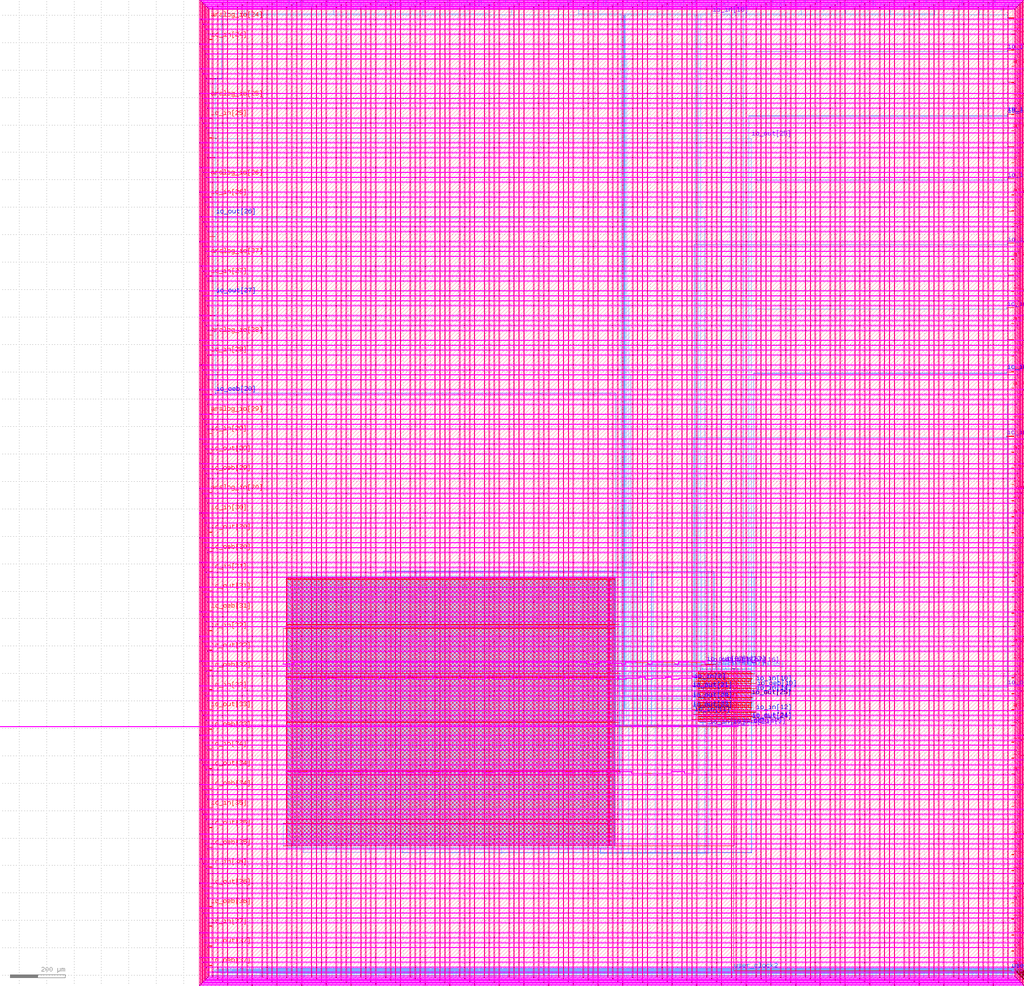
<source format=lef>
VERSION 5.7 ;
  NOWIREEXTENSIONATPIN ON ;
  DIVIDERCHAR "/" ;
  BUSBITCHARS "[]" ;
MACRO user_project_wrapper
  CLASS BLOCK ;
  FOREIGN user_project_wrapper ;
  ORIGIN 0.000 0.000 ;
  SIZE 2920.000 BY 3520.000 ;
  PIN analog_io[0]
    DIRECTION INOUT ;
    PORT
      LAYER met3 ;
        RECT 2917.600 28.980 2924.800 30.180 ;
    END
  END analog_io[0]
  PIN analog_io[10]
    DIRECTION INOUT ;
    PORT
      LAYER met3 ;
        RECT 2917.600 2374.980 2924.800 2376.180 ;
    END
  END analog_io[10]
  PIN analog_io[11]
    DIRECTION INOUT ;
    PORT
      LAYER met3 ;
        RECT 2917.600 2609.580 2924.800 2610.780 ;
    END
  END analog_io[11]
  PIN analog_io[12]
    DIRECTION INOUT ;
    PORT
      LAYER met3 ;
        RECT 2917.600 2844.180 2924.800 2845.380 ;
    END
  END analog_io[12]
  PIN analog_io[13]
    DIRECTION INOUT ;
    PORT
      LAYER met3 ;
        RECT 2917.600 3078.780 2924.800 3079.980 ;
    END
  END analog_io[13]
  PIN analog_io[14]
    DIRECTION INOUT ;
    PORT
      LAYER met3 ;
        RECT 2917.600 3313.380 2924.800 3314.580 ;
    END
  END analog_io[14]
  PIN analog_io[15]
    DIRECTION INOUT ;
    PORT
      LAYER met2 ;
        RECT 2879.090 3517.600 2879.650 3524.800 ;
    END
  END analog_io[15]
  PIN analog_io[16]
    DIRECTION INOUT ;
    PORT
      LAYER met2 ;
        RECT 2554.790 3517.600 2555.350 3524.800 ;
    END
  END analog_io[16]
  PIN analog_io[17]
    DIRECTION INOUT ;
    PORT
      LAYER met2 ;
        RECT 2230.490 3517.600 2231.050 3524.800 ;
    END
  END analog_io[17]
  PIN analog_io[18]
    DIRECTION INOUT ;
    PORT
      LAYER met2 ;
        RECT 1905.730 3517.600 1906.290 3524.800 ;
    END
  END analog_io[18]
  PIN analog_io[19]
    DIRECTION INOUT ;
    PORT
      LAYER met2 ;
        RECT 1581.430 3517.600 1581.990 3524.800 ;
    END
  END analog_io[19]
  PIN analog_io[1]
    DIRECTION INOUT ;
    PORT
      LAYER met3 ;
        RECT 2917.600 263.580 2924.800 264.780 ;
    END
  END analog_io[1]
  PIN analog_io[20]
    DIRECTION INOUT ;
    PORT
      LAYER met2 ;
        RECT 1257.130 3517.600 1257.690 3524.800 ;
    END
  END analog_io[20]
  PIN analog_io[21]
    DIRECTION INOUT ;
    PORT
      LAYER met2 ;
        RECT 932.370 3517.600 932.930 3524.800 ;
    END
  END analog_io[21]
  PIN analog_io[22]
    DIRECTION INOUT ;
    PORT
      LAYER met2 ;
        RECT 608.070 3517.600 608.630 3524.800 ;
    END
  END analog_io[22]
  PIN analog_io[23]
    DIRECTION INOUT ;
    PORT
      LAYER met2 ;
        RECT 283.770 3517.600 284.330 3524.800 ;
    END
  END analog_io[23]
  PIN analog_io[24]
    DIRECTION INOUT ;
    PORT
      LAYER met3 ;
        RECT -4.800 3482.700 2.400 3483.900 ;
    END
  END analog_io[24]
  PIN analog_io[25]
    DIRECTION INOUT ;
    PORT
      LAYER met3 ;
        RECT -4.800 3195.060 2.400 3196.260 ;
    END
  END analog_io[25]
  PIN analog_io[26]
    DIRECTION INOUT ;
    PORT
      LAYER met3 ;
        RECT -4.800 2908.100 2.400 2909.300 ;
    END
  END analog_io[26]
  PIN analog_io[27]
    DIRECTION INOUT ;
    PORT
      LAYER met3 ;
        RECT -4.800 2620.460 2.400 2621.660 ;
    END
  END analog_io[27]
  PIN analog_io[28]
    DIRECTION INOUT ;
    PORT
      LAYER met3 ;
        RECT -4.800 2333.500 2.400 2334.700 ;
    END
  END analog_io[28]
  PIN analog_io[29]
    DIRECTION INOUT ;
    PORT
      LAYER met3 ;
        RECT -4.800 2045.860 2.400 2047.060 ;
    END
  END analog_io[29]
  PIN analog_io[2]
    DIRECTION INOUT ;
    PORT
      LAYER met3 ;
        RECT 2917.600 498.180 2924.800 499.380 ;
    END
  END analog_io[2]
  PIN analog_io[30]
    DIRECTION INOUT ;
    PORT
      LAYER met3 ;
        RECT -4.800 1758.900 2.400 1760.100 ;
    END
  END analog_io[30]
  PIN analog_io[3]
    DIRECTION INOUT ;
    PORT
      LAYER met3 ;
        RECT 2917.600 732.780 2924.800 733.980 ;
    END
  END analog_io[3]
  PIN analog_io[4]
    DIRECTION INOUT ;
    PORT
      LAYER met3 ;
        RECT 2917.600 967.380 2924.800 968.580 ;
    END
  END analog_io[4]
  PIN analog_io[5]
    DIRECTION INOUT ;
    PORT
      LAYER met3 ;
        RECT 2917.600 1201.980 2924.800 1203.180 ;
    END
  END analog_io[5]
  PIN analog_io[6]
    DIRECTION INOUT ;
    PORT
      LAYER met3 ;
        RECT 2917.600 1436.580 2924.800 1437.780 ;
    END
  END analog_io[6]
  PIN analog_io[7]
    DIRECTION INOUT ;
    PORT
      LAYER met3 ;
        RECT 2917.600 1671.180 2924.800 1672.380 ;
    END
  END analog_io[7]
  PIN analog_io[8]
    DIRECTION INOUT ;
    PORT
      LAYER met3 ;
        RECT 2917.600 1905.780 2924.800 1906.980 ;
    END
  END analog_io[8]
  PIN analog_io[9]
    DIRECTION INOUT ;
    PORT
      LAYER met3 ;
        RECT 2917.600 2140.380 2924.800 2141.580 ;
    END
  END analog_io[9]
  PIN io_in[0]
    DIRECTION INPUT ;
    PORT
      LAYER met3 ;
        RECT 2917.600 87.460 2924.800 88.660 ;
    END
  END io_in[0]
  PIN io_in[10]
    DIRECTION INPUT ;
    PORT
      LAYER met1 ;
        RECT 1984.510 2429.200 1984.830 2429.260 ;
        RECT 2898.070 2429.200 2898.390 2429.260 ;
        RECT 1984.510 2429.060 2898.390 2429.200 ;
        RECT 1984.510 2429.000 1984.830 2429.060 ;
        RECT 2898.070 2429.000 2898.390 2429.060 ;
      LAYER via ;
        RECT 1984.540 2429.000 1984.800 2429.260 ;
        RECT 2898.100 2429.000 2898.360 2429.260 ;
      LAYER met2 ;
        RECT 2898.090 2433.875 2898.370 2434.245 ;
        RECT 2898.160 2429.290 2898.300 2433.875 ;
        RECT 1984.540 2428.970 1984.800 2429.290 ;
        RECT 2898.100 2428.970 2898.360 2429.290 ;
        RECT 1984.600 1064.045 1984.740 2428.970 ;
        RECT 1984.530 1063.675 1984.810 1064.045 ;
      LAYER via2 ;
        RECT 2898.090 2433.920 2898.370 2434.200 ;
        RECT 1984.530 1063.720 1984.810 1064.000 ;
      LAYER met3 ;
        RECT 2898.065 2434.210 2898.395 2434.225 ;
        RECT 2917.600 2434.210 2924.800 2434.660 ;
        RECT 2898.065 2433.910 2924.800 2434.210 ;
        RECT 2898.065 2433.895 2898.395 2433.910 ;
        RECT 2917.600 2433.460 2924.800 2433.910 ;
        RECT 1966.720 1064.010 1970.720 1064.200 ;
        RECT 1984.505 1064.010 1984.835 1064.025 ;
        RECT 1966.720 1063.710 1984.835 1064.010 ;
        RECT 1966.720 1063.600 1970.720 1063.710 ;
        RECT 1984.505 1063.695 1984.835 1063.710 ;
    END
  END io_in[10]
  PIN io_in[11]
    DIRECTION INPUT ;
    PORT
      LAYER met1 ;
        RECT 1759.110 2663.800 1759.430 2663.860 ;
        RECT 2900.830 2663.800 2901.150 2663.860 ;
        RECT 1759.110 2663.660 2901.150 2663.800 ;
        RECT 1759.110 2663.600 1759.430 2663.660 ;
        RECT 2900.830 2663.600 2901.150 2663.660 ;
      LAYER via ;
        RECT 1759.140 2663.600 1759.400 2663.860 ;
        RECT 2900.860 2663.600 2901.120 2663.860 ;
      LAYER met2 ;
        RECT 2900.850 2669.155 2901.130 2669.525 ;
        RECT 2900.920 2663.890 2901.060 2669.155 ;
        RECT 1759.140 2663.570 1759.400 2663.890 ;
        RECT 2900.860 2663.570 2901.120 2663.890 ;
        RECT 1759.200 951.165 1759.340 2663.570 ;
        RECT 1759.130 950.795 1759.410 951.165 ;
      LAYER via2 ;
        RECT 2900.850 2669.200 2901.130 2669.480 ;
        RECT 1759.130 950.840 1759.410 951.120 ;
      LAYER met3 ;
        RECT 2900.825 2669.490 2901.155 2669.505 ;
        RECT 2917.600 2669.490 2924.800 2669.940 ;
        RECT 2900.825 2669.190 2924.800 2669.490 ;
        RECT 2900.825 2669.175 2901.155 2669.190 ;
        RECT 2917.600 2668.740 2924.800 2669.190 ;
        RECT 1759.105 951.130 1759.435 951.145 ;
        RECT 1770.720 951.130 1774.720 951.320 ;
        RECT 1759.105 950.830 1774.720 951.130 ;
        RECT 1759.105 950.815 1759.435 950.830 ;
        RECT 1770.720 950.720 1774.720 950.830 ;
    END
  END io_in[11]
  PIN io_in[12]
    DIRECTION INPUT ;
    PORT
      LAYER met1 ;
        RECT 1984.050 2898.400 1984.370 2898.460 ;
        RECT 2900.830 2898.400 2901.150 2898.460 ;
        RECT 1984.050 2898.260 2901.150 2898.400 ;
        RECT 1984.050 2898.200 1984.370 2898.260 ;
        RECT 2900.830 2898.200 2901.150 2898.260 ;
      LAYER via ;
        RECT 1984.080 2898.200 1984.340 2898.460 ;
        RECT 2900.860 2898.200 2901.120 2898.460 ;
      LAYER met2 ;
        RECT 2900.850 2903.755 2901.130 2904.125 ;
        RECT 2900.920 2898.490 2901.060 2903.755 ;
        RECT 1984.080 2898.170 1984.340 2898.490 ;
        RECT 2900.860 2898.170 2901.120 2898.490 ;
        RECT 1984.140 959.325 1984.280 2898.170 ;
        RECT 1984.070 958.955 1984.350 959.325 ;
      LAYER via2 ;
        RECT 2900.850 2903.800 2901.130 2904.080 ;
        RECT 1984.070 959.000 1984.350 959.280 ;
      LAYER met3 ;
        RECT 2900.825 2904.090 2901.155 2904.105 ;
        RECT 2917.600 2904.090 2924.800 2904.540 ;
        RECT 2900.825 2903.790 2924.800 2904.090 ;
        RECT 2900.825 2903.775 2901.155 2903.790 ;
        RECT 2917.600 2903.340 2924.800 2903.790 ;
        RECT 1966.720 959.290 1970.720 959.480 ;
        RECT 1984.045 959.290 1984.375 959.305 ;
        RECT 1966.720 958.990 1984.375 959.290 ;
        RECT 1966.720 958.880 1970.720 958.990 ;
        RECT 1984.045 958.975 1984.375 958.990 ;
    END
  END io_in[12]
  PIN io_in[13]
    DIRECTION INPUT ;
    PORT
      LAYER met1 ;
        RECT 1959.210 3133.000 1959.530 3133.060 ;
        RECT 2900.830 3133.000 2901.150 3133.060 ;
        RECT 1959.210 3132.860 2901.150 3133.000 ;
        RECT 1959.210 3132.800 1959.530 3132.860 ;
        RECT 2900.830 3132.800 2901.150 3132.860 ;
      LAYER via ;
        RECT 1959.240 3132.800 1959.500 3133.060 ;
        RECT 2900.860 3132.800 2901.120 3133.060 ;
      LAYER met2 ;
        RECT 2900.850 3138.355 2901.130 3138.725 ;
        RECT 2900.920 3133.090 2901.060 3138.355 ;
        RECT 1959.240 3132.770 1959.500 3133.090 ;
        RECT 2900.860 3132.770 2901.120 3133.090 ;
        RECT 1956.550 1119.010 1956.830 1120.000 ;
        RECT 1959.300 1119.010 1959.440 3132.770 ;
        RECT 1956.550 1118.870 1959.440 1119.010 ;
        RECT 1956.550 1116.000 1956.830 1118.870 ;
      LAYER via2 ;
        RECT 2900.850 3138.400 2901.130 3138.680 ;
      LAYER met3 ;
        RECT 2900.825 3138.690 2901.155 3138.705 ;
        RECT 2917.600 3138.690 2924.800 3139.140 ;
        RECT 2900.825 3138.390 2924.800 3138.690 ;
        RECT 2900.825 3138.375 2901.155 3138.390 ;
        RECT 2917.600 3137.940 2924.800 3138.390 ;
    END
  END io_in[13]
  PIN io_in[14]
    DIRECTION INPUT ;
    PORT
      LAYER met1 ;
        RECT 1983.590 3367.600 1983.910 3367.660 ;
        RECT 2900.830 3367.600 2901.150 3367.660 ;
        RECT 1983.590 3367.460 2901.150 3367.600 ;
        RECT 1983.590 3367.400 1983.910 3367.460 ;
        RECT 2900.830 3367.400 2901.150 3367.460 ;
      LAYER via ;
        RECT 1983.620 3367.400 1983.880 3367.660 ;
        RECT 2900.860 3367.400 2901.120 3367.660 ;
      LAYER met2 ;
        RECT 2900.850 3372.955 2901.130 3373.325 ;
        RECT 2900.920 3367.690 2901.060 3372.955 ;
        RECT 1983.620 3367.370 1983.880 3367.690 ;
        RECT 2900.860 3367.370 2901.120 3367.690 ;
        RECT 1983.680 1030.045 1983.820 3367.370 ;
        RECT 1983.610 1029.675 1983.890 1030.045 ;
      LAYER via2 ;
        RECT 2900.850 3373.000 2901.130 3373.280 ;
        RECT 1983.610 1029.720 1983.890 1030.000 ;
      LAYER met3 ;
        RECT 2900.825 3373.290 2901.155 3373.305 ;
        RECT 2917.600 3373.290 2924.800 3373.740 ;
        RECT 2900.825 3372.990 2924.800 3373.290 ;
        RECT 2900.825 3372.975 2901.155 3372.990 ;
        RECT 2917.600 3372.540 2924.800 3372.990 ;
        RECT 1966.720 1030.010 1970.720 1030.200 ;
        RECT 1983.585 1030.010 1983.915 1030.025 ;
        RECT 1966.720 1029.710 1983.915 1030.010 ;
        RECT 1966.720 1029.600 1970.720 1029.710 ;
        RECT 1983.585 1029.695 1983.915 1029.710 ;
    END
  END io_in[14]
  PIN io_in[15]
    DIRECTION INPUT ;
    PORT
      LAYER met1 ;
        RECT 1855.710 3501.560 1856.030 3501.620 ;
        RECT 2798.250 3501.560 2798.570 3501.620 ;
        RECT 1855.710 3501.420 2798.570 3501.560 ;
        RECT 1855.710 3501.360 1856.030 3501.420 ;
        RECT 2798.250 3501.360 2798.570 3501.420 ;
        RECT 1849.730 1132.100 1850.050 1132.160 ;
        RECT 1855.710 1132.100 1856.030 1132.160 ;
        RECT 1849.730 1131.960 1856.030 1132.100 ;
        RECT 1849.730 1131.900 1850.050 1131.960 ;
        RECT 1855.710 1131.900 1856.030 1131.960 ;
      LAYER via ;
        RECT 1855.740 3501.360 1856.000 3501.620 ;
        RECT 2798.280 3501.360 2798.540 3501.620 ;
        RECT 1849.760 1131.900 1850.020 1132.160 ;
        RECT 1855.740 1131.900 1856.000 1132.160 ;
      LAYER met2 ;
        RECT 2798.130 3517.600 2798.690 3524.800 ;
        RECT 2798.340 3501.650 2798.480 3517.600 ;
        RECT 1855.740 3501.330 1856.000 3501.650 ;
        RECT 2798.280 3501.330 2798.540 3501.650 ;
        RECT 1855.800 1132.190 1855.940 3501.330 ;
        RECT 1849.760 1131.870 1850.020 1132.190 ;
        RECT 1855.740 1131.870 1856.000 1132.190 ;
        RECT 1849.820 1120.000 1849.960 1131.870 ;
        RECT 1849.820 1119.620 1850.110 1120.000 ;
        RECT 1849.830 1116.000 1850.110 1119.620 ;
    END
  END io_in[15]
  PIN io_in[16]
    DIRECTION INPUT ;
    PORT
      LAYER met1 ;
        RECT 1938.510 3501.900 1938.830 3501.960 ;
        RECT 2473.950 3501.900 2474.270 3501.960 ;
        RECT 1938.510 3501.760 2474.270 3501.900 ;
        RECT 1938.510 3501.700 1938.830 3501.760 ;
        RECT 2473.950 3501.700 2474.270 3501.760 ;
        RECT 1932.530 1132.100 1932.850 1132.160 ;
        RECT 1938.510 1132.100 1938.830 1132.160 ;
        RECT 1932.530 1131.960 1938.830 1132.100 ;
        RECT 1932.530 1131.900 1932.850 1131.960 ;
        RECT 1938.510 1131.900 1938.830 1131.960 ;
      LAYER via ;
        RECT 1938.540 3501.700 1938.800 3501.960 ;
        RECT 2473.980 3501.700 2474.240 3501.960 ;
        RECT 1932.560 1131.900 1932.820 1132.160 ;
        RECT 1938.540 1131.900 1938.800 1132.160 ;
      LAYER met2 ;
        RECT 2473.830 3517.600 2474.390 3524.800 ;
        RECT 2474.040 3501.990 2474.180 3517.600 ;
        RECT 1938.540 3501.670 1938.800 3501.990 ;
        RECT 2473.980 3501.670 2474.240 3501.990 ;
        RECT 1938.600 1132.190 1938.740 3501.670 ;
        RECT 1932.560 1131.870 1932.820 1132.190 ;
        RECT 1938.540 1131.870 1938.800 1132.190 ;
        RECT 1932.620 1120.000 1932.760 1131.870 ;
        RECT 1932.620 1119.620 1932.910 1120.000 ;
        RECT 1932.630 1116.000 1932.910 1119.620 ;
    END
  END io_in[16]
  PIN io_in[17]
    DIRECTION INPUT ;
    PORT
      LAYER met1 ;
        RECT 1890.210 3502.240 1890.530 3502.300 ;
        RECT 2149.190 3502.240 2149.510 3502.300 ;
        RECT 1890.210 3502.100 2149.510 3502.240 ;
        RECT 1890.210 3502.040 1890.530 3502.100 ;
        RECT 2149.190 3502.040 2149.510 3502.100 ;
        RECT 1885.610 1132.100 1885.930 1132.160 ;
        RECT 1890.210 1132.100 1890.530 1132.160 ;
        RECT 1885.610 1131.960 1890.530 1132.100 ;
        RECT 1885.610 1131.900 1885.930 1131.960 ;
        RECT 1890.210 1131.900 1890.530 1131.960 ;
      LAYER via ;
        RECT 1890.240 3502.040 1890.500 3502.300 ;
        RECT 2149.220 3502.040 2149.480 3502.300 ;
        RECT 1885.640 1131.900 1885.900 1132.160 ;
        RECT 1890.240 1131.900 1890.500 1132.160 ;
      LAYER met2 ;
        RECT 2149.070 3517.600 2149.630 3524.800 ;
        RECT 2149.280 3502.330 2149.420 3517.600 ;
        RECT 1890.240 3502.010 1890.500 3502.330 ;
        RECT 2149.220 3502.010 2149.480 3502.330 ;
        RECT 1890.300 1132.190 1890.440 3502.010 ;
        RECT 1885.640 1131.870 1885.900 1132.190 ;
        RECT 1890.240 1131.870 1890.500 1132.190 ;
        RECT 1885.700 1120.000 1885.840 1131.870 ;
        RECT 1885.700 1119.620 1885.990 1120.000 ;
        RECT 1885.710 1116.000 1885.990 1119.620 ;
    END
  END io_in[17]
  PIN io_in[18]
    DIRECTION INPUT ;
    PORT
      LAYER met1 ;
        RECT 1773.830 3501.560 1774.150 3501.620 ;
        RECT 1824.890 3501.560 1825.210 3501.620 ;
        RECT 1773.830 3501.420 1825.210 3501.560 ;
        RECT 1773.830 3501.360 1774.150 3501.420 ;
        RECT 1824.890 3501.360 1825.210 3501.420 ;
      LAYER via ;
        RECT 1773.860 3501.360 1774.120 3501.620 ;
        RECT 1824.920 3501.360 1825.180 3501.620 ;
      LAYER met2 ;
        RECT 1824.770 3517.600 1825.330 3524.800 ;
        RECT 1824.980 3501.650 1825.120 3517.600 ;
        RECT 1773.860 3501.330 1774.120 3501.650 ;
        RECT 1824.920 3501.330 1825.180 3501.650 ;
        RECT 1773.920 924.530 1774.060 3501.330 ;
        RECT 1773.920 924.390 1778.660 924.530 ;
        RECT 1778.520 923.850 1778.660 924.390 ;
        RECT 1779.910 923.850 1780.190 924.000 ;
        RECT 1778.520 923.710 1780.190 923.850 ;
        RECT 1779.910 920.000 1780.190 923.710 ;
    END
  END io_in[18]
  PIN io_in[19]
    DIRECTION INPUT ;
    PORT
      LAYER li1 ;
        RECT 1775.745 906.185 1775.915 908.735 ;
      LAYER mcon ;
        RECT 1775.745 908.565 1775.915 908.735 ;
      LAYER met1 ;
        RECT 1500.590 3498.500 1500.910 3498.560 ;
        RECT 1503.810 3498.500 1504.130 3498.560 ;
        RECT 1500.590 3498.360 1504.130 3498.500 ;
        RECT 1500.590 3498.300 1500.910 3498.360 ;
        RECT 1503.810 3498.300 1504.130 3498.360 ;
        RECT 1503.810 908.720 1504.130 908.780 ;
        RECT 1775.685 908.720 1775.975 908.765 ;
        RECT 1503.810 908.580 1775.975 908.720 ;
        RECT 1503.810 908.520 1504.130 908.580 ;
        RECT 1775.685 908.535 1775.975 908.580 ;
        RECT 1775.685 906.340 1775.975 906.385 ;
        RECT 1814.770 906.340 1815.090 906.400 ;
        RECT 1775.685 906.200 1815.090 906.340 ;
        RECT 1775.685 906.155 1775.975 906.200 ;
        RECT 1814.770 906.140 1815.090 906.200 ;
      LAYER via ;
        RECT 1500.620 3498.300 1500.880 3498.560 ;
        RECT 1503.840 3498.300 1504.100 3498.560 ;
        RECT 1503.840 908.520 1504.100 908.780 ;
        RECT 1814.800 906.140 1815.060 906.400 ;
      LAYER met2 ;
        RECT 1500.470 3517.600 1501.030 3524.800 ;
        RECT 1500.680 3498.590 1500.820 3517.600 ;
        RECT 1500.620 3498.270 1500.880 3498.590 ;
        RECT 1503.840 3498.270 1504.100 3498.590 ;
        RECT 1503.900 908.810 1504.040 3498.270 ;
        RECT 1814.870 920.380 1815.150 924.000 ;
        RECT 1814.860 920.000 1815.150 920.380 ;
        RECT 1503.840 908.490 1504.100 908.810 ;
        RECT 1814.860 906.430 1815.000 920.000 ;
        RECT 1814.800 906.110 1815.060 906.430 ;
    END
  END io_in[19]
  PIN io_in[1]
    DIRECTION INPUT ;
    PORT
      LAYER met3 ;
        RECT 2917.600 322.060 2924.800 323.260 ;
    END
  END io_in[1]
  PIN io_in[20]
    DIRECTION INPUT ;
    PORT
      LAYER met2 ;
        RECT 1175.710 3517.600 1176.270 3524.800 ;
    END
  END io_in[20]
  PIN io_in[21]
    DIRECTION INPUT ;
    PORT
      LAYER met2 ;
        RECT 851.410 3517.600 851.970 3524.800 ;
    END
  END io_in[21]
  PIN io_in[22]
    DIRECTION INPUT ;
    PORT
      LAYER met2 ;
        RECT 527.110 3517.600 527.670 3524.800 ;
    END
  END io_in[22]
  PIN io_in[23]
    DIRECTION INPUT ;
    PORT
      LAYER met2 ;
        RECT 202.350 3517.600 202.910 3524.800 ;
    END
  END io_in[23]
  PIN io_in[24]
    DIRECTION INPUT ;
    PORT
      LAYER met3 ;
        RECT -4.800 3410.620 2.400 3411.820 ;
    END
  END io_in[24]
  PIN io_in[25]
    DIRECTION INPUT ;
    PORT
      LAYER met3 ;
        RECT -4.800 3123.660 2.400 3124.860 ;
    END
  END io_in[25]
  PIN io_in[26]
    DIRECTION INPUT ;
    PORT
      LAYER met3 ;
        RECT -4.800 2836.020 2.400 2837.220 ;
    END
  END io_in[26]
  PIN io_in[27]
    DIRECTION INPUT ;
    PORT
      LAYER met3 ;
        RECT -4.800 2549.060 2.400 2550.260 ;
    END
  END io_in[27]
  PIN io_in[28]
    DIRECTION INPUT ;
    PORT
      LAYER met3 ;
        RECT -4.800 2261.420 2.400 2262.620 ;
    END
  END io_in[28]
  PIN io_in[29]
    DIRECTION INPUT ;
    PORT
      LAYER met3 ;
        RECT -4.800 1974.460 2.400 1975.660 ;
    END
  END io_in[29]
  PIN io_in[2]
    DIRECTION INPUT ;
    PORT
      LAYER met3 ;
        RECT 2917.600 556.660 2924.800 557.860 ;
    END
  END io_in[2]
  PIN io_in[30]
    DIRECTION INPUT ;
    PORT
      LAYER met3 ;
        RECT -4.800 1686.820 2.400 1688.020 ;
    END
  END io_in[30]
  PIN io_in[31]
    DIRECTION INPUT ;
    PORT
      LAYER met3 ;
        RECT -4.800 1471.260 2.400 1472.460 ;
    END
  END io_in[31]
  PIN io_in[32]
    DIRECTION INPUT ;
    PORT
      LAYER met3 ;
        RECT -4.800 1255.700 2.400 1256.900 ;
    END
  END io_in[32]
  PIN io_in[33]
    DIRECTION INPUT ;
    PORT
      LAYER met3 ;
        RECT -4.800 1040.140 2.400 1041.340 ;
    END
  END io_in[33]
  PIN io_in[34]
    DIRECTION INPUT ;
    PORT
      LAYER met3 ;
        RECT -4.800 824.580 2.400 825.780 ;
    END
  END io_in[34]
  PIN io_in[35]
    DIRECTION INPUT ;
    PORT
      LAYER met3 ;
        RECT -4.800 609.700 2.400 610.900 ;
    END
  END io_in[35]
  PIN io_in[36]
    DIRECTION INPUT ;
    PORT
      LAYER met3 ;
        RECT -4.800 394.140 2.400 395.340 ;
    END
  END io_in[36]
  PIN io_in[37]
    DIRECTION INPUT ;
    PORT
      LAYER met3 ;
        RECT -4.800 178.580 2.400 179.780 ;
    END
  END io_in[37]
  PIN io_in[3]
    DIRECTION INPUT ;
    PORT
      LAYER met3 ;
        RECT 2917.600 791.260 2924.800 792.460 ;
    END
  END io_in[3]
  PIN io_in[4]
    DIRECTION INPUT ;
    PORT
      LAYER met3 ;
        RECT 2917.600 1025.860 2924.800 1027.060 ;
    END
  END io_in[4]
  PIN io_in[5]
    DIRECTION INPUT ;
    PORT
      LAYER met3 ;
        RECT 2917.600 1260.460 2924.800 1261.660 ;
    END
  END io_in[5]
  PIN io_in[6]
    DIRECTION INPUT ;
    PORT
      LAYER met3 ;
        RECT 2917.600 1495.060 2924.800 1496.260 ;
    END
  END io_in[6]
  PIN io_in[7]
    DIRECTION INPUT ;
    PORT
      LAYER met3 ;
        RECT 2917.600 1729.660 2924.800 1730.860 ;
    END
  END io_in[7]
  PIN io_in[8]
    DIRECTION INPUT ;
    PORT
      LAYER met1 ;
        RECT 1758.650 1960.000 1758.970 1960.060 ;
        RECT 2899.450 1960.000 2899.770 1960.060 ;
        RECT 1758.650 1959.860 2899.770 1960.000 ;
        RECT 1758.650 1959.800 1758.970 1959.860 ;
        RECT 2899.450 1959.800 2899.770 1959.860 ;
      LAYER via ;
        RECT 1758.680 1959.800 1758.940 1960.060 ;
        RECT 2899.480 1959.800 2899.740 1960.060 ;
      LAYER met2 ;
        RECT 2899.470 1964.675 2899.750 1965.045 ;
        RECT 2899.540 1960.090 2899.680 1964.675 ;
        RECT 1758.680 1959.770 1758.940 1960.090 ;
        RECT 2899.480 1959.770 2899.740 1960.090 ;
        RECT 1758.740 1072.205 1758.880 1959.770 ;
        RECT 1758.670 1071.835 1758.950 1072.205 ;
      LAYER via2 ;
        RECT 2899.470 1964.720 2899.750 1965.000 ;
        RECT 1758.670 1071.880 1758.950 1072.160 ;
      LAYER met3 ;
        RECT 2899.445 1965.010 2899.775 1965.025 ;
        RECT 2917.600 1965.010 2924.800 1965.460 ;
        RECT 2899.445 1964.710 2924.800 1965.010 ;
        RECT 2899.445 1964.695 2899.775 1964.710 ;
        RECT 2917.600 1964.260 2924.800 1964.710 ;
        RECT 1758.645 1072.170 1758.975 1072.185 ;
        RECT 1770.720 1072.170 1774.720 1072.360 ;
        RECT 1758.645 1071.870 1774.720 1072.170 ;
        RECT 1758.645 1071.855 1758.975 1071.870 ;
        RECT 1770.720 1071.760 1774.720 1071.870 ;
    END
  END io_in[8]
  PIN io_in[9]
    DIRECTION INPUT ;
    PORT
      LAYER met1 ;
        RECT 1976.690 2194.600 1977.010 2194.660 ;
        RECT 2898.070 2194.600 2898.390 2194.660 ;
        RECT 1976.690 2194.460 2898.390 2194.600 ;
        RECT 1976.690 2194.400 1977.010 2194.460 ;
        RECT 2898.070 2194.400 2898.390 2194.460 ;
        RECT 1826.730 909.060 1827.050 909.120 ;
        RECT 1976.690 909.060 1977.010 909.120 ;
        RECT 1826.730 908.920 1977.010 909.060 ;
        RECT 1826.730 908.860 1827.050 908.920 ;
        RECT 1976.690 908.860 1977.010 908.920 ;
      LAYER via ;
        RECT 1976.720 2194.400 1976.980 2194.660 ;
        RECT 2898.100 2194.400 2898.360 2194.660 ;
        RECT 1826.760 908.860 1827.020 909.120 ;
        RECT 1976.720 908.860 1976.980 909.120 ;
      LAYER met2 ;
        RECT 2898.090 2199.275 2898.370 2199.645 ;
        RECT 2898.160 2194.690 2898.300 2199.275 ;
        RECT 1976.720 2194.370 1976.980 2194.690 ;
        RECT 2898.100 2194.370 2898.360 2194.690 ;
        RECT 1826.830 920.380 1827.110 924.000 ;
        RECT 1826.820 920.000 1827.110 920.380 ;
        RECT 1826.820 909.150 1826.960 920.000 ;
        RECT 1976.780 909.150 1976.920 2194.370 ;
        RECT 1826.760 908.830 1827.020 909.150 ;
        RECT 1976.720 908.830 1976.980 909.150 ;
      LAYER via2 ;
        RECT 2898.090 2199.320 2898.370 2199.600 ;
      LAYER met3 ;
        RECT 2898.065 2199.610 2898.395 2199.625 ;
        RECT 2917.600 2199.610 2924.800 2200.060 ;
        RECT 2898.065 2199.310 2924.800 2199.610 ;
        RECT 2898.065 2199.295 2898.395 2199.310 ;
        RECT 2917.600 2198.860 2924.800 2199.310 ;
    END
  END io_in[9]
  PIN io_oeb[0]
    DIRECTION OUTPUT TRISTATE ;
    PORT
      LAYER met3 ;
        RECT 2917.600 204.420 2924.800 205.620 ;
    END
  END io_oeb[0]
  PIN io_oeb[1]
    DIRECTION OUTPUT TRISTATE ;
    PORT
      LAYER met3 ;
        RECT 2917.600 439.020 2924.800 440.220 ;
    END
  END io_oeb[1]
  PIN io_oeb[29]
    DIRECTION OUTPUT TRISTATE ;
    PORT
      LAYER met3 ;
        RECT -4.800 1830.300 2.400 1831.500 ;
    END
  END io_oeb[29]
  PIN io_oeb[2]
    DIRECTION OUTPUT TRISTATE ;
    PORT
      LAYER met3 ;
        RECT 2917.600 673.620 2924.800 674.820 ;
    END
  END io_oeb[2]
  PIN io_oeb[30]
    DIRECTION OUTPUT TRISTATE ;
    PORT
      LAYER met3 ;
        RECT -4.800 1543.340 2.400 1544.540 ;
    END
  END io_oeb[30]
  PIN io_oeb[31]
    DIRECTION OUTPUT TRISTATE ;
    PORT
      LAYER met3 ;
        RECT -4.800 1327.780 2.400 1328.980 ;
    END
  END io_oeb[31]
  PIN io_oeb[32]
    DIRECTION OUTPUT TRISTATE ;
    PORT
      LAYER met3 ;
        RECT -4.800 1112.220 2.400 1113.420 ;
    END
  END io_oeb[32]
  PIN io_oeb[33]
    DIRECTION OUTPUT TRISTATE ;
    PORT
      LAYER met3 ;
        RECT -4.800 896.660 2.400 897.860 ;
    END
  END io_oeb[33]
  PIN io_oeb[34]
    DIRECTION OUTPUT TRISTATE ;
    PORT
      LAYER met3 ;
        RECT -4.800 681.100 2.400 682.300 ;
    END
  END io_oeb[34]
  PIN io_oeb[35]
    DIRECTION OUTPUT TRISTATE ;
    PORT
      LAYER met3 ;
        RECT -4.800 465.540 2.400 466.740 ;
    END
  END io_oeb[35]
  PIN io_oeb[36]
    DIRECTION OUTPUT TRISTATE ;
    PORT
      LAYER met3 ;
        RECT -4.800 249.980 2.400 251.180 ;
    END
  END io_oeb[36]
  PIN io_oeb[37]
    DIRECTION OUTPUT TRISTATE ;
    PORT
      LAYER met3 ;
        RECT -4.800 35.100 2.400 36.300 ;
    END
  END io_oeb[37]
  PIN io_oeb[3]
    DIRECTION OUTPUT TRISTATE ;
    PORT
      LAYER met3 ;
        RECT 2917.600 908.900 2924.800 910.100 ;
    END
  END io_oeb[3]
  PIN io_oeb[4]
    DIRECTION OUTPUT TRISTATE ;
    PORT
      LAYER met3 ;
        RECT 2917.600 1143.500 2924.800 1144.700 ;
    END
  END io_oeb[4]
  PIN io_oeb[5]
    DIRECTION OUTPUT TRISTATE ;
    PORT
      LAYER met3 ;
        RECT 2917.600 1378.100 2924.800 1379.300 ;
    END
  END io_oeb[5]
  PIN io_oeb[6]
    DIRECTION OUTPUT TRISTATE ;
    PORT
      LAYER met3 ;
        RECT 2917.600 1612.700 2924.800 1613.900 ;
    END
  END io_oeb[6]
  PIN io_oeb[7]
    DIRECTION OUTPUT TRISTATE ;
    PORT
      LAYER met3 ;
        RECT 2917.600 1847.300 2924.800 1848.500 ;
    END
  END io_oeb[7]
  PIN io_out[0]
    DIRECTION OUTPUT TRISTATE ;
    PORT
      LAYER met3 ;
        RECT 2917.600 145.940 2924.800 147.140 ;
    END
  END io_out[0]
  PIN io_out[10]
    DIRECTION OUTPUT TRISTATE ;
    PORT
      LAYER met3 ;
        RECT 2917.600 2492.620 2924.800 2493.820 ;
    END
  END io_out[10]
  PIN io_out[11]
    DIRECTION OUTPUT TRISTATE ;
    PORT
      LAYER met3 ;
        RECT 2917.600 2727.220 2924.800 2728.420 ;
    END
  END io_out[11]
  PIN io_out[12]
    DIRECTION OUTPUT TRISTATE ;
    PORT
      LAYER met3 ;
        RECT 2917.600 2961.820 2924.800 2963.020 ;
    END
  END io_out[12]
  PIN io_out[13]
    DIRECTION OUTPUT TRISTATE ;
    PORT
      LAYER met3 ;
        RECT 2917.600 3196.420 2924.800 3197.620 ;
    END
  END io_out[13]
  PIN io_out[14]
    DIRECTION OUTPUT TRISTATE ;
    PORT
      LAYER met3 ;
        RECT 2917.600 3431.020 2924.800 3432.220 ;
    END
  END io_out[14]
  PIN io_out[15]
    DIRECTION OUTPUT TRISTATE ;
    PORT
      LAYER met2 ;
        RECT 2717.170 3517.600 2717.730 3524.800 ;
    END
  END io_out[15]
  PIN io_out[16]
    DIRECTION OUTPUT TRISTATE ;
    PORT
      LAYER met2 ;
        RECT 2392.410 3517.600 2392.970 3524.800 ;
    END
  END io_out[16]
  PIN io_out[17]
    DIRECTION OUTPUT TRISTATE ;
    PORT
      LAYER met2 ;
        RECT 2068.110 3517.600 2068.670 3524.800 ;
    END
  END io_out[17]
  PIN io_out[18]
    DIRECTION OUTPUT TRISTATE ;
    PORT
      LAYER met2 ;
        RECT 1743.810 3517.600 1744.370 3524.800 ;
    END
  END io_out[18]
  PIN io_out[19]
    DIRECTION OUTPUT TRISTATE ;
    PORT
      LAYER met2 ;
        RECT 1419.050 3517.600 1419.610 3524.800 ;
    END
  END io_out[19]
  PIN io_out[1]
    DIRECTION OUTPUT TRISTATE ;
    PORT
      LAYER met3 ;
        RECT 2917.600 380.540 2924.800 381.740 ;
    END
  END io_out[1]
  PIN io_out[20]
    DIRECTION OUTPUT TRISTATE ;
    PORT
      LAYER met1 ;
        RECT 1094.870 3502.580 1095.190 3502.640 ;
        RECT 1762.790 3502.580 1763.110 3502.640 ;
        RECT 1094.870 3502.440 1763.110 3502.580 ;
        RECT 1094.870 3502.380 1095.190 3502.440 ;
        RECT 1762.790 3502.380 1763.110 3502.440 ;
        RECT 1762.790 907.700 1763.110 907.760 ;
        RECT 1897.570 907.700 1897.890 907.760 ;
        RECT 1762.790 907.560 1897.890 907.700 ;
        RECT 1762.790 907.500 1763.110 907.560 ;
        RECT 1897.570 907.500 1897.890 907.560 ;
      LAYER via ;
        RECT 1094.900 3502.380 1095.160 3502.640 ;
        RECT 1762.820 3502.380 1763.080 3502.640 ;
        RECT 1762.820 907.500 1763.080 907.760 ;
        RECT 1897.600 907.500 1897.860 907.760 ;
      LAYER met2 ;
        RECT 1094.750 3517.600 1095.310 3524.800 ;
        RECT 1094.960 3502.670 1095.100 3517.600 ;
        RECT 1094.900 3502.350 1095.160 3502.670 ;
        RECT 1762.820 3502.350 1763.080 3502.670 ;
        RECT 1762.880 907.790 1763.020 3502.350 ;
        RECT 1897.670 920.380 1897.950 924.000 ;
        RECT 1897.660 920.000 1897.950 920.380 ;
        RECT 1897.660 907.790 1897.800 920.000 ;
        RECT 1762.820 907.470 1763.080 907.790 ;
        RECT 1897.600 907.470 1897.860 907.790 ;
    END
  END io_out[20]
  PIN io_out[21]
    DIRECTION OUTPUT TRISTATE ;
    PORT
      LAYER met1 ;
        RECT 770.570 3502.240 770.890 3502.300 ;
        RECT 1493.690 3502.240 1494.010 3502.300 ;
        RECT 770.570 3502.100 1494.010 3502.240 ;
        RECT 770.570 3502.040 770.890 3502.100 ;
        RECT 1493.690 3502.040 1494.010 3502.100 ;
        RECT 1493.690 1041.660 1494.010 1041.720 ;
        RECT 1752.670 1041.660 1752.990 1041.720 ;
        RECT 1493.690 1041.520 1752.990 1041.660 ;
        RECT 1493.690 1041.460 1494.010 1041.520 ;
        RECT 1752.670 1041.460 1752.990 1041.520 ;
      LAYER via ;
        RECT 770.600 3502.040 770.860 3502.300 ;
        RECT 1493.720 3502.040 1493.980 3502.300 ;
        RECT 1493.720 1041.460 1493.980 1041.720 ;
        RECT 1752.700 1041.460 1752.960 1041.720 ;
      LAYER met2 ;
        RECT 770.450 3517.600 771.010 3524.800 ;
        RECT 770.660 3502.330 770.800 3517.600 ;
        RECT 770.600 3502.010 770.860 3502.330 ;
        RECT 1493.720 3502.010 1493.980 3502.330 ;
        RECT 1493.780 1041.750 1493.920 3502.010 ;
        RECT 1493.720 1041.430 1493.980 1041.750 ;
        RECT 1752.700 1041.430 1752.960 1041.750 ;
        RECT 1752.760 1038.205 1752.900 1041.430 ;
        RECT 1752.690 1037.835 1752.970 1038.205 ;
      LAYER via2 ;
        RECT 1752.690 1037.880 1752.970 1038.160 ;
      LAYER met3 ;
        RECT 1752.665 1038.170 1752.995 1038.185 ;
        RECT 1770.720 1038.170 1774.720 1038.360 ;
        RECT 1752.665 1037.870 1774.720 1038.170 ;
        RECT 1752.665 1037.855 1752.995 1037.870 ;
        RECT 1770.720 1037.760 1774.720 1037.870 ;
    END
  END io_out[21]
  PIN io_out[22]
    DIRECTION OUTPUT TRISTATE ;
    PORT
      LAYER met1 ;
        RECT 445.810 3501.900 446.130 3501.960 ;
        RECT 1783.490 3501.900 1783.810 3501.960 ;
        RECT 445.810 3501.760 1783.810 3501.900 ;
        RECT 445.810 3501.700 446.130 3501.760 ;
        RECT 1783.490 3501.700 1783.810 3501.760 ;
        RECT 1783.490 1135.500 1783.810 1135.560 ;
        RECT 1873.650 1135.500 1873.970 1135.560 ;
        RECT 1783.490 1135.360 1873.970 1135.500 ;
        RECT 1783.490 1135.300 1783.810 1135.360 ;
        RECT 1873.650 1135.300 1873.970 1135.360 ;
      LAYER via ;
        RECT 445.840 3501.700 446.100 3501.960 ;
        RECT 1783.520 3501.700 1783.780 3501.960 ;
        RECT 1783.520 1135.300 1783.780 1135.560 ;
        RECT 1873.680 1135.300 1873.940 1135.560 ;
      LAYER met2 ;
        RECT 445.690 3517.600 446.250 3524.800 ;
        RECT 445.900 3501.990 446.040 3517.600 ;
        RECT 445.840 3501.670 446.100 3501.990 ;
        RECT 1783.520 3501.670 1783.780 3501.990 ;
        RECT 1783.580 1135.590 1783.720 3501.670 ;
        RECT 1783.520 1135.270 1783.780 1135.590 ;
        RECT 1873.680 1135.270 1873.940 1135.590 ;
        RECT 1873.740 1120.000 1873.880 1135.270 ;
        RECT 1873.740 1119.620 1874.030 1120.000 ;
        RECT 1873.750 1116.000 1874.030 1119.620 ;
    END
  END io_out[22]
  PIN io_out[23]
    DIRECTION OUTPUT TRISTATE ;
    PORT
      LAYER met1 ;
        RECT 121.510 3501.560 121.830 3501.620 ;
        RECT 1507.490 3501.560 1507.810 3501.620 ;
        RECT 121.510 3501.420 1507.810 3501.560 ;
        RECT 121.510 3501.360 121.830 3501.420 ;
        RECT 1507.490 3501.360 1507.810 3501.420 ;
        RECT 1507.490 972.640 1507.810 972.700 ;
        RECT 1752.670 972.640 1752.990 972.700 ;
        RECT 1507.490 972.500 1752.990 972.640 ;
        RECT 1507.490 972.440 1507.810 972.500 ;
        RECT 1752.670 972.440 1752.990 972.500 ;
      LAYER via ;
        RECT 121.540 3501.360 121.800 3501.620 ;
        RECT 1507.520 3501.360 1507.780 3501.620 ;
        RECT 1507.520 972.440 1507.780 972.700 ;
        RECT 1752.700 972.440 1752.960 972.700 ;
      LAYER met2 ;
        RECT 121.390 3517.600 121.950 3524.800 ;
        RECT 121.600 3501.650 121.740 3517.600 ;
        RECT 121.540 3501.330 121.800 3501.650 ;
        RECT 1507.520 3501.330 1507.780 3501.650 ;
        RECT 1507.580 972.730 1507.720 3501.330 ;
        RECT 1507.520 972.410 1507.780 972.730 ;
        RECT 1752.700 972.410 1752.960 972.730 ;
        RECT 1752.760 967.485 1752.900 972.410 ;
        RECT 1752.690 967.115 1752.970 967.485 ;
      LAYER via2 ;
        RECT 1752.690 967.160 1752.970 967.440 ;
      LAYER met3 ;
        RECT 1752.665 967.450 1752.995 967.465 ;
        RECT 1770.720 967.450 1774.720 967.640 ;
        RECT 1752.665 967.150 1774.720 967.450 ;
        RECT 1752.665 967.135 1752.995 967.150 ;
        RECT 1770.720 967.040 1774.720 967.150 ;
    END
  END io_out[23]
  PIN io_out[24]
    DIRECTION OUTPUT TRISTATE ;
    PORT
      LAYER met1 ;
        RECT 17.090 3339.720 17.410 3339.780 ;
        RECT 1514.390 3339.720 1514.710 3339.780 ;
        RECT 17.090 3339.580 1514.710 3339.720 ;
        RECT 17.090 3339.520 17.410 3339.580 ;
        RECT 1514.390 3339.520 1514.710 3339.580 ;
        RECT 1514.390 931.500 1514.710 931.560 ;
        RECT 1968.870 931.500 1969.190 931.560 ;
        RECT 1514.390 931.360 1969.190 931.500 ;
        RECT 1514.390 931.300 1514.710 931.360 ;
        RECT 1968.870 931.300 1969.190 931.360 ;
      LAYER via ;
        RECT 17.120 3339.520 17.380 3339.780 ;
        RECT 1514.420 3339.520 1514.680 3339.780 ;
        RECT 1514.420 931.300 1514.680 931.560 ;
        RECT 1968.900 931.300 1969.160 931.560 ;
      LAYER met2 ;
        RECT 17.110 3339.635 17.390 3340.005 ;
        RECT 17.120 3339.490 17.380 3339.635 ;
        RECT 1514.420 3339.490 1514.680 3339.810 ;
        RECT 1514.480 931.590 1514.620 3339.490 ;
        RECT 1514.420 931.270 1514.680 931.590 ;
        RECT 1968.900 931.270 1969.160 931.590 ;
        RECT 1968.960 928.045 1969.100 931.270 ;
        RECT 1968.890 927.675 1969.170 928.045 ;
      LAYER via2 ;
        RECT 17.110 3339.680 17.390 3339.960 ;
        RECT 1968.890 927.720 1969.170 928.000 ;
      LAYER met3 ;
        RECT -4.800 3339.970 2.400 3340.420 ;
        RECT 17.085 3339.970 17.415 3339.985 ;
        RECT -4.800 3339.670 17.415 3339.970 ;
        RECT -4.800 3339.220 2.400 3339.670 ;
        RECT 17.085 3339.655 17.415 3339.670 ;
        RECT 1968.865 928.010 1969.195 928.025 ;
        RECT 1968.865 927.695 1969.410 928.010 ;
        RECT 1969.110 925.480 1969.410 927.695 ;
        RECT 1966.720 924.880 1970.720 925.480 ;
    END
  END io_out[24]
  PIN io_out[25]
    DIRECTION OUTPUT TRISTATE ;
    PORT
      LAYER met1 ;
        RECT 17.090 3050.040 17.410 3050.100 ;
        RECT 1967.950 3050.040 1968.270 3050.100 ;
        RECT 17.090 3049.900 1968.270 3050.040 ;
        RECT 17.090 3049.840 17.410 3049.900 ;
        RECT 1967.950 3049.840 1968.270 3049.900 ;
      LAYER via ;
        RECT 17.120 3049.840 17.380 3050.100 ;
        RECT 1967.980 3049.840 1968.240 3050.100 ;
      LAYER met2 ;
        RECT 17.110 3051.995 17.390 3052.365 ;
        RECT 17.180 3050.130 17.320 3051.995 ;
        RECT 17.120 3049.810 17.380 3050.130 ;
        RECT 1967.980 3049.810 1968.240 3050.130 ;
        RECT 1968.040 1013.610 1968.180 3049.810 ;
        RECT 1968.430 1013.610 1968.710 1013.725 ;
        RECT 1968.040 1013.470 1968.710 1013.610 ;
        RECT 1968.430 1013.355 1968.710 1013.470 ;
      LAYER via2 ;
        RECT 17.110 3052.040 17.390 3052.320 ;
        RECT 1968.430 1013.400 1968.710 1013.680 ;
      LAYER met3 ;
        RECT -4.800 3052.330 2.400 3052.780 ;
        RECT 17.085 3052.330 17.415 3052.345 ;
        RECT -4.800 3052.030 17.415 3052.330 ;
        RECT -4.800 3051.580 2.400 3052.030 ;
        RECT 17.085 3052.015 17.415 3052.030 ;
        RECT 1968.405 1013.690 1968.735 1013.705 ;
        RECT 1968.190 1013.375 1968.735 1013.690 ;
        RECT 1968.190 1012.520 1968.490 1013.375 ;
        RECT 1966.720 1011.920 1970.720 1012.520 ;
    END
  END io_out[25]
  PIN io_out[26]
    DIRECTION OUTPUT TRISTATE ;
    PORT
      LAYER met1 ;
        RECT 15.710 2760.360 16.030 2760.420 ;
        RECT 1797.290 2760.360 1797.610 2760.420 ;
        RECT 15.710 2760.220 1797.610 2760.360 ;
        RECT 15.710 2760.160 16.030 2760.220 ;
        RECT 1797.290 2760.160 1797.610 2760.220 ;
        RECT 1797.290 1132.100 1797.610 1132.160 ;
        RECT 1814.770 1132.100 1815.090 1132.160 ;
        RECT 1797.290 1131.960 1815.090 1132.100 ;
        RECT 1797.290 1131.900 1797.610 1131.960 ;
        RECT 1814.770 1131.900 1815.090 1131.960 ;
      LAYER via ;
        RECT 15.740 2760.160 16.000 2760.420 ;
        RECT 1797.320 2760.160 1797.580 2760.420 ;
        RECT 1797.320 1131.900 1797.580 1132.160 ;
        RECT 1814.800 1131.900 1815.060 1132.160 ;
      LAYER met2 ;
        RECT 15.730 2765.035 16.010 2765.405 ;
        RECT 15.800 2760.450 15.940 2765.035 ;
        RECT 15.740 2760.130 16.000 2760.450 ;
        RECT 1797.320 2760.130 1797.580 2760.450 ;
        RECT 1797.380 1132.190 1797.520 2760.130 ;
        RECT 1797.320 1131.870 1797.580 1132.190 ;
        RECT 1814.800 1131.870 1815.060 1132.190 ;
        RECT 1814.860 1120.000 1815.000 1131.870 ;
        RECT 1814.860 1119.620 1815.150 1120.000 ;
        RECT 1814.870 1116.000 1815.150 1119.620 ;
      LAYER via2 ;
        RECT 15.730 2765.080 16.010 2765.360 ;
      LAYER met3 ;
        RECT -4.800 2765.370 2.400 2765.820 ;
        RECT 15.705 2765.370 16.035 2765.385 ;
        RECT -4.800 2765.070 16.035 2765.370 ;
        RECT -4.800 2764.620 2.400 2765.070 ;
        RECT 15.705 2765.055 16.035 2765.070 ;
    END
  END io_out[26]
  PIN io_out[27]
    DIRECTION OUTPUT TRISTATE ;
    PORT
      LAYER met1 ;
        RECT 17.090 2477.480 17.410 2477.540 ;
        RECT 1521.290 2477.480 1521.610 2477.540 ;
        RECT 17.090 2477.340 1521.610 2477.480 ;
        RECT 17.090 2477.280 17.410 2477.340 ;
        RECT 1521.290 2477.280 1521.610 2477.340 ;
        RECT 1521.290 1135.160 1521.610 1135.220 ;
        RECT 1802.810 1135.160 1803.130 1135.220 ;
        RECT 1521.290 1135.020 1803.130 1135.160 ;
        RECT 1521.290 1134.960 1521.610 1135.020 ;
        RECT 1802.810 1134.960 1803.130 1135.020 ;
      LAYER via ;
        RECT 17.120 2477.280 17.380 2477.540 ;
        RECT 1521.320 2477.280 1521.580 2477.540 ;
        RECT 1521.320 1134.960 1521.580 1135.220 ;
        RECT 1802.840 1134.960 1803.100 1135.220 ;
      LAYER met2 ;
        RECT 17.110 2477.395 17.390 2477.765 ;
        RECT 17.120 2477.250 17.380 2477.395 ;
        RECT 1521.320 2477.250 1521.580 2477.570 ;
        RECT 1521.380 1135.250 1521.520 2477.250 ;
        RECT 1521.320 1134.930 1521.580 1135.250 ;
        RECT 1802.840 1134.930 1803.100 1135.250 ;
        RECT 1802.900 1120.000 1803.040 1134.930 ;
        RECT 1802.900 1119.620 1803.190 1120.000 ;
        RECT 1802.910 1116.000 1803.190 1119.620 ;
      LAYER via2 ;
        RECT 17.110 2477.440 17.390 2477.720 ;
      LAYER met3 ;
        RECT -4.800 2477.730 2.400 2478.180 ;
        RECT 17.085 2477.730 17.415 2477.745 ;
        RECT -4.800 2477.430 17.415 2477.730 ;
        RECT -4.800 2476.980 2.400 2477.430 ;
        RECT 17.085 2477.415 17.415 2477.430 ;
    END
  END io_out[27]
  PIN io_out[28]
    DIRECTION OUTPUT TRISTATE ;
    PORT
      LAYER met1 ;
        RECT 17.550 2187.460 17.870 2187.520 ;
        RECT 1528.190 2187.460 1528.510 2187.520 ;
        RECT 17.550 2187.320 1528.510 2187.460 ;
        RECT 17.550 2187.260 17.870 2187.320 ;
        RECT 1528.190 2187.260 1528.510 2187.320 ;
        RECT 1528.190 1007.320 1528.510 1007.380 ;
        RECT 1752.670 1007.320 1752.990 1007.380 ;
        RECT 1528.190 1007.180 1752.990 1007.320 ;
        RECT 1528.190 1007.120 1528.510 1007.180 ;
        RECT 1752.670 1007.120 1752.990 1007.180 ;
      LAYER via ;
        RECT 17.580 2187.260 17.840 2187.520 ;
        RECT 1528.220 2187.260 1528.480 2187.520 ;
        RECT 1528.220 1007.120 1528.480 1007.380 ;
        RECT 1752.700 1007.120 1752.960 1007.380 ;
      LAYER met2 ;
        RECT 17.570 2189.755 17.850 2190.125 ;
        RECT 17.640 2187.550 17.780 2189.755 ;
        RECT 17.580 2187.230 17.840 2187.550 ;
        RECT 1528.220 2187.230 1528.480 2187.550 ;
        RECT 1528.280 1007.410 1528.420 2187.230 ;
        RECT 1528.220 1007.090 1528.480 1007.410 ;
        RECT 1752.700 1007.090 1752.960 1007.410 ;
        RECT 1752.760 1002.845 1752.900 1007.090 ;
        RECT 1752.690 1002.475 1752.970 1002.845 ;
      LAYER via2 ;
        RECT 17.570 2189.800 17.850 2190.080 ;
        RECT 1752.690 1002.520 1752.970 1002.800 ;
      LAYER met3 ;
        RECT -4.800 2190.090 2.400 2190.540 ;
        RECT 17.545 2190.090 17.875 2190.105 ;
        RECT -4.800 2189.790 17.875 2190.090 ;
        RECT -4.800 2189.340 2.400 2189.790 ;
        RECT 17.545 2189.775 17.875 2189.790 ;
        RECT 1752.665 1002.810 1752.995 1002.825 ;
        RECT 1770.720 1002.810 1774.720 1003.000 ;
        RECT 1752.665 1002.510 1774.720 1002.810 ;
        RECT 1752.665 1002.495 1752.995 1002.510 ;
        RECT 1770.720 1002.400 1774.720 1002.510 ;
    END
  END io_out[28]
  PIN io_out[29]
    DIRECTION OUTPUT TRISTATE ;
    PORT
      LAYER met3 ;
        RECT -4.800 1902.380 2.400 1903.580 ;
    END
  END io_out[29]
  PIN io_out[2]
    DIRECTION OUTPUT TRISTATE ;
    PORT
      LAYER met3 ;
        RECT 2917.600 615.140 2924.800 616.340 ;
    END
  END io_out[2]
  PIN io_out[30]
    DIRECTION OUTPUT TRISTATE ;
    PORT
      LAYER met3 ;
        RECT -4.800 1614.740 2.400 1615.940 ;
    END
  END io_out[30]
  PIN io_out[31]
    DIRECTION OUTPUT TRISTATE ;
    PORT
      LAYER met3 ;
        RECT -4.800 1399.860 2.400 1401.060 ;
    END
  END io_out[31]
  PIN io_out[32]
    DIRECTION OUTPUT TRISTATE ;
    PORT
      LAYER met3 ;
        RECT -4.800 1184.300 2.400 1185.500 ;
    END
  END io_out[32]
  PIN io_out[33]
    DIRECTION OUTPUT TRISTATE ;
    PORT
      LAYER met3 ;
        RECT -4.800 968.740 2.400 969.940 ;
    END
  END io_out[33]
  PIN io_out[34]
    DIRECTION OUTPUT TRISTATE ;
    PORT
      LAYER met3 ;
        RECT -4.800 753.180 2.400 754.380 ;
    END
  END io_out[34]
  PIN io_out[35]
    DIRECTION OUTPUT TRISTATE ;
    PORT
      LAYER met3 ;
        RECT -4.800 537.620 2.400 538.820 ;
    END
  END io_out[35]
  PIN io_out[36]
    DIRECTION OUTPUT TRISTATE ;
    PORT
      LAYER met3 ;
        RECT -4.800 322.060 2.400 323.260 ;
    END
  END io_out[36]
  PIN io_out[37]
    DIRECTION OUTPUT TRISTATE ;
    PORT
      LAYER met3 ;
        RECT -4.800 106.500 2.400 107.700 ;
    END
  END io_out[37]
  PIN io_out[3]
    DIRECTION OUTPUT TRISTATE ;
    PORT
      LAYER met3 ;
        RECT 2917.600 849.740 2924.800 850.940 ;
    END
  END io_out[3]
  PIN io_out[4]
    DIRECTION OUTPUT TRISTATE ;
    PORT
      LAYER met3 ;
        RECT 2917.600 1084.340 2924.800 1085.540 ;
    END
  END io_out[4]
  PIN io_out[5]
    DIRECTION OUTPUT TRISTATE ;
    PORT
      LAYER met3 ;
        RECT 2917.600 1318.940 2924.800 1320.140 ;
    END
  END io_out[5]
  PIN io_out[6]
    DIRECTION OUTPUT TRISTATE ;
    PORT
      LAYER met3 ;
        RECT 2917.600 1553.540 2924.800 1554.740 ;
    END
  END io_out[6]
  PIN io_out[7]
    DIRECTION OUTPUT TRISTATE ;
    PORT
      LAYER met3 ;
        RECT 2917.600 1788.820 2924.800 1790.020 ;
    END
  END io_out[7]
  PIN io_out[8]
    DIRECTION OUTPUT TRISTATE ;
    PORT
      LAYER met3 ;
        RECT 2917.600 2023.420 2924.800 2024.620 ;
    END
  END io_out[8]
  PIN io_out[9]
    DIRECTION OUTPUT TRISTATE ;
    PORT
      LAYER met3 ;
        RECT 2917.600 2258.020 2924.800 2259.220 ;
    END
  END io_out[9]
  PIN la_data_in[0]
    DIRECTION INPUT ;
    PORT
      LAYER met2 ;
        RECT 632.910 -4.800 633.470 2.400 ;
    END
  END la_data_in[0]
  PIN la_data_in[100]
    DIRECTION INPUT ;
    PORT
      LAYER met2 ;
        RECT 2417.250 -4.800 2417.810 2.400 ;
    END
  END la_data_in[100]
  PIN la_data_in[101]
    DIRECTION INPUT ;
    PORT
      LAYER met2 ;
        RECT 2434.730 -4.800 2435.290 2.400 ;
    END
  END la_data_in[101]
  PIN la_data_in[102]
    DIRECTION INPUT ;
    PORT
      LAYER met2 ;
        RECT 2452.670 -4.800 2453.230 2.400 ;
    END
  END la_data_in[102]
  PIN la_data_in[103]
    DIRECTION INPUT ;
    PORT
      LAYER met2 ;
        RECT 2470.610 -4.800 2471.170 2.400 ;
    END
  END la_data_in[103]
  PIN la_data_in[104]
    DIRECTION INPUT ;
    PORT
      LAYER met2 ;
        RECT 2488.550 -4.800 2489.110 2.400 ;
    END
  END la_data_in[104]
  PIN la_data_in[105]
    DIRECTION INPUT ;
    PORT
      LAYER met2 ;
        RECT 2506.030 -4.800 2506.590 2.400 ;
    END
  END la_data_in[105]
  PIN la_data_in[106]
    DIRECTION INPUT ;
    PORT
      LAYER met2 ;
        RECT 2523.970 -4.800 2524.530 2.400 ;
    END
  END la_data_in[106]
  PIN la_data_in[107]
    DIRECTION INPUT ;
    PORT
      LAYER met2 ;
        RECT 2541.910 -4.800 2542.470 2.400 ;
    END
  END la_data_in[107]
  PIN la_data_in[108]
    DIRECTION INPUT ;
    PORT
      LAYER met2 ;
        RECT 2559.850 -4.800 2560.410 2.400 ;
    END
  END la_data_in[108]
  PIN la_data_in[109]
    DIRECTION INPUT ;
    PORT
      LAYER met2 ;
        RECT 2577.790 -4.800 2578.350 2.400 ;
    END
  END la_data_in[109]
  PIN la_data_in[10]
    DIRECTION INPUT ;
    PORT
      LAYER met2 ;
        RECT 811.390 -4.800 811.950 2.400 ;
    END
  END la_data_in[10]
  PIN la_data_in[110]
    DIRECTION INPUT ;
    PORT
      LAYER met2 ;
        RECT 2595.270 -4.800 2595.830 2.400 ;
    END
  END la_data_in[110]
  PIN la_data_in[111]
    DIRECTION INPUT ;
    PORT
      LAYER met2 ;
        RECT 2613.210 -4.800 2613.770 2.400 ;
    END
  END la_data_in[111]
  PIN la_data_in[112]
    DIRECTION INPUT ;
    PORT
      LAYER met2 ;
        RECT 2631.150 -4.800 2631.710 2.400 ;
    END
  END la_data_in[112]
  PIN la_data_in[113]
    DIRECTION INPUT ;
    PORT
      LAYER met2 ;
        RECT 2649.090 -4.800 2649.650 2.400 ;
    END
  END la_data_in[113]
  PIN la_data_in[114]
    DIRECTION INPUT ;
    PORT
      LAYER met2 ;
        RECT 2667.030 -4.800 2667.590 2.400 ;
    END
  END la_data_in[114]
  PIN la_data_in[115]
    DIRECTION INPUT ;
    PORT
      LAYER met2 ;
        RECT 2684.510 -4.800 2685.070 2.400 ;
    END
  END la_data_in[115]
  PIN la_data_in[116]
    DIRECTION INPUT ;
    PORT
      LAYER met2 ;
        RECT 2702.450 -4.800 2703.010 2.400 ;
    END
  END la_data_in[116]
  PIN la_data_in[117]
    DIRECTION INPUT ;
    PORT
      LAYER met2 ;
        RECT 2720.390 -4.800 2720.950 2.400 ;
    END
  END la_data_in[117]
  PIN la_data_in[118]
    DIRECTION INPUT ;
    PORT
      LAYER met2 ;
        RECT 2738.330 -4.800 2738.890 2.400 ;
    END
  END la_data_in[118]
  PIN la_data_in[119]
    DIRECTION INPUT ;
    PORT
      LAYER met2 ;
        RECT 2755.810 -4.800 2756.370 2.400 ;
    END
  END la_data_in[119]
  PIN la_data_in[11]
    DIRECTION INPUT ;
    PORT
      LAYER met2 ;
        RECT 829.330 -4.800 829.890 2.400 ;
    END
  END la_data_in[11]
  PIN la_data_in[120]
    DIRECTION INPUT ;
    PORT
      LAYER met2 ;
        RECT 2773.750 -4.800 2774.310 2.400 ;
    END
  END la_data_in[120]
  PIN la_data_in[121]
    DIRECTION INPUT ;
    PORT
      LAYER met2 ;
        RECT 2791.690 -4.800 2792.250 2.400 ;
    END
  END la_data_in[121]
  PIN la_data_in[122]
    DIRECTION INPUT ;
    PORT
      LAYER met2 ;
        RECT 2809.630 -4.800 2810.190 2.400 ;
    END
  END la_data_in[122]
  PIN la_data_in[123]
    DIRECTION INPUT ;
    PORT
      LAYER met2 ;
        RECT 2827.570 -4.800 2828.130 2.400 ;
    END
  END la_data_in[123]
  PIN la_data_in[124]
    DIRECTION INPUT ;
    PORT
      LAYER met2 ;
        RECT 2845.050 -4.800 2845.610 2.400 ;
    END
  END la_data_in[124]
  PIN la_data_in[125]
    DIRECTION INPUT ;
    PORT
      LAYER met2 ;
        RECT 2862.990 -4.800 2863.550 2.400 ;
    END
  END la_data_in[125]
  PIN la_data_in[126]
    DIRECTION INPUT ;
    PORT
      LAYER met2 ;
        RECT 2880.930 -4.800 2881.490 2.400 ;
    END
  END la_data_in[126]
  PIN la_data_in[127]
    DIRECTION INPUT ;
    PORT
      LAYER met2 ;
        RECT 2898.870 -4.800 2899.430 2.400 ;
    END
  END la_data_in[127]
  PIN la_data_in[12]
    DIRECTION INPUT ;
    PORT
      LAYER met2 ;
        RECT 846.810 -4.800 847.370 2.400 ;
    END
  END la_data_in[12]
  PIN la_data_in[13]
    DIRECTION INPUT ;
    PORT
      LAYER met2 ;
        RECT 864.750 -4.800 865.310 2.400 ;
    END
  END la_data_in[13]
  PIN la_data_in[14]
    DIRECTION INPUT ;
    PORT
      LAYER met2 ;
        RECT 882.690 -4.800 883.250 2.400 ;
    END
  END la_data_in[14]
  PIN la_data_in[15]
    DIRECTION INPUT ;
    PORT
      LAYER met2 ;
        RECT 900.630 -4.800 901.190 2.400 ;
    END
  END la_data_in[15]
  PIN la_data_in[16]
    DIRECTION INPUT ;
    PORT
      LAYER met2 ;
        RECT 918.570 -4.800 919.130 2.400 ;
    END
  END la_data_in[16]
  PIN la_data_in[17]
    DIRECTION INPUT ;
    PORT
      LAYER met2 ;
        RECT 936.050 -4.800 936.610 2.400 ;
    END
  END la_data_in[17]
  PIN la_data_in[18]
    DIRECTION INPUT ;
    PORT
      LAYER met2 ;
        RECT 953.990 -4.800 954.550 2.400 ;
    END
  END la_data_in[18]
  PIN la_data_in[19]
    DIRECTION INPUT ;
    PORT
      LAYER met2 ;
        RECT 971.930 -4.800 972.490 2.400 ;
    END
  END la_data_in[19]
  PIN la_data_in[1]
    DIRECTION INPUT ;
    PORT
      LAYER met2 ;
        RECT 650.850 -4.800 651.410 2.400 ;
    END
  END la_data_in[1]
  PIN la_data_in[20]
    DIRECTION INPUT ;
    PORT
      LAYER met2 ;
        RECT 989.870 -4.800 990.430 2.400 ;
    END
  END la_data_in[20]
  PIN la_data_in[21]
    DIRECTION INPUT ;
    PORT
      LAYER met2 ;
        RECT 1007.350 -4.800 1007.910 2.400 ;
    END
  END la_data_in[21]
  PIN la_data_in[22]
    DIRECTION INPUT ;
    PORT
      LAYER met2 ;
        RECT 1025.290 -4.800 1025.850 2.400 ;
    END
  END la_data_in[22]
  PIN la_data_in[23]
    DIRECTION INPUT ;
    PORT
      LAYER met2 ;
        RECT 1043.230 -4.800 1043.790 2.400 ;
    END
  END la_data_in[23]
  PIN la_data_in[24]
    DIRECTION INPUT ;
    PORT
      LAYER met2 ;
        RECT 1061.170 -4.800 1061.730 2.400 ;
    END
  END la_data_in[24]
  PIN la_data_in[25]
    DIRECTION INPUT ;
    PORT
      LAYER met2 ;
        RECT 1079.110 -4.800 1079.670 2.400 ;
    END
  END la_data_in[25]
  PIN la_data_in[26]
    DIRECTION INPUT ;
    PORT
      LAYER met2 ;
        RECT 1096.590 -4.800 1097.150 2.400 ;
    END
  END la_data_in[26]
  PIN la_data_in[27]
    DIRECTION INPUT ;
    PORT
      LAYER met2 ;
        RECT 1114.530 -4.800 1115.090 2.400 ;
    END
  END la_data_in[27]
  PIN la_data_in[28]
    DIRECTION INPUT ;
    PORT
      LAYER met2 ;
        RECT 1132.470 -4.800 1133.030 2.400 ;
    END
  END la_data_in[28]
  PIN la_data_in[29]
    DIRECTION INPUT ;
    PORT
      LAYER met2 ;
        RECT 1150.410 -4.800 1150.970 2.400 ;
    END
  END la_data_in[29]
  PIN la_data_in[2]
    DIRECTION INPUT ;
    PORT
      LAYER met2 ;
        RECT 668.790 -4.800 669.350 2.400 ;
    END
  END la_data_in[2]
  PIN la_data_in[30]
    DIRECTION INPUT ;
    PORT
      LAYER met2 ;
        RECT 1168.350 -4.800 1168.910 2.400 ;
    END
  END la_data_in[30]
  PIN la_data_in[31]
    DIRECTION INPUT ;
    PORT
      LAYER met2 ;
        RECT 1185.830 -4.800 1186.390 2.400 ;
    END
  END la_data_in[31]
  PIN la_data_in[32]
    DIRECTION INPUT ;
    PORT
      LAYER met2 ;
        RECT 1203.770 -4.800 1204.330 2.400 ;
    END
  END la_data_in[32]
  PIN la_data_in[33]
    DIRECTION INPUT ;
    PORT
      LAYER met2 ;
        RECT 1221.710 -4.800 1222.270 2.400 ;
    END
  END la_data_in[33]
  PIN la_data_in[34]
    DIRECTION INPUT ;
    PORT
      LAYER met2 ;
        RECT 1239.650 -4.800 1240.210 2.400 ;
    END
  END la_data_in[34]
  PIN la_data_in[35]
    DIRECTION INPUT ;
    PORT
      LAYER met2 ;
        RECT 1257.130 -4.800 1257.690 2.400 ;
    END
  END la_data_in[35]
  PIN la_data_in[36]
    DIRECTION INPUT ;
    PORT
      LAYER met2 ;
        RECT 1275.070 -4.800 1275.630 2.400 ;
    END
  END la_data_in[36]
  PIN la_data_in[37]
    DIRECTION INPUT ;
    PORT
      LAYER met2 ;
        RECT 1293.010 -4.800 1293.570 2.400 ;
    END
  END la_data_in[37]
  PIN la_data_in[38]
    DIRECTION INPUT ;
    PORT
      LAYER met2 ;
        RECT 1310.950 -4.800 1311.510 2.400 ;
    END
  END la_data_in[38]
  PIN la_data_in[39]
    DIRECTION INPUT ;
    PORT
      LAYER met2 ;
        RECT 1328.890 -4.800 1329.450 2.400 ;
    END
  END la_data_in[39]
  PIN la_data_in[3]
    DIRECTION INPUT ;
    PORT
      LAYER met2 ;
        RECT 686.270 -4.800 686.830 2.400 ;
    END
  END la_data_in[3]
  PIN la_data_in[40]
    DIRECTION INPUT ;
    PORT
      LAYER met2 ;
        RECT 1346.370 -4.800 1346.930 2.400 ;
    END
  END la_data_in[40]
  PIN la_data_in[41]
    DIRECTION INPUT ;
    PORT
      LAYER met2 ;
        RECT 1364.310 -4.800 1364.870 2.400 ;
    END
  END la_data_in[41]
  PIN la_data_in[42]
    DIRECTION INPUT ;
    PORT
      LAYER met2 ;
        RECT 1382.250 -4.800 1382.810 2.400 ;
    END
  END la_data_in[42]
  PIN la_data_in[43]
    DIRECTION INPUT ;
    PORT
      LAYER met2 ;
        RECT 1400.190 -4.800 1400.750 2.400 ;
    END
  END la_data_in[43]
  PIN la_data_in[44]
    DIRECTION INPUT ;
    PORT
      LAYER met2 ;
        RECT 1418.130 -4.800 1418.690 2.400 ;
    END
  END la_data_in[44]
  PIN la_data_in[45]
    DIRECTION INPUT ;
    PORT
      LAYER met2 ;
        RECT 1435.610 -4.800 1436.170 2.400 ;
    END
  END la_data_in[45]
  PIN la_data_in[46]
    DIRECTION INPUT ;
    PORT
      LAYER met2 ;
        RECT 1453.550 -4.800 1454.110 2.400 ;
    END
  END la_data_in[46]
  PIN la_data_in[47]
    DIRECTION INPUT ;
    PORT
      LAYER met2 ;
        RECT 1471.490 -4.800 1472.050 2.400 ;
    END
  END la_data_in[47]
  PIN la_data_in[48]
    DIRECTION INPUT ;
    PORT
      LAYER met2 ;
        RECT 1489.430 -4.800 1489.990 2.400 ;
    END
  END la_data_in[48]
  PIN la_data_in[49]
    DIRECTION INPUT ;
    PORT
      LAYER met2 ;
        RECT 1506.910 -4.800 1507.470 2.400 ;
    END
  END la_data_in[49]
  PIN la_data_in[4]
    DIRECTION INPUT ;
    PORT
      LAYER met2 ;
        RECT 704.210 -4.800 704.770 2.400 ;
    END
  END la_data_in[4]
  PIN la_data_in[50]
    DIRECTION INPUT ;
    PORT
      LAYER met2 ;
        RECT 1524.850 -4.800 1525.410 2.400 ;
    END
  END la_data_in[50]
  PIN la_data_in[51]
    DIRECTION INPUT ;
    PORT
      LAYER met2 ;
        RECT 1542.790 -4.800 1543.350 2.400 ;
    END
  END la_data_in[51]
  PIN la_data_in[52]
    DIRECTION INPUT ;
    PORT
      LAYER met2 ;
        RECT 1560.730 -4.800 1561.290 2.400 ;
    END
  END la_data_in[52]
  PIN la_data_in[53]
    DIRECTION INPUT ;
    PORT
      LAYER met2 ;
        RECT 1578.670 -4.800 1579.230 2.400 ;
    END
  END la_data_in[53]
  PIN la_data_in[54]
    DIRECTION INPUT ;
    PORT
      LAYER met2 ;
        RECT 1596.150 -4.800 1596.710 2.400 ;
    END
  END la_data_in[54]
  PIN la_data_in[55]
    DIRECTION INPUT ;
    PORT
      LAYER met2 ;
        RECT 1614.090 -4.800 1614.650 2.400 ;
    END
  END la_data_in[55]
  PIN la_data_in[56]
    DIRECTION INPUT ;
    PORT
      LAYER met2 ;
        RECT 1632.030 -4.800 1632.590 2.400 ;
    END
  END la_data_in[56]
  PIN la_data_in[57]
    DIRECTION INPUT ;
    PORT
      LAYER met2 ;
        RECT 1649.970 -4.800 1650.530 2.400 ;
    END
  END la_data_in[57]
  PIN la_data_in[58]
    DIRECTION INPUT ;
    PORT
      LAYER met2 ;
        RECT 1667.910 -4.800 1668.470 2.400 ;
    END
  END la_data_in[58]
  PIN la_data_in[59]
    DIRECTION INPUT ;
    PORT
      LAYER met2 ;
        RECT 1685.390 -4.800 1685.950 2.400 ;
    END
  END la_data_in[59]
  PIN la_data_in[5]
    DIRECTION INPUT ;
    PORT
      LAYER met2 ;
        RECT 722.150 -4.800 722.710 2.400 ;
    END
  END la_data_in[5]
  PIN la_data_in[60]
    DIRECTION INPUT ;
    PORT
      LAYER met2 ;
        RECT 1703.330 -4.800 1703.890 2.400 ;
    END
  END la_data_in[60]
  PIN la_data_in[61]
    DIRECTION INPUT ;
    PORT
      LAYER met2 ;
        RECT 1721.270 -4.800 1721.830 2.400 ;
    END
  END la_data_in[61]
  PIN la_data_in[62]
    DIRECTION INPUT ;
    PORT
      LAYER met2 ;
        RECT 1739.210 -4.800 1739.770 2.400 ;
    END
  END la_data_in[62]
  PIN la_data_in[63]
    DIRECTION INPUT ;
    PORT
      LAYER met2 ;
        RECT 1756.690 -4.800 1757.250 2.400 ;
    END
  END la_data_in[63]
  PIN la_data_in[64]
    DIRECTION INPUT ;
    PORT
      LAYER met2 ;
        RECT 1774.630 -4.800 1775.190 2.400 ;
    END
  END la_data_in[64]
  PIN la_data_in[65]
    DIRECTION INPUT ;
    PORT
      LAYER met2 ;
        RECT 1792.570 -4.800 1793.130 2.400 ;
    END
  END la_data_in[65]
  PIN la_data_in[66]
    DIRECTION INPUT ;
    PORT
      LAYER met2 ;
        RECT 1810.510 -4.800 1811.070 2.400 ;
    END
  END la_data_in[66]
  PIN la_data_in[67]
    DIRECTION INPUT ;
    PORT
      LAYER met2 ;
        RECT 1828.450 -4.800 1829.010 2.400 ;
    END
  END la_data_in[67]
  PIN la_data_in[68]
    DIRECTION INPUT ;
    PORT
      LAYER met2 ;
        RECT 1845.930 -4.800 1846.490 2.400 ;
    END
  END la_data_in[68]
  PIN la_data_in[69]
    DIRECTION INPUT ;
    PORT
      LAYER met2 ;
        RECT 1863.870 -4.800 1864.430 2.400 ;
    END
  END la_data_in[69]
  PIN la_data_in[6]
    DIRECTION INPUT ;
    PORT
      LAYER met2 ;
        RECT 740.090 -4.800 740.650 2.400 ;
    END
  END la_data_in[6]
  PIN la_data_in[70]
    DIRECTION INPUT ;
    PORT
      LAYER met2 ;
        RECT 1881.810 -4.800 1882.370 2.400 ;
    END
  END la_data_in[70]
  PIN la_data_in[71]
    DIRECTION INPUT ;
    PORT
      LAYER met2 ;
        RECT 1899.750 -4.800 1900.310 2.400 ;
    END
  END la_data_in[71]
  PIN la_data_in[72]
    DIRECTION INPUT ;
    PORT
      LAYER met2 ;
        RECT 1917.690 -4.800 1918.250 2.400 ;
    END
  END la_data_in[72]
  PIN la_data_in[73]
    DIRECTION INPUT ;
    PORT
      LAYER met2 ;
        RECT 1935.170 -4.800 1935.730 2.400 ;
    END
  END la_data_in[73]
  PIN la_data_in[74]
    DIRECTION INPUT ;
    PORT
      LAYER met2 ;
        RECT 1953.110 -4.800 1953.670 2.400 ;
    END
  END la_data_in[74]
  PIN la_data_in[75]
    DIRECTION INPUT ;
    PORT
      LAYER met2 ;
        RECT 1971.050 -4.800 1971.610 2.400 ;
    END
  END la_data_in[75]
  PIN la_data_in[76]
    DIRECTION INPUT ;
    PORT
      LAYER met2 ;
        RECT 1988.990 -4.800 1989.550 2.400 ;
    END
  END la_data_in[76]
  PIN la_data_in[77]
    DIRECTION INPUT ;
    PORT
      LAYER met2 ;
        RECT 2006.470 -4.800 2007.030 2.400 ;
    END
  END la_data_in[77]
  PIN la_data_in[78]
    DIRECTION INPUT ;
    PORT
      LAYER met2 ;
        RECT 2024.410 -4.800 2024.970 2.400 ;
    END
  END la_data_in[78]
  PIN la_data_in[79]
    DIRECTION INPUT ;
    PORT
      LAYER met2 ;
        RECT 2042.350 -4.800 2042.910 2.400 ;
    END
  END la_data_in[79]
  PIN la_data_in[7]
    DIRECTION INPUT ;
    PORT
      LAYER met2 ;
        RECT 757.570 -4.800 758.130 2.400 ;
    END
  END la_data_in[7]
  PIN la_data_in[80]
    DIRECTION INPUT ;
    PORT
      LAYER met2 ;
        RECT 2060.290 -4.800 2060.850 2.400 ;
    END
  END la_data_in[80]
  PIN la_data_in[81]
    DIRECTION INPUT ;
    PORT
      LAYER met2 ;
        RECT 2078.230 -4.800 2078.790 2.400 ;
    END
  END la_data_in[81]
  PIN la_data_in[82]
    DIRECTION INPUT ;
    PORT
      LAYER met2 ;
        RECT 2095.710 -4.800 2096.270 2.400 ;
    END
  END la_data_in[82]
  PIN la_data_in[83]
    DIRECTION INPUT ;
    PORT
      LAYER met2 ;
        RECT 2113.650 -4.800 2114.210 2.400 ;
    END
  END la_data_in[83]
  PIN la_data_in[84]
    DIRECTION INPUT ;
    PORT
      LAYER met2 ;
        RECT 2131.590 -4.800 2132.150 2.400 ;
    END
  END la_data_in[84]
  PIN la_data_in[85]
    DIRECTION INPUT ;
    PORT
      LAYER met2 ;
        RECT 2149.530 -4.800 2150.090 2.400 ;
    END
  END la_data_in[85]
  PIN la_data_in[86]
    DIRECTION INPUT ;
    PORT
      LAYER met2 ;
        RECT 2167.470 -4.800 2168.030 2.400 ;
    END
  END la_data_in[86]
  PIN la_data_in[87]
    DIRECTION INPUT ;
    PORT
      LAYER met2 ;
        RECT 2184.950 -4.800 2185.510 2.400 ;
    END
  END la_data_in[87]
  PIN la_data_in[88]
    DIRECTION INPUT ;
    PORT
      LAYER met2 ;
        RECT 2202.890 -4.800 2203.450 2.400 ;
    END
  END la_data_in[88]
  PIN la_data_in[89]
    DIRECTION INPUT ;
    PORT
      LAYER met2 ;
        RECT 2220.830 -4.800 2221.390 2.400 ;
    END
  END la_data_in[89]
  PIN la_data_in[8]
    DIRECTION INPUT ;
    PORT
      LAYER met2 ;
        RECT 775.510 -4.800 776.070 2.400 ;
    END
  END la_data_in[8]
  PIN la_data_in[90]
    DIRECTION INPUT ;
    PORT
      LAYER met2 ;
        RECT 2238.770 -4.800 2239.330 2.400 ;
    END
  END la_data_in[90]
  PIN la_data_in[91]
    DIRECTION INPUT ;
    PORT
      LAYER met2 ;
        RECT 2256.250 -4.800 2256.810 2.400 ;
    END
  END la_data_in[91]
  PIN la_data_in[92]
    DIRECTION INPUT ;
    PORT
      LAYER met2 ;
        RECT 2274.190 -4.800 2274.750 2.400 ;
    END
  END la_data_in[92]
  PIN la_data_in[93]
    DIRECTION INPUT ;
    PORT
      LAYER met2 ;
        RECT 2292.130 -4.800 2292.690 2.400 ;
    END
  END la_data_in[93]
  PIN la_data_in[94]
    DIRECTION INPUT ;
    PORT
      LAYER met2 ;
        RECT 2310.070 -4.800 2310.630 2.400 ;
    END
  END la_data_in[94]
  PIN la_data_in[95]
    DIRECTION INPUT ;
    PORT
      LAYER met2 ;
        RECT 2328.010 -4.800 2328.570 2.400 ;
    END
  END la_data_in[95]
  PIN la_data_in[96]
    DIRECTION INPUT ;
    PORT
      LAYER met2 ;
        RECT 2345.490 -4.800 2346.050 2.400 ;
    END
  END la_data_in[96]
  PIN la_data_in[97]
    DIRECTION INPUT ;
    PORT
      LAYER met2 ;
        RECT 2363.430 -4.800 2363.990 2.400 ;
    END
  END la_data_in[97]
  PIN la_data_in[98]
    DIRECTION INPUT ;
    PORT
      LAYER met2 ;
        RECT 2381.370 -4.800 2381.930 2.400 ;
    END
  END la_data_in[98]
  PIN la_data_in[99]
    DIRECTION INPUT ;
    PORT
      LAYER met2 ;
        RECT 2399.310 -4.800 2399.870 2.400 ;
    END
  END la_data_in[99]
  PIN la_data_in[9]
    DIRECTION INPUT ;
    PORT
      LAYER met2 ;
        RECT 793.450 -4.800 794.010 2.400 ;
    END
  END la_data_in[9]
  PIN la_data_out[0]
    DIRECTION OUTPUT TRISTATE ;
    PORT
      LAYER met2 ;
        RECT 638.890 -4.800 639.450 2.400 ;
    END
  END la_data_out[0]
  PIN la_data_out[100]
    DIRECTION OUTPUT TRISTATE ;
    PORT
      LAYER met2 ;
        RECT 2422.770 -4.800 2423.330 2.400 ;
    END
  END la_data_out[100]
  PIN la_data_out[101]
    DIRECTION OUTPUT TRISTATE ;
    PORT
      LAYER met2 ;
        RECT 2440.710 -4.800 2441.270 2.400 ;
    END
  END la_data_out[101]
  PIN la_data_out[102]
    DIRECTION OUTPUT TRISTATE ;
    PORT
      LAYER met2 ;
        RECT 2458.650 -4.800 2459.210 2.400 ;
    END
  END la_data_out[102]
  PIN la_data_out[103]
    DIRECTION OUTPUT TRISTATE ;
    PORT
      LAYER met2 ;
        RECT 2476.590 -4.800 2477.150 2.400 ;
    END
  END la_data_out[103]
  PIN la_data_out[104]
    DIRECTION OUTPUT TRISTATE ;
    PORT
      LAYER met2 ;
        RECT 2494.530 -4.800 2495.090 2.400 ;
    END
  END la_data_out[104]
  PIN la_data_out[105]
    DIRECTION OUTPUT TRISTATE ;
    PORT
      LAYER met2 ;
        RECT 2512.010 -4.800 2512.570 2.400 ;
    END
  END la_data_out[105]
  PIN la_data_out[106]
    DIRECTION OUTPUT TRISTATE ;
    PORT
      LAYER met2 ;
        RECT 2529.950 -4.800 2530.510 2.400 ;
    END
  END la_data_out[106]
  PIN la_data_out[107]
    DIRECTION OUTPUT TRISTATE ;
    PORT
      LAYER met2 ;
        RECT 2547.890 -4.800 2548.450 2.400 ;
    END
  END la_data_out[107]
  PIN la_data_out[108]
    DIRECTION OUTPUT TRISTATE ;
    PORT
      LAYER met2 ;
        RECT 2565.830 -4.800 2566.390 2.400 ;
    END
  END la_data_out[108]
  PIN la_data_out[109]
    DIRECTION OUTPUT TRISTATE ;
    PORT
      LAYER met2 ;
        RECT 2583.770 -4.800 2584.330 2.400 ;
    END
  END la_data_out[109]
  PIN la_data_out[10]
    DIRECTION OUTPUT TRISTATE ;
    PORT
      LAYER met2 ;
        RECT 817.370 -4.800 817.930 2.400 ;
    END
  END la_data_out[10]
  PIN la_data_out[110]
    DIRECTION OUTPUT TRISTATE ;
    PORT
      LAYER met2 ;
        RECT 2601.250 -4.800 2601.810 2.400 ;
    END
  END la_data_out[110]
  PIN la_data_out[111]
    DIRECTION OUTPUT TRISTATE ;
    PORT
      LAYER met2 ;
        RECT 2619.190 -4.800 2619.750 2.400 ;
    END
  END la_data_out[111]
  PIN la_data_out[112]
    DIRECTION OUTPUT TRISTATE ;
    PORT
      LAYER met2 ;
        RECT 2637.130 -4.800 2637.690 2.400 ;
    END
  END la_data_out[112]
  PIN la_data_out[113]
    DIRECTION OUTPUT TRISTATE ;
    PORT
      LAYER met2 ;
        RECT 2655.070 -4.800 2655.630 2.400 ;
    END
  END la_data_out[113]
  PIN la_data_out[114]
    DIRECTION OUTPUT TRISTATE ;
    PORT
      LAYER met2 ;
        RECT 2672.550 -4.800 2673.110 2.400 ;
    END
  END la_data_out[114]
  PIN la_data_out[115]
    DIRECTION OUTPUT TRISTATE ;
    PORT
      LAYER met2 ;
        RECT 2690.490 -4.800 2691.050 2.400 ;
    END
  END la_data_out[115]
  PIN la_data_out[116]
    DIRECTION OUTPUT TRISTATE ;
    PORT
      LAYER met2 ;
        RECT 2708.430 -4.800 2708.990 2.400 ;
    END
  END la_data_out[116]
  PIN la_data_out[117]
    DIRECTION OUTPUT TRISTATE ;
    PORT
      LAYER met2 ;
        RECT 2726.370 -4.800 2726.930 2.400 ;
    END
  END la_data_out[117]
  PIN la_data_out[118]
    DIRECTION OUTPUT TRISTATE ;
    PORT
      LAYER met2 ;
        RECT 2744.310 -4.800 2744.870 2.400 ;
    END
  END la_data_out[118]
  PIN la_data_out[119]
    DIRECTION OUTPUT TRISTATE ;
    PORT
      LAYER met2 ;
        RECT 2761.790 -4.800 2762.350 2.400 ;
    END
  END la_data_out[119]
  PIN la_data_out[11]
    DIRECTION OUTPUT TRISTATE ;
    PORT
      LAYER met2 ;
        RECT 835.310 -4.800 835.870 2.400 ;
    END
  END la_data_out[11]
  PIN la_data_out[120]
    DIRECTION OUTPUT TRISTATE ;
    PORT
      LAYER met2 ;
        RECT 2779.730 -4.800 2780.290 2.400 ;
    END
  END la_data_out[120]
  PIN la_data_out[121]
    DIRECTION OUTPUT TRISTATE ;
    PORT
      LAYER met2 ;
        RECT 2797.670 -4.800 2798.230 2.400 ;
    END
  END la_data_out[121]
  PIN la_data_out[122]
    DIRECTION OUTPUT TRISTATE ;
    PORT
      LAYER met2 ;
        RECT 2815.610 -4.800 2816.170 2.400 ;
    END
  END la_data_out[122]
  PIN la_data_out[123]
    DIRECTION OUTPUT TRISTATE ;
    PORT
      LAYER met2 ;
        RECT 2833.550 -4.800 2834.110 2.400 ;
    END
  END la_data_out[123]
  PIN la_data_out[124]
    DIRECTION OUTPUT TRISTATE ;
    PORT
      LAYER met2 ;
        RECT 2851.030 -4.800 2851.590 2.400 ;
    END
  END la_data_out[124]
  PIN la_data_out[125]
    DIRECTION OUTPUT TRISTATE ;
    PORT
      LAYER met2 ;
        RECT 2868.970 -4.800 2869.530 2.400 ;
    END
  END la_data_out[125]
  PIN la_data_out[126]
    DIRECTION OUTPUT TRISTATE ;
    PORT
      LAYER met2 ;
        RECT 2886.910 -4.800 2887.470 2.400 ;
    END
  END la_data_out[126]
  PIN la_data_out[127]
    DIRECTION OUTPUT TRISTATE ;
    PORT
      LAYER met2 ;
        RECT 2904.850 -4.800 2905.410 2.400 ;
    END
  END la_data_out[127]
  PIN la_data_out[12]
    DIRECTION OUTPUT TRISTATE ;
    PORT
      LAYER met2 ;
        RECT 852.790 -4.800 853.350 2.400 ;
    END
  END la_data_out[12]
  PIN la_data_out[13]
    DIRECTION OUTPUT TRISTATE ;
    PORT
      LAYER met2 ;
        RECT 870.730 -4.800 871.290 2.400 ;
    END
  END la_data_out[13]
  PIN la_data_out[14]
    DIRECTION OUTPUT TRISTATE ;
    PORT
      LAYER met2 ;
        RECT 888.670 -4.800 889.230 2.400 ;
    END
  END la_data_out[14]
  PIN la_data_out[15]
    DIRECTION OUTPUT TRISTATE ;
    PORT
      LAYER met2 ;
        RECT 906.610 -4.800 907.170 2.400 ;
    END
  END la_data_out[15]
  PIN la_data_out[16]
    DIRECTION OUTPUT TRISTATE ;
    PORT
      LAYER met2 ;
        RECT 924.090 -4.800 924.650 2.400 ;
    END
  END la_data_out[16]
  PIN la_data_out[17]
    DIRECTION OUTPUT TRISTATE ;
    PORT
      LAYER met2 ;
        RECT 942.030 -4.800 942.590 2.400 ;
    END
  END la_data_out[17]
  PIN la_data_out[18]
    DIRECTION OUTPUT TRISTATE ;
    PORT
      LAYER met2 ;
        RECT 959.970 -4.800 960.530 2.400 ;
    END
  END la_data_out[18]
  PIN la_data_out[19]
    DIRECTION OUTPUT TRISTATE ;
    PORT
      LAYER met2 ;
        RECT 977.910 -4.800 978.470 2.400 ;
    END
  END la_data_out[19]
  PIN la_data_out[1]
    DIRECTION OUTPUT TRISTATE ;
    PORT
      LAYER met2 ;
        RECT 656.830 -4.800 657.390 2.400 ;
    END
  END la_data_out[1]
  PIN la_data_out[20]
    DIRECTION OUTPUT TRISTATE ;
    PORT
      LAYER met2 ;
        RECT 995.850 -4.800 996.410 2.400 ;
    END
  END la_data_out[20]
  PIN la_data_out[21]
    DIRECTION OUTPUT TRISTATE ;
    PORT
      LAYER met2 ;
        RECT 1013.330 -4.800 1013.890 2.400 ;
    END
  END la_data_out[21]
  PIN la_data_out[22]
    DIRECTION OUTPUT TRISTATE ;
    PORT
      LAYER met2 ;
        RECT 1031.270 -4.800 1031.830 2.400 ;
    END
  END la_data_out[22]
  PIN la_data_out[23]
    DIRECTION OUTPUT TRISTATE ;
    PORT
      LAYER met2 ;
        RECT 1049.210 -4.800 1049.770 2.400 ;
    END
  END la_data_out[23]
  PIN la_data_out[24]
    DIRECTION OUTPUT TRISTATE ;
    PORT
      LAYER met2 ;
        RECT 1067.150 -4.800 1067.710 2.400 ;
    END
  END la_data_out[24]
  PIN la_data_out[25]
    DIRECTION OUTPUT TRISTATE ;
    PORT
      LAYER met2 ;
        RECT 1085.090 -4.800 1085.650 2.400 ;
    END
  END la_data_out[25]
  PIN la_data_out[26]
    DIRECTION OUTPUT TRISTATE ;
    PORT
      LAYER met2 ;
        RECT 1102.570 -4.800 1103.130 2.400 ;
    END
  END la_data_out[26]
  PIN la_data_out[27]
    DIRECTION OUTPUT TRISTATE ;
    PORT
      LAYER met2 ;
        RECT 1120.510 -4.800 1121.070 2.400 ;
    END
  END la_data_out[27]
  PIN la_data_out[28]
    DIRECTION OUTPUT TRISTATE ;
    PORT
      LAYER met2 ;
        RECT 1138.450 -4.800 1139.010 2.400 ;
    END
  END la_data_out[28]
  PIN la_data_out[29]
    DIRECTION OUTPUT TRISTATE ;
    PORT
      LAYER met2 ;
        RECT 1156.390 -4.800 1156.950 2.400 ;
    END
  END la_data_out[29]
  PIN la_data_out[2]
    DIRECTION OUTPUT TRISTATE ;
    PORT
      LAYER met2 ;
        RECT 674.310 -4.800 674.870 2.400 ;
    END
  END la_data_out[2]
  PIN la_data_out[30]
    DIRECTION OUTPUT TRISTATE ;
    PORT
      LAYER met2 ;
        RECT 1173.870 -4.800 1174.430 2.400 ;
    END
  END la_data_out[30]
  PIN la_data_out[31]
    DIRECTION OUTPUT TRISTATE ;
    PORT
      LAYER met2 ;
        RECT 1191.810 -4.800 1192.370 2.400 ;
    END
  END la_data_out[31]
  PIN la_data_out[32]
    DIRECTION OUTPUT TRISTATE ;
    PORT
      LAYER met2 ;
        RECT 1209.750 -4.800 1210.310 2.400 ;
    END
  END la_data_out[32]
  PIN la_data_out[33]
    DIRECTION OUTPUT TRISTATE ;
    PORT
      LAYER met2 ;
        RECT 1227.690 -4.800 1228.250 2.400 ;
    END
  END la_data_out[33]
  PIN la_data_out[34]
    DIRECTION OUTPUT TRISTATE ;
    PORT
      LAYER met2 ;
        RECT 1245.630 -4.800 1246.190 2.400 ;
    END
  END la_data_out[34]
  PIN la_data_out[35]
    DIRECTION OUTPUT TRISTATE ;
    PORT
      LAYER met2 ;
        RECT 1263.110 -4.800 1263.670 2.400 ;
    END
  END la_data_out[35]
  PIN la_data_out[36]
    DIRECTION OUTPUT TRISTATE ;
    PORT
      LAYER met2 ;
        RECT 1281.050 -4.800 1281.610 2.400 ;
    END
  END la_data_out[36]
  PIN la_data_out[37]
    DIRECTION OUTPUT TRISTATE ;
    PORT
      LAYER met2 ;
        RECT 1298.990 -4.800 1299.550 2.400 ;
    END
  END la_data_out[37]
  PIN la_data_out[38]
    DIRECTION OUTPUT TRISTATE ;
    PORT
      LAYER met2 ;
        RECT 1316.930 -4.800 1317.490 2.400 ;
    END
  END la_data_out[38]
  PIN la_data_out[39]
    DIRECTION OUTPUT TRISTATE ;
    PORT
      LAYER met2 ;
        RECT 1334.870 -4.800 1335.430 2.400 ;
    END
  END la_data_out[39]
  PIN la_data_out[3]
    DIRECTION OUTPUT TRISTATE ;
    PORT
      LAYER met2 ;
        RECT 692.250 -4.800 692.810 2.400 ;
    END
  END la_data_out[3]
  PIN la_data_out[40]
    DIRECTION OUTPUT TRISTATE ;
    PORT
      LAYER met2 ;
        RECT 1352.350 -4.800 1352.910 2.400 ;
    END
  END la_data_out[40]
  PIN la_data_out[41]
    DIRECTION OUTPUT TRISTATE ;
    PORT
      LAYER met2 ;
        RECT 1370.290 -4.800 1370.850 2.400 ;
    END
  END la_data_out[41]
  PIN la_data_out[42]
    DIRECTION OUTPUT TRISTATE ;
    PORT
      LAYER met2 ;
        RECT 1388.230 -4.800 1388.790 2.400 ;
    END
  END la_data_out[42]
  PIN la_data_out[43]
    DIRECTION OUTPUT TRISTATE ;
    PORT
      LAYER met2 ;
        RECT 1406.170 -4.800 1406.730 2.400 ;
    END
  END la_data_out[43]
  PIN la_data_out[44]
    DIRECTION OUTPUT TRISTATE ;
    PORT
      LAYER met2 ;
        RECT 1423.650 -4.800 1424.210 2.400 ;
    END
  END la_data_out[44]
  PIN la_data_out[45]
    DIRECTION OUTPUT TRISTATE ;
    PORT
      LAYER met2 ;
        RECT 1441.590 -4.800 1442.150 2.400 ;
    END
  END la_data_out[45]
  PIN la_data_out[46]
    DIRECTION OUTPUT TRISTATE ;
    PORT
      LAYER met2 ;
        RECT 1459.530 -4.800 1460.090 2.400 ;
    END
  END la_data_out[46]
  PIN la_data_out[47]
    DIRECTION OUTPUT TRISTATE ;
    PORT
      LAYER met2 ;
        RECT 1477.470 -4.800 1478.030 2.400 ;
    END
  END la_data_out[47]
  PIN la_data_out[48]
    DIRECTION OUTPUT TRISTATE ;
    PORT
      LAYER met2 ;
        RECT 1495.410 -4.800 1495.970 2.400 ;
    END
  END la_data_out[48]
  PIN la_data_out[49]
    DIRECTION OUTPUT TRISTATE ;
    PORT
      LAYER met2 ;
        RECT 1512.890 -4.800 1513.450 2.400 ;
    END
  END la_data_out[49]
  PIN la_data_out[4]
    DIRECTION OUTPUT TRISTATE ;
    PORT
      LAYER met2 ;
        RECT 710.190 -4.800 710.750 2.400 ;
    END
  END la_data_out[4]
  PIN la_data_out[50]
    DIRECTION OUTPUT TRISTATE ;
    PORT
      LAYER met2 ;
        RECT 1530.830 -4.800 1531.390 2.400 ;
    END
  END la_data_out[50]
  PIN la_data_out[51]
    DIRECTION OUTPUT TRISTATE ;
    PORT
      LAYER met2 ;
        RECT 1548.770 -4.800 1549.330 2.400 ;
    END
  END la_data_out[51]
  PIN la_data_out[52]
    DIRECTION OUTPUT TRISTATE ;
    PORT
      LAYER met2 ;
        RECT 1566.710 -4.800 1567.270 2.400 ;
    END
  END la_data_out[52]
  PIN la_data_out[53]
    DIRECTION OUTPUT TRISTATE ;
    PORT
      LAYER met2 ;
        RECT 1584.650 -4.800 1585.210 2.400 ;
    END
  END la_data_out[53]
  PIN la_data_out[54]
    DIRECTION OUTPUT TRISTATE ;
    PORT
      LAYER met2 ;
        RECT 1602.130 -4.800 1602.690 2.400 ;
    END
  END la_data_out[54]
  PIN la_data_out[55]
    DIRECTION OUTPUT TRISTATE ;
    PORT
      LAYER met2 ;
        RECT 1620.070 -4.800 1620.630 2.400 ;
    END
  END la_data_out[55]
  PIN la_data_out[56]
    DIRECTION OUTPUT TRISTATE ;
    PORT
      LAYER met2 ;
        RECT 1638.010 -4.800 1638.570 2.400 ;
    END
  END la_data_out[56]
  PIN la_data_out[57]
    DIRECTION OUTPUT TRISTATE ;
    PORT
      LAYER met2 ;
        RECT 1655.950 -4.800 1656.510 2.400 ;
    END
  END la_data_out[57]
  PIN la_data_out[58]
    DIRECTION OUTPUT TRISTATE ;
    PORT
      LAYER met2 ;
        RECT 1673.430 -4.800 1673.990 2.400 ;
    END
  END la_data_out[58]
  PIN la_data_out[59]
    DIRECTION OUTPUT TRISTATE ;
    PORT
      LAYER met2 ;
        RECT 1691.370 -4.800 1691.930 2.400 ;
    END
  END la_data_out[59]
  PIN la_data_out[5]
    DIRECTION OUTPUT TRISTATE ;
    PORT
      LAYER met2 ;
        RECT 728.130 -4.800 728.690 2.400 ;
    END
  END la_data_out[5]
  PIN la_data_out[60]
    DIRECTION OUTPUT TRISTATE ;
    PORT
      LAYER met2 ;
        RECT 1709.310 -4.800 1709.870 2.400 ;
    END
  END la_data_out[60]
  PIN la_data_out[61]
    DIRECTION OUTPUT TRISTATE ;
    PORT
      LAYER met2 ;
        RECT 1727.250 -4.800 1727.810 2.400 ;
    END
  END la_data_out[61]
  PIN la_data_out[62]
    DIRECTION OUTPUT TRISTATE ;
    PORT
      LAYER met2 ;
        RECT 1745.190 -4.800 1745.750 2.400 ;
    END
  END la_data_out[62]
  PIN la_data_out[63]
    DIRECTION OUTPUT TRISTATE ;
    PORT
      LAYER met2 ;
        RECT 1762.670 -4.800 1763.230 2.400 ;
    END
  END la_data_out[63]
  PIN la_data_out[64]
    DIRECTION OUTPUT TRISTATE ;
    PORT
      LAYER met2 ;
        RECT 1780.610 -4.800 1781.170 2.400 ;
    END
  END la_data_out[64]
  PIN la_data_out[65]
    DIRECTION OUTPUT TRISTATE ;
    PORT
      LAYER met2 ;
        RECT 1798.550 -4.800 1799.110 2.400 ;
    END
  END la_data_out[65]
  PIN la_data_out[66]
    DIRECTION OUTPUT TRISTATE ;
    PORT
      LAYER met2 ;
        RECT 1816.490 -4.800 1817.050 2.400 ;
    END
  END la_data_out[66]
  PIN la_data_out[67]
    DIRECTION OUTPUT TRISTATE ;
    PORT
      LAYER met2 ;
        RECT 1834.430 -4.800 1834.990 2.400 ;
    END
  END la_data_out[67]
  PIN la_data_out[68]
    DIRECTION OUTPUT TRISTATE ;
    PORT
      LAYER met2 ;
        RECT 1851.910 -4.800 1852.470 2.400 ;
    END
  END la_data_out[68]
  PIN la_data_out[69]
    DIRECTION OUTPUT TRISTATE ;
    PORT
      LAYER met2 ;
        RECT 1869.850 -4.800 1870.410 2.400 ;
    END
  END la_data_out[69]
  PIN la_data_out[6]
    DIRECTION OUTPUT TRISTATE ;
    PORT
      LAYER met2 ;
        RECT 746.070 -4.800 746.630 2.400 ;
    END
  END la_data_out[6]
  PIN la_data_out[70]
    DIRECTION OUTPUT TRISTATE ;
    PORT
      LAYER met2 ;
        RECT 1887.790 -4.800 1888.350 2.400 ;
    END
  END la_data_out[70]
  PIN la_data_out[71]
    DIRECTION OUTPUT TRISTATE ;
    PORT
      LAYER met2 ;
        RECT 1905.730 -4.800 1906.290 2.400 ;
    END
  END la_data_out[71]
  PIN la_data_out[72]
    DIRECTION OUTPUT TRISTATE ;
    PORT
      LAYER met2 ;
        RECT 1923.210 -4.800 1923.770 2.400 ;
    END
  END la_data_out[72]
  PIN la_data_out[73]
    DIRECTION OUTPUT TRISTATE ;
    PORT
      LAYER met2 ;
        RECT 1941.150 -4.800 1941.710 2.400 ;
    END
  END la_data_out[73]
  PIN la_data_out[74]
    DIRECTION OUTPUT TRISTATE ;
    PORT
      LAYER met2 ;
        RECT 1959.090 -4.800 1959.650 2.400 ;
    END
  END la_data_out[74]
  PIN la_data_out[75]
    DIRECTION OUTPUT TRISTATE ;
    PORT
      LAYER met2 ;
        RECT 1977.030 -4.800 1977.590 2.400 ;
    END
  END la_data_out[75]
  PIN la_data_out[76]
    DIRECTION OUTPUT TRISTATE ;
    PORT
      LAYER met2 ;
        RECT 1994.970 -4.800 1995.530 2.400 ;
    END
  END la_data_out[76]
  PIN la_data_out[77]
    DIRECTION OUTPUT TRISTATE ;
    PORT
      LAYER met2 ;
        RECT 2012.450 -4.800 2013.010 2.400 ;
    END
  END la_data_out[77]
  PIN la_data_out[78]
    DIRECTION OUTPUT TRISTATE ;
    PORT
      LAYER met2 ;
        RECT 2030.390 -4.800 2030.950 2.400 ;
    END
  END la_data_out[78]
  PIN la_data_out[79]
    DIRECTION OUTPUT TRISTATE ;
    PORT
      LAYER met2 ;
        RECT 2048.330 -4.800 2048.890 2.400 ;
    END
  END la_data_out[79]
  PIN la_data_out[7]
    DIRECTION OUTPUT TRISTATE ;
    PORT
      LAYER met2 ;
        RECT 763.550 -4.800 764.110 2.400 ;
    END
  END la_data_out[7]
  PIN la_data_out[80]
    DIRECTION OUTPUT TRISTATE ;
    PORT
      LAYER met2 ;
        RECT 2066.270 -4.800 2066.830 2.400 ;
    END
  END la_data_out[80]
  PIN la_data_out[81]
    DIRECTION OUTPUT TRISTATE ;
    PORT
      LAYER met2 ;
        RECT 2084.210 -4.800 2084.770 2.400 ;
    END
  END la_data_out[81]
  PIN la_data_out[82]
    DIRECTION OUTPUT TRISTATE ;
    PORT
      LAYER met2 ;
        RECT 2101.690 -4.800 2102.250 2.400 ;
    END
  END la_data_out[82]
  PIN la_data_out[83]
    DIRECTION OUTPUT TRISTATE ;
    PORT
      LAYER met2 ;
        RECT 2119.630 -4.800 2120.190 2.400 ;
    END
  END la_data_out[83]
  PIN la_data_out[84]
    DIRECTION OUTPUT TRISTATE ;
    PORT
      LAYER met2 ;
        RECT 2137.570 -4.800 2138.130 2.400 ;
    END
  END la_data_out[84]
  PIN la_data_out[85]
    DIRECTION OUTPUT TRISTATE ;
    PORT
      LAYER met2 ;
        RECT 2155.510 -4.800 2156.070 2.400 ;
    END
  END la_data_out[85]
  PIN la_data_out[86]
    DIRECTION OUTPUT TRISTATE ;
    PORT
      LAYER met2 ;
        RECT 2172.990 -4.800 2173.550 2.400 ;
    END
  END la_data_out[86]
  PIN la_data_out[87]
    DIRECTION OUTPUT TRISTATE ;
    PORT
      LAYER met2 ;
        RECT 2190.930 -4.800 2191.490 2.400 ;
    END
  END la_data_out[87]
  PIN la_data_out[88]
    DIRECTION OUTPUT TRISTATE ;
    PORT
      LAYER met2 ;
        RECT 2208.870 -4.800 2209.430 2.400 ;
    END
  END la_data_out[88]
  PIN la_data_out[89]
    DIRECTION OUTPUT TRISTATE ;
    PORT
      LAYER met2 ;
        RECT 2226.810 -4.800 2227.370 2.400 ;
    END
  END la_data_out[89]
  PIN la_data_out[8]
    DIRECTION OUTPUT TRISTATE ;
    PORT
      LAYER met2 ;
        RECT 781.490 -4.800 782.050 2.400 ;
    END
  END la_data_out[8]
  PIN la_data_out[90]
    DIRECTION OUTPUT TRISTATE ;
    PORT
      LAYER met2 ;
        RECT 2244.750 -4.800 2245.310 2.400 ;
    END
  END la_data_out[90]
  PIN la_data_out[91]
    DIRECTION OUTPUT TRISTATE ;
    PORT
      LAYER met2 ;
        RECT 2262.230 -4.800 2262.790 2.400 ;
    END
  END la_data_out[91]
  PIN la_data_out[92]
    DIRECTION OUTPUT TRISTATE ;
    PORT
      LAYER met2 ;
        RECT 2280.170 -4.800 2280.730 2.400 ;
    END
  END la_data_out[92]
  PIN la_data_out[93]
    DIRECTION OUTPUT TRISTATE ;
    PORT
      LAYER met2 ;
        RECT 2298.110 -4.800 2298.670 2.400 ;
    END
  END la_data_out[93]
  PIN la_data_out[94]
    DIRECTION OUTPUT TRISTATE ;
    PORT
      LAYER met2 ;
        RECT 2316.050 -4.800 2316.610 2.400 ;
    END
  END la_data_out[94]
  PIN la_data_out[95]
    DIRECTION OUTPUT TRISTATE ;
    PORT
      LAYER met2 ;
        RECT 2333.990 -4.800 2334.550 2.400 ;
    END
  END la_data_out[95]
  PIN la_data_out[96]
    DIRECTION OUTPUT TRISTATE ;
    PORT
      LAYER met2 ;
        RECT 2351.470 -4.800 2352.030 2.400 ;
    END
  END la_data_out[96]
  PIN la_data_out[97]
    DIRECTION OUTPUT TRISTATE ;
    PORT
      LAYER met2 ;
        RECT 2369.410 -4.800 2369.970 2.400 ;
    END
  END la_data_out[97]
  PIN la_data_out[98]
    DIRECTION OUTPUT TRISTATE ;
    PORT
      LAYER met2 ;
        RECT 2387.350 -4.800 2387.910 2.400 ;
    END
  END la_data_out[98]
  PIN la_data_out[99]
    DIRECTION OUTPUT TRISTATE ;
    PORT
      LAYER met2 ;
        RECT 2405.290 -4.800 2405.850 2.400 ;
    END
  END la_data_out[99]
  PIN la_data_out[9]
    DIRECTION OUTPUT TRISTATE ;
    PORT
      LAYER met2 ;
        RECT 799.430 -4.800 799.990 2.400 ;
    END
  END la_data_out[9]
  PIN la_oen[0]
    DIRECTION INPUT ;
    PORT
      LAYER met2 ;
        RECT 644.870 -4.800 645.430 2.400 ;
    END
  END la_oen[0]
  PIN la_oen[100]
    DIRECTION INPUT ;
    PORT
      LAYER met2 ;
        RECT 2428.750 -4.800 2429.310 2.400 ;
    END
  END la_oen[100]
  PIN la_oen[101]
    DIRECTION INPUT ;
    PORT
      LAYER met2 ;
        RECT 2446.690 -4.800 2447.250 2.400 ;
    END
  END la_oen[101]
  PIN la_oen[102]
    DIRECTION INPUT ;
    PORT
      LAYER met2 ;
        RECT 2464.630 -4.800 2465.190 2.400 ;
    END
  END la_oen[102]
  PIN la_oen[103]
    DIRECTION INPUT ;
    PORT
      LAYER met2 ;
        RECT 2482.570 -4.800 2483.130 2.400 ;
    END
  END la_oen[103]
  PIN la_oen[104]
    DIRECTION INPUT ;
    PORT
      LAYER met2 ;
        RECT 2500.510 -4.800 2501.070 2.400 ;
    END
  END la_oen[104]
  PIN la_oen[105]
    DIRECTION INPUT ;
    PORT
      LAYER met2 ;
        RECT 2517.990 -4.800 2518.550 2.400 ;
    END
  END la_oen[105]
  PIN la_oen[106]
    DIRECTION INPUT ;
    PORT
      LAYER met2 ;
        RECT 2535.930 -4.800 2536.490 2.400 ;
    END
  END la_oen[106]
  PIN la_oen[107]
    DIRECTION INPUT ;
    PORT
      LAYER met2 ;
        RECT 2553.870 -4.800 2554.430 2.400 ;
    END
  END la_oen[107]
  PIN la_oen[108]
    DIRECTION INPUT ;
    PORT
      LAYER met2 ;
        RECT 2571.810 -4.800 2572.370 2.400 ;
    END
  END la_oen[108]
  PIN la_oen[109]
    DIRECTION INPUT ;
    PORT
      LAYER met2 ;
        RECT 2589.290 -4.800 2589.850 2.400 ;
    END
  END la_oen[109]
  PIN la_oen[10]
    DIRECTION INPUT ;
    PORT
      LAYER met2 ;
        RECT 823.350 -4.800 823.910 2.400 ;
    END
  END la_oen[10]
  PIN la_oen[110]
    DIRECTION INPUT ;
    PORT
      LAYER met2 ;
        RECT 2607.230 -4.800 2607.790 2.400 ;
    END
  END la_oen[110]
  PIN la_oen[111]
    DIRECTION INPUT ;
    PORT
      LAYER met2 ;
        RECT 2625.170 -4.800 2625.730 2.400 ;
    END
  END la_oen[111]
  PIN la_oen[112]
    DIRECTION INPUT ;
    PORT
      LAYER met2 ;
        RECT 2643.110 -4.800 2643.670 2.400 ;
    END
  END la_oen[112]
  PIN la_oen[113]
    DIRECTION INPUT ;
    PORT
      LAYER met2 ;
        RECT 2661.050 -4.800 2661.610 2.400 ;
    END
  END la_oen[113]
  PIN la_oen[114]
    DIRECTION INPUT ;
    PORT
      LAYER met2 ;
        RECT 2678.530 -4.800 2679.090 2.400 ;
    END
  END la_oen[114]
  PIN la_oen[115]
    DIRECTION INPUT ;
    PORT
      LAYER met2 ;
        RECT 2696.470 -4.800 2697.030 2.400 ;
    END
  END la_oen[115]
  PIN la_oen[116]
    DIRECTION INPUT ;
    PORT
      LAYER met2 ;
        RECT 2714.410 -4.800 2714.970 2.400 ;
    END
  END la_oen[116]
  PIN la_oen[117]
    DIRECTION INPUT ;
    PORT
      LAYER met2 ;
        RECT 2732.350 -4.800 2732.910 2.400 ;
    END
  END la_oen[117]
  PIN la_oen[118]
    DIRECTION INPUT ;
    PORT
      LAYER met2 ;
        RECT 2750.290 -4.800 2750.850 2.400 ;
    END
  END la_oen[118]
  PIN la_oen[119]
    DIRECTION INPUT ;
    PORT
      LAYER met2 ;
        RECT 2767.770 -4.800 2768.330 2.400 ;
    END
  END la_oen[119]
  PIN la_oen[11]
    DIRECTION INPUT ;
    PORT
      LAYER met2 ;
        RECT 840.830 -4.800 841.390 2.400 ;
    END
  END la_oen[11]
  PIN la_oen[120]
    DIRECTION INPUT ;
    PORT
      LAYER met2 ;
        RECT 2785.710 -4.800 2786.270 2.400 ;
    END
  END la_oen[120]
  PIN la_oen[121]
    DIRECTION INPUT ;
    PORT
      LAYER met2 ;
        RECT 2803.650 -4.800 2804.210 2.400 ;
    END
  END la_oen[121]
  PIN la_oen[122]
    DIRECTION INPUT ;
    PORT
      LAYER met2 ;
        RECT 2821.590 -4.800 2822.150 2.400 ;
    END
  END la_oen[122]
  PIN la_oen[123]
    DIRECTION INPUT ;
    PORT
      LAYER met2 ;
        RECT 2839.070 -4.800 2839.630 2.400 ;
    END
  END la_oen[123]
  PIN la_oen[124]
    DIRECTION INPUT ;
    PORT
      LAYER met2 ;
        RECT 2857.010 -4.800 2857.570 2.400 ;
    END
  END la_oen[124]
  PIN la_oen[125]
    DIRECTION INPUT ;
    PORT
      LAYER met2 ;
        RECT 2874.950 -4.800 2875.510 2.400 ;
    END
  END la_oen[125]
  PIN la_oen[126]
    DIRECTION INPUT ;
    PORT
      LAYER met2 ;
        RECT 2892.890 -4.800 2893.450 2.400 ;
    END
  END la_oen[126]
  PIN la_oen[127]
    DIRECTION INPUT ;
    PORT
      LAYER met2 ;
        RECT 2910.830 -4.800 2911.390 2.400 ;
    END
  END la_oen[127]
  PIN la_oen[12]
    DIRECTION INPUT ;
    PORT
      LAYER met2 ;
        RECT 858.770 -4.800 859.330 2.400 ;
    END
  END la_oen[12]
  PIN la_oen[13]
    DIRECTION INPUT ;
    PORT
      LAYER met2 ;
        RECT 876.710 -4.800 877.270 2.400 ;
    END
  END la_oen[13]
  PIN la_oen[14]
    DIRECTION INPUT ;
    PORT
      LAYER met2 ;
        RECT 894.650 -4.800 895.210 2.400 ;
    END
  END la_oen[14]
  PIN la_oen[15]
    DIRECTION INPUT ;
    PORT
      LAYER met2 ;
        RECT 912.590 -4.800 913.150 2.400 ;
    END
  END la_oen[15]
  PIN la_oen[16]
    DIRECTION INPUT ;
    PORT
      LAYER met2 ;
        RECT 930.070 -4.800 930.630 2.400 ;
    END
  END la_oen[16]
  PIN la_oen[17]
    DIRECTION INPUT ;
    PORT
      LAYER met2 ;
        RECT 948.010 -4.800 948.570 2.400 ;
    END
  END la_oen[17]
  PIN la_oen[18]
    DIRECTION INPUT ;
    PORT
      LAYER met2 ;
        RECT 965.950 -4.800 966.510 2.400 ;
    END
  END la_oen[18]
  PIN la_oen[19]
    DIRECTION INPUT ;
    PORT
      LAYER met2 ;
        RECT 983.890 -4.800 984.450 2.400 ;
    END
  END la_oen[19]
  PIN la_oen[1]
    DIRECTION INPUT ;
    PORT
      LAYER met2 ;
        RECT 662.810 -4.800 663.370 2.400 ;
    END
  END la_oen[1]
  PIN la_oen[20]
    DIRECTION INPUT ;
    PORT
      LAYER met2 ;
        RECT 1001.830 -4.800 1002.390 2.400 ;
    END
  END la_oen[20]
  PIN la_oen[21]
    DIRECTION INPUT ;
    PORT
      LAYER met2 ;
        RECT 1019.310 -4.800 1019.870 2.400 ;
    END
  END la_oen[21]
  PIN la_oen[22]
    DIRECTION INPUT ;
    PORT
      LAYER met2 ;
        RECT 1037.250 -4.800 1037.810 2.400 ;
    END
  END la_oen[22]
  PIN la_oen[23]
    DIRECTION INPUT ;
    PORT
      LAYER met2 ;
        RECT 1055.190 -4.800 1055.750 2.400 ;
    END
  END la_oen[23]
  PIN la_oen[24]
    DIRECTION INPUT ;
    PORT
      LAYER met2 ;
        RECT 1073.130 -4.800 1073.690 2.400 ;
    END
  END la_oen[24]
  PIN la_oen[25]
    DIRECTION INPUT ;
    PORT
      LAYER met2 ;
        RECT 1090.610 -4.800 1091.170 2.400 ;
    END
  END la_oen[25]
  PIN la_oen[26]
    DIRECTION INPUT ;
    PORT
      LAYER met2 ;
        RECT 1108.550 -4.800 1109.110 2.400 ;
    END
  END la_oen[26]
  PIN la_oen[27]
    DIRECTION INPUT ;
    PORT
      LAYER met2 ;
        RECT 1126.490 -4.800 1127.050 2.400 ;
    END
  END la_oen[27]
  PIN la_oen[28]
    DIRECTION INPUT ;
    PORT
      LAYER met2 ;
        RECT 1144.430 -4.800 1144.990 2.400 ;
    END
  END la_oen[28]
  PIN la_oen[29]
    DIRECTION INPUT ;
    PORT
      LAYER met2 ;
        RECT 1162.370 -4.800 1162.930 2.400 ;
    END
  END la_oen[29]
  PIN la_oen[2]
    DIRECTION INPUT ;
    PORT
      LAYER met2 ;
        RECT 680.290 -4.800 680.850 2.400 ;
    END
  END la_oen[2]
  PIN la_oen[30]
    DIRECTION INPUT ;
    PORT
      LAYER met2 ;
        RECT 1179.850 -4.800 1180.410 2.400 ;
    END
  END la_oen[30]
  PIN la_oen[31]
    DIRECTION INPUT ;
    PORT
      LAYER met2 ;
        RECT 1197.790 -4.800 1198.350 2.400 ;
    END
  END la_oen[31]
  PIN la_oen[32]
    DIRECTION INPUT ;
    PORT
      LAYER met2 ;
        RECT 1215.730 -4.800 1216.290 2.400 ;
    END
  END la_oen[32]
  PIN la_oen[33]
    DIRECTION INPUT ;
    PORT
      LAYER met2 ;
        RECT 1233.670 -4.800 1234.230 2.400 ;
    END
  END la_oen[33]
  PIN la_oen[34]
    DIRECTION INPUT ;
    PORT
      LAYER met2 ;
        RECT 1251.610 -4.800 1252.170 2.400 ;
    END
  END la_oen[34]
  PIN la_oen[35]
    DIRECTION INPUT ;
    PORT
      LAYER met2 ;
        RECT 1269.090 -4.800 1269.650 2.400 ;
    END
  END la_oen[35]
  PIN la_oen[36]
    DIRECTION INPUT ;
    PORT
      LAYER met2 ;
        RECT 1287.030 -4.800 1287.590 2.400 ;
    END
  END la_oen[36]
  PIN la_oen[37]
    DIRECTION INPUT ;
    PORT
      LAYER met2 ;
        RECT 1304.970 -4.800 1305.530 2.400 ;
    END
  END la_oen[37]
  PIN la_oen[38]
    DIRECTION INPUT ;
    PORT
      LAYER met2 ;
        RECT 1322.910 -4.800 1323.470 2.400 ;
    END
  END la_oen[38]
  PIN la_oen[39]
    DIRECTION INPUT ;
    PORT
      LAYER met2 ;
        RECT 1340.390 -4.800 1340.950 2.400 ;
    END
  END la_oen[39]
  PIN la_oen[3]
    DIRECTION INPUT ;
    PORT
      LAYER met2 ;
        RECT 698.230 -4.800 698.790 2.400 ;
    END
  END la_oen[3]
  PIN la_oen[40]
    DIRECTION INPUT ;
    PORT
      LAYER met2 ;
        RECT 1358.330 -4.800 1358.890 2.400 ;
    END
  END la_oen[40]
  PIN la_oen[41]
    DIRECTION INPUT ;
    PORT
      LAYER met2 ;
        RECT 1376.270 -4.800 1376.830 2.400 ;
    END
  END la_oen[41]
  PIN la_oen[42]
    DIRECTION INPUT ;
    PORT
      LAYER met2 ;
        RECT 1394.210 -4.800 1394.770 2.400 ;
    END
  END la_oen[42]
  PIN la_oen[43]
    DIRECTION INPUT ;
    PORT
      LAYER met2 ;
        RECT 1412.150 -4.800 1412.710 2.400 ;
    END
  END la_oen[43]
  PIN la_oen[44]
    DIRECTION INPUT ;
    PORT
      LAYER met2 ;
        RECT 1429.630 -4.800 1430.190 2.400 ;
    END
  END la_oen[44]
  PIN la_oen[45]
    DIRECTION INPUT ;
    PORT
      LAYER met2 ;
        RECT 1447.570 -4.800 1448.130 2.400 ;
    END
  END la_oen[45]
  PIN la_oen[46]
    DIRECTION INPUT ;
    PORT
      LAYER met2 ;
        RECT 1465.510 -4.800 1466.070 2.400 ;
    END
  END la_oen[46]
  PIN la_oen[47]
    DIRECTION INPUT ;
    PORT
      LAYER met2 ;
        RECT 1483.450 -4.800 1484.010 2.400 ;
    END
  END la_oen[47]
  PIN la_oen[48]
    DIRECTION INPUT ;
    PORT
      LAYER met2 ;
        RECT 1501.390 -4.800 1501.950 2.400 ;
    END
  END la_oen[48]
  PIN la_oen[49]
    DIRECTION INPUT ;
    PORT
      LAYER met2 ;
        RECT 1518.870 -4.800 1519.430 2.400 ;
    END
  END la_oen[49]
  PIN la_oen[4]
    DIRECTION INPUT ;
    PORT
      LAYER met2 ;
        RECT 716.170 -4.800 716.730 2.400 ;
    END
  END la_oen[4]
  PIN la_oen[50]
    DIRECTION INPUT ;
    PORT
      LAYER met2 ;
        RECT 1536.810 -4.800 1537.370 2.400 ;
    END
  END la_oen[50]
  PIN la_oen[51]
    DIRECTION INPUT ;
    PORT
      LAYER met2 ;
        RECT 1554.750 -4.800 1555.310 2.400 ;
    END
  END la_oen[51]
  PIN la_oen[52]
    DIRECTION INPUT ;
    PORT
      LAYER met2 ;
        RECT 1572.690 -4.800 1573.250 2.400 ;
    END
  END la_oen[52]
  PIN la_oen[53]
    DIRECTION INPUT ;
    PORT
      LAYER met2 ;
        RECT 1590.170 -4.800 1590.730 2.400 ;
    END
  END la_oen[53]
  PIN la_oen[54]
    DIRECTION INPUT ;
    PORT
      LAYER met2 ;
        RECT 1608.110 -4.800 1608.670 2.400 ;
    END
  END la_oen[54]
  PIN la_oen[55]
    DIRECTION INPUT ;
    PORT
      LAYER met2 ;
        RECT 1626.050 -4.800 1626.610 2.400 ;
    END
  END la_oen[55]
  PIN la_oen[56]
    DIRECTION INPUT ;
    PORT
      LAYER met2 ;
        RECT 1643.990 -4.800 1644.550 2.400 ;
    END
  END la_oen[56]
  PIN la_oen[57]
    DIRECTION INPUT ;
    PORT
      LAYER met2 ;
        RECT 1661.930 -4.800 1662.490 2.400 ;
    END
  END la_oen[57]
  PIN la_oen[58]
    DIRECTION INPUT ;
    PORT
      LAYER met2 ;
        RECT 1679.410 -4.800 1679.970 2.400 ;
    END
  END la_oen[58]
  PIN la_oen[59]
    DIRECTION INPUT ;
    PORT
      LAYER met2 ;
        RECT 1697.350 -4.800 1697.910 2.400 ;
    END
  END la_oen[59]
  PIN la_oen[5]
    DIRECTION INPUT ;
    PORT
      LAYER met2 ;
        RECT 734.110 -4.800 734.670 2.400 ;
    END
  END la_oen[5]
  PIN la_oen[60]
    DIRECTION INPUT ;
    PORT
      LAYER met2 ;
        RECT 1715.290 -4.800 1715.850 2.400 ;
    END
  END la_oen[60]
  PIN la_oen[61]
    DIRECTION INPUT ;
    PORT
      LAYER met2 ;
        RECT 1733.230 -4.800 1733.790 2.400 ;
    END
  END la_oen[61]
  PIN la_oen[62]
    DIRECTION INPUT ;
    PORT
      LAYER met2 ;
        RECT 1751.170 -4.800 1751.730 2.400 ;
    END
  END la_oen[62]
  PIN la_oen[63]
    DIRECTION INPUT ;
    PORT
      LAYER met2 ;
        RECT 1768.650 -4.800 1769.210 2.400 ;
    END
  END la_oen[63]
  PIN la_oen[64]
    DIRECTION INPUT ;
    PORT
      LAYER met2 ;
        RECT 1786.590 -4.800 1787.150 2.400 ;
    END
  END la_oen[64]
  PIN la_oen[65]
    DIRECTION INPUT ;
    PORT
      LAYER met2 ;
        RECT 1804.530 -4.800 1805.090 2.400 ;
    END
  END la_oen[65]
  PIN la_oen[66]
    DIRECTION INPUT ;
    PORT
      LAYER met2 ;
        RECT 1822.470 -4.800 1823.030 2.400 ;
    END
  END la_oen[66]
  PIN la_oen[67]
    DIRECTION INPUT ;
    PORT
      LAYER met2 ;
        RECT 1839.950 -4.800 1840.510 2.400 ;
    END
  END la_oen[67]
  PIN la_oen[68]
    DIRECTION INPUT ;
    PORT
      LAYER met2 ;
        RECT 1857.890 -4.800 1858.450 2.400 ;
    END
  END la_oen[68]
  PIN la_oen[69]
    DIRECTION INPUT ;
    PORT
      LAYER met2 ;
        RECT 1875.830 -4.800 1876.390 2.400 ;
    END
  END la_oen[69]
  PIN la_oen[6]
    DIRECTION INPUT ;
    PORT
      LAYER met2 ;
        RECT 752.050 -4.800 752.610 2.400 ;
    END
  END la_oen[6]
  PIN la_oen[70]
    DIRECTION INPUT ;
    PORT
      LAYER met2 ;
        RECT 1893.770 -4.800 1894.330 2.400 ;
    END
  END la_oen[70]
  PIN la_oen[71]
    DIRECTION INPUT ;
    PORT
      LAYER met2 ;
        RECT 1911.710 -4.800 1912.270 2.400 ;
    END
  END la_oen[71]
  PIN la_oen[72]
    DIRECTION INPUT ;
    PORT
      LAYER met2 ;
        RECT 1929.190 -4.800 1929.750 2.400 ;
    END
  END la_oen[72]
  PIN la_oen[73]
    DIRECTION INPUT ;
    PORT
      LAYER met2 ;
        RECT 1947.130 -4.800 1947.690 2.400 ;
    END
  END la_oen[73]
  PIN la_oen[74]
    DIRECTION INPUT ;
    PORT
      LAYER met2 ;
        RECT 1965.070 -4.800 1965.630 2.400 ;
    END
  END la_oen[74]
  PIN la_oen[75]
    DIRECTION INPUT ;
    PORT
      LAYER met2 ;
        RECT 1983.010 -4.800 1983.570 2.400 ;
    END
  END la_oen[75]
  PIN la_oen[76]
    DIRECTION INPUT ;
    PORT
      LAYER met2 ;
        RECT 2000.950 -4.800 2001.510 2.400 ;
    END
  END la_oen[76]
  PIN la_oen[77]
    DIRECTION INPUT ;
    PORT
      LAYER met2 ;
        RECT 2018.430 -4.800 2018.990 2.400 ;
    END
  END la_oen[77]
  PIN la_oen[78]
    DIRECTION INPUT ;
    PORT
      LAYER met2 ;
        RECT 2036.370 -4.800 2036.930 2.400 ;
    END
  END la_oen[78]
  PIN la_oen[79]
    DIRECTION INPUT ;
    PORT
      LAYER met2 ;
        RECT 2054.310 -4.800 2054.870 2.400 ;
    END
  END la_oen[79]
  PIN la_oen[7]
    DIRECTION INPUT ;
    PORT
      LAYER met2 ;
        RECT 769.530 -4.800 770.090 2.400 ;
    END
  END la_oen[7]
  PIN la_oen[80]
    DIRECTION INPUT ;
    PORT
      LAYER met2 ;
        RECT 2072.250 -4.800 2072.810 2.400 ;
    END
  END la_oen[80]
  PIN la_oen[81]
    DIRECTION INPUT ;
    PORT
      LAYER met2 ;
        RECT 2089.730 -4.800 2090.290 2.400 ;
    END
  END la_oen[81]
  PIN la_oen[82]
    DIRECTION INPUT ;
    PORT
      LAYER met2 ;
        RECT 2107.670 -4.800 2108.230 2.400 ;
    END
  END la_oen[82]
  PIN la_oen[83]
    DIRECTION INPUT ;
    PORT
      LAYER met2 ;
        RECT 2125.610 -4.800 2126.170 2.400 ;
    END
  END la_oen[83]
  PIN la_oen[84]
    DIRECTION INPUT ;
    PORT
      LAYER met2 ;
        RECT 2143.550 -4.800 2144.110 2.400 ;
    END
  END la_oen[84]
  PIN la_oen[85]
    DIRECTION INPUT ;
    PORT
      LAYER met2 ;
        RECT 2161.490 -4.800 2162.050 2.400 ;
    END
  END la_oen[85]
  PIN la_oen[86]
    DIRECTION INPUT ;
    PORT
      LAYER met2 ;
        RECT 2178.970 -4.800 2179.530 2.400 ;
    END
  END la_oen[86]
  PIN la_oen[87]
    DIRECTION INPUT ;
    PORT
      LAYER met2 ;
        RECT 2196.910 -4.800 2197.470 2.400 ;
    END
  END la_oen[87]
  PIN la_oen[88]
    DIRECTION INPUT ;
    PORT
      LAYER met2 ;
        RECT 2214.850 -4.800 2215.410 2.400 ;
    END
  END la_oen[88]
  PIN la_oen[89]
    DIRECTION INPUT ;
    PORT
      LAYER met2 ;
        RECT 2232.790 -4.800 2233.350 2.400 ;
    END
  END la_oen[89]
  PIN la_oen[8]
    DIRECTION INPUT ;
    PORT
      LAYER met2 ;
        RECT 787.470 -4.800 788.030 2.400 ;
    END
  END la_oen[8]
  PIN la_oen[90]
    DIRECTION INPUT ;
    PORT
      LAYER met2 ;
        RECT 2250.730 -4.800 2251.290 2.400 ;
    END
  END la_oen[90]
  PIN la_oen[91]
    DIRECTION INPUT ;
    PORT
      LAYER met2 ;
        RECT 2268.210 -4.800 2268.770 2.400 ;
    END
  END la_oen[91]
  PIN la_oen[92]
    DIRECTION INPUT ;
    PORT
      LAYER met2 ;
        RECT 2286.150 -4.800 2286.710 2.400 ;
    END
  END la_oen[92]
  PIN la_oen[93]
    DIRECTION INPUT ;
    PORT
      LAYER met2 ;
        RECT 2304.090 -4.800 2304.650 2.400 ;
    END
  END la_oen[93]
  PIN la_oen[94]
    DIRECTION INPUT ;
    PORT
      LAYER met2 ;
        RECT 2322.030 -4.800 2322.590 2.400 ;
    END
  END la_oen[94]
  PIN la_oen[95]
    DIRECTION INPUT ;
    PORT
      LAYER met2 ;
        RECT 2339.510 -4.800 2340.070 2.400 ;
    END
  END la_oen[95]
  PIN la_oen[96]
    DIRECTION INPUT ;
    PORT
      LAYER met2 ;
        RECT 2357.450 -4.800 2358.010 2.400 ;
    END
  END la_oen[96]
  PIN la_oen[97]
    DIRECTION INPUT ;
    PORT
      LAYER met2 ;
        RECT 2375.390 -4.800 2375.950 2.400 ;
    END
  END la_oen[97]
  PIN la_oen[98]
    DIRECTION INPUT ;
    PORT
      LAYER met2 ;
        RECT 2393.330 -4.800 2393.890 2.400 ;
    END
  END la_oen[98]
  PIN la_oen[99]
    DIRECTION INPUT ;
    PORT
      LAYER met2 ;
        RECT 2411.270 -4.800 2411.830 2.400 ;
    END
  END la_oen[99]
  PIN la_oen[9]
    DIRECTION INPUT ;
    PORT
      LAYER met2 ;
        RECT 805.410 -4.800 805.970 2.400 ;
    END
  END la_oen[9]
  PIN io_oeb[10]
    DIRECTION OUTPUT TRISTATE ;
    PORT
      LAYER met1 ;
        RECT 1338.210 3504.960 1338.530 3505.020 ;
        RECT 1662.510 3504.960 1662.830 3505.020 ;
        RECT 1987.270 3504.960 1987.590 3505.020 ;
        RECT 2311.570 3504.960 2311.890 3505.020 ;
        RECT 2635.870 3504.960 2636.190 3505.020 ;
        RECT 1338.210 3504.820 2636.190 3504.960 ;
        RECT 1338.210 3504.760 1338.530 3504.820 ;
        RECT 1662.510 3504.760 1662.830 3504.820 ;
        RECT 1987.270 3504.760 1987.590 3504.820 ;
        RECT 2311.570 3504.760 2311.890 3504.820 ;
        RECT 2635.870 3504.760 2636.190 3504.820 ;
        RECT 2635.870 3501.900 2636.190 3501.960 ;
        RECT 2902.210 3501.900 2902.530 3501.960 ;
        RECT 2635.870 3501.760 2902.530 3501.900 ;
        RECT 2635.870 3501.700 2636.190 3501.760 ;
        RECT 2902.210 3501.700 2902.530 3501.760 ;
        RECT 1986.810 1048.800 1987.130 1048.860 ;
        RECT 2901.290 1048.800 2901.610 1048.860 ;
        RECT 1986.810 1048.660 2901.610 1048.800 ;
        RECT 1986.810 1048.600 1987.130 1048.660 ;
        RECT 2901.290 1048.600 2901.610 1048.660 ;
      LAYER via ;
        RECT 1338.240 3504.760 1338.500 3505.020 ;
        RECT 1662.540 3504.760 1662.800 3505.020 ;
        RECT 1987.300 3504.760 1987.560 3505.020 ;
        RECT 2311.600 3504.760 2311.860 3505.020 ;
        RECT 2635.900 3504.760 2636.160 3505.020 ;
        RECT 2635.900 3501.700 2636.160 3501.960 ;
        RECT 2902.240 3501.700 2902.500 3501.960 ;
        RECT 1986.840 1048.600 1987.100 1048.860 ;
        RECT 2901.320 1048.600 2901.580 1048.860 ;
      LAYER met2 ;
        RECT 1338.090 3517.600 1338.650 3524.800 ;
        RECT 1662.390 3517.600 1662.950 3524.800 ;
        RECT 1987.150 3517.600 1987.710 3524.800 ;
        RECT 2311.450 3517.600 2312.010 3524.800 ;
        RECT 2635.750 3517.600 2636.310 3524.800 ;
        RECT 1338.300 3505.050 1338.440 3517.600 ;
        RECT 1662.600 3505.050 1662.740 3517.600 ;
        RECT 1987.360 3505.050 1987.500 3517.600 ;
        RECT 2311.660 3505.050 2311.800 3517.600 ;
        RECT 2635.960 3505.050 2636.100 3517.600 ;
        RECT 1338.240 3504.730 1338.500 3505.050 ;
        RECT 1662.540 3504.730 1662.800 3505.050 ;
        RECT 1987.300 3504.730 1987.560 3505.050 ;
        RECT 2311.600 3504.730 2311.860 3505.050 ;
        RECT 2635.900 3504.730 2636.160 3505.050 ;
        RECT 2635.960 3501.990 2636.100 3504.730 ;
        RECT 2635.900 3501.670 2636.160 3501.990 ;
        RECT 2902.240 3501.670 2902.500 3501.990 ;
        RECT 2902.300 3490.285 2902.440 3501.670 ;
        RECT 2902.230 3489.915 2902.510 3490.285 ;
        RECT 2904.530 3489.915 2904.810 3490.285 ;
        RECT 2904.600 3255.685 2904.740 3489.915 ;
        RECT 2904.530 3255.315 2904.810 3255.685 ;
        RECT 2904.600 3021.085 2904.740 3255.315 ;
        RECT 2904.530 3020.715 2904.810 3021.085 ;
        RECT 2904.600 2786.485 2904.740 3020.715 ;
        RECT 2904.530 2786.115 2904.810 2786.485 ;
        RECT 2904.600 2551.885 2904.740 2786.115 ;
        RECT 2904.530 2551.515 2904.810 2551.885 ;
        RECT 2904.600 2317.285 2904.740 2551.515 ;
        RECT 2904.530 2316.915 2904.810 2317.285 ;
        RECT 2904.600 2082.685 2904.740 2316.915 ;
        RECT 2901.310 2082.315 2901.590 2082.685 ;
        RECT 2904.530 2082.315 2904.810 2082.685 ;
        RECT 2901.380 1048.890 2901.520 2082.315 ;
        RECT 1986.840 1048.570 1987.100 1048.890 ;
        RECT 2901.320 1048.570 2901.580 1048.890 ;
        RECT 1986.900 1046.365 1987.040 1048.570 ;
        RECT 1986.830 1045.995 1987.110 1046.365 ;
      LAYER via2 ;
        RECT 2902.230 3489.960 2902.510 3490.240 ;
        RECT 2904.530 3489.960 2904.810 3490.240 ;
        RECT 2904.530 3255.360 2904.810 3255.640 ;
        RECT 2904.530 3020.760 2904.810 3021.040 ;
        RECT 2904.530 2786.160 2904.810 2786.440 ;
        RECT 2904.530 2551.560 2904.810 2551.840 ;
        RECT 2904.530 2316.960 2904.810 2317.240 ;
        RECT 2901.310 2082.360 2901.590 2082.640 ;
        RECT 2904.530 2082.360 2904.810 2082.640 ;
        RECT 1986.830 1046.040 1987.110 1046.320 ;
      LAYER met3 ;
        RECT 2902.205 3490.250 2902.535 3490.265 ;
        RECT 2904.505 3490.250 2904.835 3490.265 ;
        RECT 2917.600 3490.250 2924.800 3490.700 ;
        RECT 2902.205 3489.950 2924.800 3490.250 ;
        RECT 2902.205 3489.935 2902.535 3489.950 ;
        RECT 2904.505 3489.935 2904.835 3489.950 ;
        RECT 2917.600 3489.500 2924.800 3489.950 ;
        RECT 2904.505 3255.650 2904.835 3255.665 ;
        RECT 2917.600 3255.650 2924.800 3256.100 ;
        RECT 2904.505 3255.350 2924.800 3255.650 ;
        RECT 2904.505 3255.335 2904.835 3255.350 ;
        RECT 2917.600 3254.900 2924.800 3255.350 ;
        RECT 2904.505 3021.050 2904.835 3021.065 ;
        RECT 2917.600 3021.050 2924.800 3021.500 ;
        RECT 2904.505 3020.750 2924.800 3021.050 ;
        RECT 2904.505 3020.735 2904.835 3020.750 ;
        RECT 2917.600 3020.300 2924.800 3020.750 ;
        RECT 2904.505 2786.450 2904.835 2786.465 ;
        RECT 2917.600 2786.450 2924.800 2786.900 ;
        RECT 2904.505 2786.150 2924.800 2786.450 ;
        RECT 2904.505 2786.135 2904.835 2786.150 ;
        RECT 2917.600 2785.700 2924.800 2786.150 ;
        RECT 2904.505 2551.850 2904.835 2551.865 ;
        RECT 2917.600 2551.850 2924.800 2552.300 ;
        RECT 2904.505 2551.550 2924.800 2551.850 ;
        RECT 2904.505 2551.535 2904.835 2551.550 ;
        RECT 2917.600 2551.100 2924.800 2551.550 ;
        RECT 2904.505 2317.250 2904.835 2317.265 ;
        RECT 2917.600 2317.250 2924.800 2317.700 ;
        RECT 2904.505 2316.950 2924.800 2317.250 ;
        RECT 2904.505 2316.935 2904.835 2316.950 ;
        RECT 2917.600 2316.500 2924.800 2316.950 ;
        RECT 2901.285 2082.650 2901.615 2082.665 ;
        RECT 2904.505 2082.650 2904.835 2082.665 ;
        RECT 2917.600 2082.650 2924.800 2083.100 ;
        RECT 2901.285 2082.350 2924.800 2082.650 ;
        RECT 2901.285 2082.335 2901.615 2082.350 ;
        RECT 2904.505 2082.335 2904.835 2082.350 ;
        RECT 2917.600 2081.900 2924.800 2082.350 ;
        RECT 1966.720 1046.330 1970.720 1046.520 ;
        RECT 1986.805 1046.330 1987.135 1046.345 ;
        RECT 1966.720 1046.030 1987.135 1046.330 ;
        RECT 1966.720 1045.920 1970.720 1046.030 ;
        RECT 1986.805 1046.015 1987.135 1046.030 ;
    END
  END io_oeb[10]
  PIN user_clock2
    DIRECTION INPUT ;
    PORT
      LAYER met2 ;
        RECT 1897.670 1118.330 1897.950 1120.000 ;
        RECT 1899.430 1118.330 1899.710 1118.445 ;
        RECT 1897.670 1118.190 1899.710 1118.330 ;
        RECT 1897.670 1116.000 1897.950 1118.190 ;
        RECT 1899.430 1118.075 1899.710 1118.190 ;
        RECT 2916.950 16.475 2917.230 16.845 ;
        RECT 2917.020 2.400 2917.160 16.475 ;
        RECT 2916.810 -4.800 2917.370 2.400 ;
      LAYER via2 ;
        RECT 1899.430 1118.120 1899.710 1118.400 ;
        RECT 2916.950 16.520 2917.230 16.800 ;
      LAYER met3 ;
        RECT 1899.405 1118.410 1899.735 1118.425 ;
        RECT 1903.750 1118.410 1904.130 1118.420 ;
        RECT 1899.405 1118.110 1904.130 1118.410 ;
        RECT 1899.405 1118.095 1899.735 1118.110 ;
        RECT 1903.750 1118.100 1904.130 1118.110 ;
        RECT 1903.750 16.810 1904.130 16.820 ;
        RECT 2916.925 16.810 2917.255 16.825 ;
        RECT 1903.750 16.510 2917.255 16.810 ;
        RECT 1903.750 16.500 1904.130 16.510 ;
        RECT 2916.925 16.495 2917.255 16.510 ;
      LAYER via3 ;
        RECT 1903.780 1118.100 1904.100 1118.420 ;
        RECT 1903.780 16.500 1904.100 16.820 ;
      LAYER met4 ;
        RECT 1903.775 1118.095 1904.105 1118.425 ;
        RECT 1903.790 16.825 1904.090 1118.095 ;
        RECT 1903.775 16.495 1904.105 16.825 ;
    END
  END user_clock2
  PIN wb_clk_i
    DIRECTION INPUT ;
    PORT
      LAYER met2 ;
        RECT 2.710 -4.800 3.270 2.400 ;
    END
  END wb_clk_i
  PIN wb_rst_i
    DIRECTION INPUT ;
    PORT
      LAYER met2 ;
        RECT 8.230 -4.800 8.790 2.400 ;
    END
  END wb_rst_i
  PIN wbs_ack_o
    DIRECTION OUTPUT TRISTATE ;
    PORT
      LAYER met2 ;
        RECT 14.210 -4.800 14.770 2.400 ;
    END
  END wbs_ack_o
  PIN wbs_adr_i[0]
    DIRECTION INPUT ;
    PORT
      LAYER met2 ;
        RECT 38.130 -4.800 38.690 2.400 ;
    END
  END wbs_adr_i[0]
  PIN wbs_adr_i[10]
    DIRECTION INPUT ;
    PORT
      LAYER met2 ;
        RECT 240.530 -4.800 241.090 2.400 ;
    END
  END wbs_adr_i[10]
  PIN wbs_adr_i[11]
    DIRECTION INPUT ;
    PORT
      LAYER met2 ;
        RECT 258.010 -4.800 258.570 2.400 ;
    END
  END wbs_adr_i[11]
  PIN wbs_adr_i[12]
    DIRECTION INPUT ;
    PORT
      LAYER met2 ;
        RECT 275.950 -4.800 276.510 2.400 ;
    END
  END wbs_adr_i[12]
  PIN wbs_adr_i[13]
    DIRECTION INPUT ;
    PORT
      LAYER met2 ;
        RECT 293.890 -4.800 294.450 2.400 ;
    END
  END wbs_adr_i[13]
  PIN wbs_adr_i[14]
    DIRECTION INPUT ;
    PORT
      LAYER met2 ;
        RECT 311.830 -4.800 312.390 2.400 ;
    END
  END wbs_adr_i[14]
  PIN wbs_adr_i[15]
    DIRECTION INPUT ;
    PORT
      LAYER met2 ;
        RECT 329.770 -4.800 330.330 2.400 ;
    END
  END wbs_adr_i[15]
  PIN wbs_adr_i[16]
    DIRECTION INPUT ;
    PORT
      LAYER met2 ;
        RECT 347.250 -4.800 347.810 2.400 ;
    END
  END wbs_adr_i[16]
  PIN wbs_adr_i[17]
    DIRECTION INPUT ;
    PORT
      LAYER met2 ;
        RECT 365.190 -4.800 365.750 2.400 ;
    END
  END wbs_adr_i[17]
  PIN wbs_adr_i[18]
    DIRECTION INPUT ;
    PORT
      LAYER met2 ;
        RECT 383.130 -4.800 383.690 2.400 ;
    END
  END wbs_adr_i[18]
  PIN wbs_adr_i[19]
    DIRECTION INPUT ;
    PORT
      LAYER met2 ;
        RECT 401.070 -4.800 401.630 2.400 ;
    END
  END wbs_adr_i[19]
  PIN wbs_adr_i[1]
    DIRECTION INPUT ;
    PORT
      LAYER met2 ;
        RECT 62.050 -4.800 62.610 2.400 ;
    END
  END wbs_adr_i[1]
  PIN wbs_adr_i[20]
    DIRECTION INPUT ;
    PORT
      LAYER met2 ;
        RECT 419.010 -4.800 419.570 2.400 ;
    END
  END wbs_adr_i[20]
  PIN wbs_adr_i[21]
    DIRECTION INPUT ;
    PORT
      LAYER met2 ;
        RECT 436.490 -4.800 437.050 2.400 ;
    END
  END wbs_adr_i[21]
  PIN wbs_adr_i[22]
    DIRECTION INPUT ;
    PORT
      LAYER met2 ;
        RECT 454.430 -4.800 454.990 2.400 ;
    END
  END wbs_adr_i[22]
  PIN wbs_adr_i[23]
    DIRECTION INPUT ;
    PORT
      LAYER met2 ;
        RECT 472.370 -4.800 472.930 2.400 ;
    END
  END wbs_adr_i[23]
  PIN wbs_adr_i[24]
    DIRECTION INPUT ;
    PORT
      LAYER met2 ;
        RECT 490.310 -4.800 490.870 2.400 ;
    END
  END wbs_adr_i[24]
  PIN wbs_adr_i[25]
    DIRECTION INPUT ;
    PORT
      LAYER met2 ;
        RECT 507.790 -4.800 508.350 2.400 ;
    END
  END wbs_adr_i[25]
  PIN wbs_adr_i[26]
    DIRECTION INPUT ;
    PORT
      LAYER met2 ;
        RECT 525.730 -4.800 526.290 2.400 ;
    END
  END wbs_adr_i[26]
  PIN wbs_adr_i[27]
    DIRECTION INPUT ;
    PORT
      LAYER met2 ;
        RECT 543.670 -4.800 544.230 2.400 ;
    END
  END wbs_adr_i[27]
  PIN wbs_adr_i[28]
    DIRECTION INPUT ;
    PORT
      LAYER met2 ;
        RECT 561.610 -4.800 562.170 2.400 ;
    END
  END wbs_adr_i[28]
  PIN wbs_adr_i[29]
    DIRECTION INPUT ;
    PORT
      LAYER met2 ;
        RECT 579.550 -4.800 580.110 2.400 ;
    END
  END wbs_adr_i[29]
  PIN wbs_adr_i[2]
    DIRECTION INPUT ;
    PORT
      LAYER met2 ;
        RECT 85.970 -4.800 86.530 2.400 ;
    END
  END wbs_adr_i[2]
  PIN wbs_adr_i[30]
    DIRECTION INPUT ;
    PORT
      LAYER met2 ;
        RECT 597.030 -4.800 597.590 2.400 ;
    END
  END wbs_adr_i[30]
  PIN wbs_adr_i[31]
    DIRECTION INPUT ;
    PORT
      LAYER met2 ;
        RECT 614.970 -4.800 615.530 2.400 ;
    END
  END wbs_adr_i[31]
  PIN wbs_adr_i[3]
    DIRECTION INPUT ;
    PORT
      LAYER met2 ;
        RECT 109.430 -4.800 109.990 2.400 ;
    END
  END wbs_adr_i[3]
  PIN wbs_adr_i[4]
    DIRECTION INPUT ;
    PORT
      LAYER met2 ;
        RECT 133.350 -4.800 133.910 2.400 ;
    END
  END wbs_adr_i[4]
  PIN wbs_adr_i[5]
    DIRECTION INPUT ;
    PORT
      LAYER met2 ;
        RECT 151.290 -4.800 151.850 2.400 ;
    END
  END wbs_adr_i[5]
  PIN wbs_adr_i[6]
    DIRECTION INPUT ;
    PORT
      LAYER met2 ;
        RECT 169.230 -4.800 169.790 2.400 ;
    END
  END wbs_adr_i[6]
  PIN wbs_adr_i[7]
    DIRECTION INPUT ;
    PORT
      LAYER met2 ;
        RECT 186.710 -4.800 187.270 2.400 ;
    END
  END wbs_adr_i[7]
  PIN wbs_adr_i[8]
    DIRECTION INPUT ;
    PORT
      LAYER met2 ;
        RECT 204.650 -4.800 205.210 2.400 ;
    END
  END wbs_adr_i[8]
  PIN wbs_adr_i[9]
    DIRECTION INPUT ;
    PORT
      LAYER met2 ;
        RECT 222.590 -4.800 223.150 2.400 ;
    END
  END wbs_adr_i[9]
  PIN wbs_cyc_i
    DIRECTION INPUT ;
    PORT
      LAYER met2 ;
        RECT 20.190 -4.800 20.750 2.400 ;
    END
  END wbs_cyc_i
  PIN wbs_dat_i[0]
    DIRECTION INPUT ;
    PORT
      LAYER met2 ;
        RECT 44.110 -4.800 44.670 2.400 ;
    END
  END wbs_dat_i[0]
  PIN wbs_dat_i[10]
    DIRECTION INPUT ;
    PORT
      LAYER met2 ;
        RECT 246.510 -4.800 247.070 2.400 ;
    END
  END wbs_dat_i[10]
  PIN wbs_dat_i[11]
    DIRECTION INPUT ;
    PORT
      LAYER met2 ;
        RECT 263.990 -4.800 264.550 2.400 ;
    END
  END wbs_dat_i[11]
  PIN wbs_dat_i[12]
    DIRECTION INPUT ;
    PORT
      LAYER met2 ;
        RECT 281.930 -4.800 282.490 2.400 ;
    END
  END wbs_dat_i[12]
  PIN wbs_dat_i[13]
    DIRECTION INPUT ;
    PORT
      LAYER met2 ;
        RECT 299.870 -4.800 300.430 2.400 ;
    END
  END wbs_dat_i[13]
  PIN wbs_dat_i[14]
    DIRECTION INPUT ;
    PORT
      LAYER met2 ;
        RECT 317.810 -4.800 318.370 2.400 ;
    END
  END wbs_dat_i[14]
  PIN wbs_dat_i[15]
    DIRECTION INPUT ;
    PORT
      LAYER met2 ;
        RECT 335.750 -4.800 336.310 2.400 ;
    END
  END wbs_dat_i[15]
  PIN wbs_dat_i[16]
    DIRECTION INPUT ;
    PORT
      LAYER met2 ;
        RECT 353.230 -4.800 353.790 2.400 ;
    END
  END wbs_dat_i[16]
  PIN wbs_dat_i[17]
    DIRECTION INPUT ;
    PORT
      LAYER met2 ;
        RECT 371.170 -4.800 371.730 2.400 ;
    END
  END wbs_dat_i[17]
  PIN wbs_dat_i[18]
    DIRECTION INPUT ;
    PORT
      LAYER met2 ;
        RECT 389.110 -4.800 389.670 2.400 ;
    END
  END wbs_dat_i[18]
  PIN wbs_dat_i[19]
    DIRECTION INPUT ;
    PORT
      LAYER met2 ;
        RECT 407.050 -4.800 407.610 2.400 ;
    END
  END wbs_dat_i[19]
  PIN wbs_dat_i[1]
    DIRECTION INPUT ;
    PORT
      LAYER met2 ;
        RECT 68.030 -4.800 68.590 2.400 ;
    END
  END wbs_dat_i[1]
  PIN wbs_dat_i[20]
    DIRECTION INPUT ;
    PORT
      LAYER met2 ;
        RECT 424.530 -4.800 425.090 2.400 ;
    END
  END wbs_dat_i[20]
  PIN wbs_dat_i[21]
    DIRECTION INPUT ;
    PORT
      LAYER met2 ;
        RECT 442.470 -4.800 443.030 2.400 ;
    END
  END wbs_dat_i[21]
  PIN wbs_dat_i[22]
    DIRECTION INPUT ;
    PORT
      LAYER met2 ;
        RECT 460.410 -4.800 460.970 2.400 ;
    END
  END wbs_dat_i[22]
  PIN wbs_dat_i[23]
    DIRECTION INPUT ;
    PORT
      LAYER met2 ;
        RECT 478.350 -4.800 478.910 2.400 ;
    END
  END wbs_dat_i[23]
  PIN wbs_dat_i[24]
    DIRECTION INPUT ;
    PORT
      LAYER met2 ;
        RECT 496.290 -4.800 496.850 2.400 ;
    END
  END wbs_dat_i[24]
  PIN wbs_dat_i[25]
    DIRECTION INPUT ;
    PORT
      LAYER met2 ;
        RECT 513.770 -4.800 514.330 2.400 ;
    END
  END wbs_dat_i[25]
  PIN wbs_dat_i[26]
    DIRECTION INPUT ;
    PORT
      LAYER met2 ;
        RECT 531.710 -4.800 532.270 2.400 ;
    END
  END wbs_dat_i[26]
  PIN wbs_dat_i[27]
    DIRECTION INPUT ;
    PORT
      LAYER met2 ;
        RECT 549.650 -4.800 550.210 2.400 ;
    END
  END wbs_dat_i[27]
  PIN wbs_dat_i[28]
    DIRECTION INPUT ;
    PORT
      LAYER met2 ;
        RECT 567.590 -4.800 568.150 2.400 ;
    END
  END wbs_dat_i[28]
  PIN wbs_dat_i[29]
    DIRECTION INPUT ;
    PORT
      LAYER met2 ;
        RECT 585.530 -4.800 586.090 2.400 ;
    END
  END wbs_dat_i[29]
  PIN wbs_dat_i[2]
    DIRECTION INPUT ;
    PORT
      LAYER met2 ;
        RECT 91.490 -4.800 92.050 2.400 ;
    END
  END wbs_dat_i[2]
  PIN wbs_dat_i[30]
    DIRECTION INPUT ;
    PORT
      LAYER met2 ;
        RECT 603.010 -4.800 603.570 2.400 ;
    END
  END wbs_dat_i[30]
  PIN wbs_dat_i[31]
    DIRECTION INPUT ;
    PORT
      LAYER met2 ;
        RECT 620.950 -4.800 621.510 2.400 ;
    END
  END wbs_dat_i[31]
  PIN wbs_dat_i[3]
    DIRECTION INPUT ;
    PORT
      LAYER met2 ;
        RECT 115.410 -4.800 115.970 2.400 ;
    END
  END wbs_dat_i[3]
  PIN wbs_dat_i[4]
    DIRECTION INPUT ;
    PORT
      LAYER met2 ;
        RECT 139.330 -4.800 139.890 2.400 ;
    END
  END wbs_dat_i[4]
  PIN wbs_dat_i[5]
    DIRECTION INPUT ;
    PORT
      LAYER met2 ;
        RECT 157.270 -4.800 157.830 2.400 ;
    END
  END wbs_dat_i[5]
  PIN wbs_dat_i[6]
    DIRECTION INPUT ;
    PORT
      LAYER met2 ;
        RECT 174.750 -4.800 175.310 2.400 ;
    END
  END wbs_dat_i[6]
  PIN wbs_dat_i[7]
    DIRECTION INPUT ;
    PORT
      LAYER met2 ;
        RECT 192.690 -4.800 193.250 2.400 ;
    END
  END wbs_dat_i[7]
  PIN wbs_dat_i[8]
    DIRECTION INPUT ;
    PORT
      LAYER met2 ;
        RECT 210.630 -4.800 211.190 2.400 ;
    END
  END wbs_dat_i[8]
  PIN wbs_dat_i[9]
    DIRECTION INPUT ;
    PORT
      LAYER met2 ;
        RECT 228.570 -4.800 229.130 2.400 ;
    END
  END wbs_dat_i[9]
  PIN wbs_dat_o[0]
    DIRECTION OUTPUT TRISTATE ;
    PORT
      LAYER met2 ;
        RECT 50.090 -4.800 50.650 2.400 ;
    END
  END wbs_dat_o[0]
  PIN wbs_dat_o[10]
    DIRECTION OUTPUT TRISTATE ;
    PORT
      LAYER met2 ;
        RECT 252.490 -4.800 253.050 2.400 ;
    END
  END wbs_dat_o[10]
  PIN wbs_dat_o[11]
    DIRECTION OUTPUT TRISTATE ;
    PORT
      LAYER met2 ;
        RECT 269.970 -4.800 270.530 2.400 ;
    END
  END wbs_dat_o[11]
  PIN wbs_dat_o[12]
    DIRECTION OUTPUT TRISTATE ;
    PORT
      LAYER met2 ;
        RECT 287.910 -4.800 288.470 2.400 ;
    END
  END wbs_dat_o[12]
  PIN wbs_dat_o[13]
    DIRECTION OUTPUT TRISTATE ;
    PORT
      LAYER met2 ;
        RECT 305.850 -4.800 306.410 2.400 ;
    END
  END wbs_dat_o[13]
  PIN wbs_dat_o[14]
    DIRECTION OUTPUT TRISTATE ;
    PORT
      LAYER met2 ;
        RECT 323.790 -4.800 324.350 2.400 ;
    END
  END wbs_dat_o[14]
  PIN wbs_dat_o[15]
    DIRECTION OUTPUT TRISTATE ;
    PORT
      LAYER met2 ;
        RECT 341.270 -4.800 341.830 2.400 ;
    END
  END wbs_dat_o[15]
  PIN wbs_dat_o[16]
    DIRECTION OUTPUT TRISTATE ;
    PORT
      LAYER met2 ;
        RECT 359.210 -4.800 359.770 2.400 ;
    END
  END wbs_dat_o[16]
  PIN wbs_dat_o[17]
    DIRECTION OUTPUT TRISTATE ;
    PORT
      LAYER met2 ;
        RECT 377.150 -4.800 377.710 2.400 ;
    END
  END wbs_dat_o[17]
  PIN wbs_dat_o[18]
    DIRECTION OUTPUT TRISTATE ;
    PORT
      LAYER met2 ;
        RECT 395.090 -4.800 395.650 2.400 ;
    END
  END wbs_dat_o[18]
  PIN wbs_dat_o[19]
    DIRECTION OUTPUT TRISTATE ;
    PORT
      LAYER met2 ;
        RECT 413.030 -4.800 413.590 2.400 ;
    END
  END wbs_dat_o[19]
  PIN wbs_dat_o[1]
    DIRECTION OUTPUT TRISTATE ;
    PORT
      LAYER met2 ;
        RECT 74.010 -4.800 74.570 2.400 ;
    END
  END wbs_dat_o[1]
  PIN wbs_dat_o[20]
    DIRECTION OUTPUT TRISTATE ;
    PORT
      LAYER met2 ;
        RECT 430.510 -4.800 431.070 2.400 ;
    END
  END wbs_dat_o[20]
  PIN wbs_dat_o[21]
    DIRECTION OUTPUT TRISTATE ;
    PORT
      LAYER met2 ;
        RECT 448.450 -4.800 449.010 2.400 ;
    END
  END wbs_dat_o[21]
  PIN wbs_dat_o[22]
    DIRECTION OUTPUT TRISTATE ;
    PORT
      LAYER met2 ;
        RECT 466.390 -4.800 466.950 2.400 ;
    END
  END wbs_dat_o[22]
  PIN wbs_dat_o[23]
    DIRECTION OUTPUT TRISTATE ;
    PORT
      LAYER met2 ;
        RECT 484.330 -4.800 484.890 2.400 ;
    END
  END wbs_dat_o[23]
  PIN wbs_dat_o[24]
    DIRECTION OUTPUT TRISTATE ;
    PORT
      LAYER met2 ;
        RECT 502.270 -4.800 502.830 2.400 ;
    END
  END wbs_dat_o[24]
  PIN wbs_dat_o[25]
    DIRECTION OUTPUT TRISTATE ;
    PORT
      LAYER met2 ;
        RECT 519.750 -4.800 520.310 2.400 ;
    END
  END wbs_dat_o[25]
  PIN wbs_dat_o[26]
    DIRECTION OUTPUT TRISTATE ;
    PORT
      LAYER met2 ;
        RECT 537.690 -4.800 538.250 2.400 ;
    END
  END wbs_dat_o[26]
  PIN wbs_dat_o[27]
    DIRECTION OUTPUT TRISTATE ;
    PORT
      LAYER met2 ;
        RECT 555.630 -4.800 556.190 2.400 ;
    END
  END wbs_dat_o[27]
  PIN wbs_dat_o[28]
    DIRECTION OUTPUT TRISTATE ;
    PORT
      LAYER met2 ;
        RECT 573.570 -4.800 574.130 2.400 ;
    END
  END wbs_dat_o[28]
  PIN wbs_dat_o[29]
    DIRECTION OUTPUT TRISTATE ;
    PORT
      LAYER met2 ;
        RECT 591.050 -4.800 591.610 2.400 ;
    END
  END wbs_dat_o[29]
  PIN wbs_dat_o[2]
    DIRECTION OUTPUT TRISTATE ;
    PORT
      LAYER met2 ;
        RECT 97.470 -4.800 98.030 2.400 ;
    END
  END wbs_dat_o[2]
  PIN wbs_dat_o[30]
    DIRECTION OUTPUT TRISTATE ;
    PORT
      LAYER met2 ;
        RECT 608.990 -4.800 609.550 2.400 ;
    END
  END wbs_dat_o[30]
  PIN wbs_dat_o[31]
    DIRECTION OUTPUT TRISTATE ;
    PORT
      LAYER met2 ;
        RECT 626.930 -4.800 627.490 2.400 ;
    END
  END wbs_dat_o[31]
  PIN wbs_dat_o[3]
    DIRECTION OUTPUT TRISTATE ;
    PORT
      LAYER met2 ;
        RECT 121.390 -4.800 121.950 2.400 ;
    END
  END wbs_dat_o[3]
  PIN wbs_dat_o[4]
    DIRECTION OUTPUT TRISTATE ;
    PORT
      LAYER met2 ;
        RECT 145.310 -4.800 145.870 2.400 ;
    END
  END wbs_dat_o[4]
  PIN wbs_dat_o[5]
    DIRECTION OUTPUT TRISTATE ;
    PORT
      LAYER met2 ;
        RECT 163.250 -4.800 163.810 2.400 ;
    END
  END wbs_dat_o[5]
  PIN wbs_dat_o[6]
    DIRECTION OUTPUT TRISTATE ;
    PORT
      LAYER met2 ;
        RECT 180.730 -4.800 181.290 2.400 ;
    END
  END wbs_dat_o[6]
  PIN wbs_dat_o[7]
    DIRECTION OUTPUT TRISTATE ;
    PORT
      LAYER met2 ;
        RECT 198.670 -4.800 199.230 2.400 ;
    END
  END wbs_dat_o[7]
  PIN wbs_dat_o[8]
    DIRECTION OUTPUT TRISTATE ;
    PORT
      LAYER met2 ;
        RECT 216.610 -4.800 217.170 2.400 ;
    END
  END wbs_dat_o[8]
  PIN wbs_dat_o[9]
    DIRECTION OUTPUT TRISTATE ;
    PORT
      LAYER met2 ;
        RECT 234.550 -4.800 235.110 2.400 ;
    END
  END wbs_dat_o[9]
  PIN wbs_sel_i[0]
    DIRECTION INPUT ;
    PORT
      LAYER met2 ;
        RECT 56.070 -4.800 56.630 2.400 ;
    END
  END wbs_sel_i[0]
  PIN wbs_sel_i[1]
    DIRECTION INPUT ;
    PORT
      LAYER met2 ;
        RECT 79.990 -4.800 80.550 2.400 ;
    END
  END wbs_sel_i[1]
  PIN wbs_sel_i[2]
    DIRECTION INPUT ;
    PORT
      LAYER met2 ;
        RECT 103.450 -4.800 104.010 2.400 ;
    END
  END wbs_sel_i[2]
  PIN wbs_sel_i[3]
    DIRECTION INPUT ;
    PORT
      LAYER met2 ;
        RECT 127.370 -4.800 127.930 2.400 ;
    END
  END wbs_sel_i[3]
  PIN wbs_stb_i
    DIRECTION INPUT ;
    PORT
      LAYER met2 ;
        RECT 26.170 -4.800 26.730 2.400 ;
    END
  END wbs_stb_i
  PIN wbs_we_i
    DIRECTION INPUT ;
    PORT
      LAYER met2 ;
        RECT 32.150 -4.800 32.710 2.400 ;
    END
  END wbs_we_i
  PIN io_oeb[20]
    DIRECTION OUTPUT TRISTATE ;
    PORT
      LAYER met1 ;
        RECT 40.550 3504.960 40.870 3505.020 ;
        RECT 364.850 3504.960 365.170 3505.020 ;
        RECT 689.150 3504.960 689.470 3505.020 ;
        RECT 1013.910 3504.960 1014.230 3505.020 ;
        RECT 40.550 3504.820 1014.230 3504.960 ;
        RECT 40.550 3504.760 40.870 3504.820 ;
        RECT 364.850 3504.760 365.170 3504.820 ;
        RECT 689.150 3504.760 689.470 3504.820 ;
        RECT 1013.910 3504.760 1014.230 3504.820 ;
        RECT 37.790 3498.500 38.110 3498.560 ;
        RECT 40.550 3498.500 40.870 3498.560 ;
        RECT 37.790 3498.360 40.870 3498.500 ;
        RECT 37.790 3498.300 38.110 3498.360 ;
        RECT 40.550 3498.300 40.870 3498.360 ;
        RECT 16.170 3267.980 16.490 3268.040 ;
        RECT 37.790 3267.980 38.110 3268.040 ;
        RECT 16.170 3267.840 38.110 3267.980 ;
        RECT 16.170 3267.780 16.490 3267.840 ;
        RECT 37.790 3267.780 38.110 3267.840 ;
        RECT 13.870 2121.840 14.190 2121.900 ;
        RECT 16.170 2121.840 16.490 2121.900 ;
        RECT 1472.990 2121.840 1473.310 2121.900 ;
        RECT 13.870 2121.700 1473.310 2121.840 ;
        RECT 13.870 2121.640 14.190 2121.700 ;
        RECT 16.170 2121.640 16.490 2121.700 ;
        RECT 1472.990 2121.640 1473.310 2121.700 ;
        RECT 1472.990 910.420 1473.310 910.480 ;
        RECT 1932.530 910.420 1932.850 910.480 ;
        RECT 1472.990 910.280 1932.850 910.420 ;
        RECT 1472.990 910.220 1473.310 910.280 ;
        RECT 1932.530 910.220 1932.850 910.280 ;
      LAYER via ;
        RECT 40.580 3504.760 40.840 3505.020 ;
        RECT 364.880 3504.760 365.140 3505.020 ;
        RECT 689.180 3504.760 689.440 3505.020 ;
        RECT 1013.940 3504.760 1014.200 3505.020 ;
        RECT 37.820 3498.300 38.080 3498.560 ;
        RECT 40.580 3498.300 40.840 3498.560 ;
        RECT 16.200 3267.780 16.460 3268.040 ;
        RECT 37.820 3267.780 38.080 3268.040 ;
        RECT 13.900 2121.640 14.160 2121.900 ;
        RECT 16.200 2121.640 16.460 2121.900 ;
        RECT 1473.020 2121.640 1473.280 2121.900 ;
        RECT 1473.020 910.220 1473.280 910.480 ;
        RECT 1932.560 910.220 1932.820 910.480 ;
      LAYER met2 ;
        RECT 40.430 3517.600 40.990 3524.800 ;
        RECT 364.730 3517.600 365.290 3524.800 ;
        RECT 689.030 3517.600 689.590 3524.800 ;
        RECT 1013.790 3517.600 1014.350 3524.800 ;
        RECT 40.640 3505.050 40.780 3517.600 ;
        RECT 364.940 3505.050 365.080 3517.600 ;
        RECT 689.240 3505.050 689.380 3517.600 ;
        RECT 1014.000 3505.050 1014.140 3517.600 ;
        RECT 40.580 3504.730 40.840 3505.050 ;
        RECT 364.880 3504.730 365.140 3505.050 ;
        RECT 689.180 3504.730 689.440 3505.050 ;
        RECT 1013.940 3504.730 1014.200 3505.050 ;
        RECT 40.640 3498.590 40.780 3504.730 ;
        RECT 37.820 3498.270 38.080 3498.590 ;
        RECT 40.580 3498.270 40.840 3498.590 ;
        RECT 37.880 3268.070 38.020 3498.270 ;
        RECT 16.200 3267.925 16.460 3268.070 ;
        RECT 13.890 3267.555 14.170 3267.925 ;
        RECT 16.190 3267.555 16.470 3267.925 ;
        RECT 37.820 3267.750 38.080 3268.070 ;
        RECT 13.960 2980.285 14.100 3267.555 ;
        RECT 13.890 2979.915 14.170 2980.285 ;
        RECT 13.960 2693.325 14.100 2979.915 ;
        RECT 13.890 2692.955 14.170 2693.325 ;
        RECT 13.960 2405.685 14.100 2692.955 ;
        RECT 13.890 2405.315 14.170 2405.685 ;
        RECT 13.960 2121.930 14.100 2405.315 ;
        RECT 13.900 2121.610 14.160 2121.930 ;
        RECT 16.200 2121.610 16.460 2121.930 ;
        RECT 1473.020 2121.610 1473.280 2121.930 ;
        RECT 16.260 2118.725 16.400 2121.610 ;
        RECT 16.190 2118.355 16.470 2118.725 ;
        RECT 1473.080 910.510 1473.220 2121.610 ;
        RECT 1932.630 920.380 1932.910 924.000 ;
        RECT 1932.620 920.000 1932.910 920.380 ;
        RECT 1932.620 910.510 1932.760 920.000 ;
        RECT 1473.020 910.190 1473.280 910.510 ;
        RECT 1932.560 910.190 1932.820 910.510 ;
      LAYER via2 ;
        RECT 13.890 3267.600 14.170 3267.880 ;
        RECT 16.190 3267.600 16.470 3267.880 ;
        RECT 13.890 2979.960 14.170 2980.240 ;
        RECT 13.890 2693.000 14.170 2693.280 ;
        RECT 13.890 2405.360 14.170 2405.640 ;
        RECT 16.190 2118.400 16.470 2118.680 ;
      LAYER met3 ;
        RECT -4.800 3267.890 2.400 3268.340 ;
        RECT 13.865 3267.890 14.195 3267.905 ;
        RECT 16.165 3267.890 16.495 3267.905 ;
        RECT -4.800 3267.590 16.495 3267.890 ;
        RECT -4.800 3267.140 2.400 3267.590 ;
        RECT 13.865 3267.575 14.195 3267.590 ;
        RECT 16.165 3267.575 16.495 3267.590 ;
        RECT -4.800 2980.250 2.400 2980.700 ;
        RECT 13.865 2980.250 14.195 2980.265 ;
        RECT -4.800 2979.950 14.195 2980.250 ;
        RECT -4.800 2979.500 2.400 2979.950 ;
        RECT 13.865 2979.935 14.195 2979.950 ;
        RECT -4.800 2693.290 2.400 2693.740 ;
        RECT 13.865 2693.290 14.195 2693.305 ;
        RECT -4.800 2692.990 14.195 2693.290 ;
        RECT -4.800 2692.540 2.400 2692.990 ;
        RECT 13.865 2692.975 14.195 2692.990 ;
        RECT -4.800 2405.650 2.400 2406.100 ;
        RECT 13.865 2405.650 14.195 2405.665 ;
        RECT -4.800 2405.350 14.195 2405.650 ;
        RECT -4.800 2404.900 2.400 2405.350 ;
        RECT 13.865 2405.335 14.195 2405.350 ;
        RECT -4.800 2118.690 2.400 2119.140 ;
        RECT 16.165 2118.690 16.495 2118.705 ;
        RECT -4.800 2118.390 16.495 2118.690 ;
        RECT -4.800 2117.940 2.400 2118.390 ;
        RECT 16.165 2118.375 16.495 2118.390 ;
    END
  END io_oeb[20]
  PIN vccd1
    DIRECTION INPUT ;
    PORT
      LAYER met4 ;
        RECT -9.980 -4.620 -6.980 3524.300 ;
        RECT 4.020 -9.320 7.020 3529.000 ;
        RECT 184.020 -9.320 187.020 3529.000 ;
        RECT 364.020 -9.320 367.020 3529.000 ;
        RECT 544.020 -9.320 547.020 3529.000 ;
        RECT 724.020 -9.320 727.020 3529.000 ;
        RECT 904.020 -9.320 907.020 3529.000 ;
        RECT 1084.020 -9.320 1087.020 3529.000 ;
        RECT 1264.020 -9.320 1267.020 3529.000 ;
        RECT 1444.020 -9.320 1447.020 3529.000 ;
        RECT 1624.020 -9.320 1627.020 3529.000 ;
        RECT 1804.020 -9.320 1807.020 3529.000 ;
        RECT 1984.020 -9.320 1987.020 3529.000 ;
        RECT 2164.020 -9.320 2167.020 3529.000 ;
        RECT 2344.020 -9.320 2347.020 3529.000 ;
        RECT 2524.020 -9.320 2527.020 3529.000 ;
        RECT 2704.020 -9.320 2707.020 3529.000 ;
        RECT 2884.020 -9.320 2887.020 3529.000 ;
        RECT 2926.600 -4.620 2929.600 3524.300 ;
      LAYER via4 ;
        RECT -9.070 3523.010 -7.890 3524.190 ;
        RECT -9.070 3521.410 -7.890 3522.590 ;
        RECT -9.070 3431.090 -7.890 3432.270 ;
        RECT -9.070 3429.490 -7.890 3430.670 ;
        RECT -9.070 3251.090 -7.890 3252.270 ;
        RECT -9.070 3249.490 -7.890 3250.670 ;
        RECT -9.070 3071.090 -7.890 3072.270 ;
        RECT -9.070 3069.490 -7.890 3070.670 ;
        RECT -9.070 2891.090 -7.890 2892.270 ;
        RECT -9.070 2889.490 -7.890 2890.670 ;
        RECT -9.070 2711.090 -7.890 2712.270 ;
        RECT -9.070 2709.490 -7.890 2710.670 ;
        RECT -9.070 2531.090 -7.890 2532.270 ;
        RECT -9.070 2529.490 -7.890 2530.670 ;
        RECT -9.070 2351.090 -7.890 2352.270 ;
        RECT -9.070 2349.490 -7.890 2350.670 ;
        RECT -9.070 2171.090 -7.890 2172.270 ;
        RECT -9.070 2169.490 -7.890 2170.670 ;
        RECT -9.070 1991.090 -7.890 1992.270 ;
        RECT -9.070 1989.490 -7.890 1990.670 ;
        RECT -9.070 1811.090 -7.890 1812.270 ;
        RECT -9.070 1809.490 -7.890 1810.670 ;
        RECT -9.070 1631.090 -7.890 1632.270 ;
        RECT -9.070 1629.490 -7.890 1630.670 ;
        RECT -9.070 1451.090 -7.890 1452.270 ;
        RECT -9.070 1449.490 -7.890 1450.670 ;
        RECT -9.070 1271.090 -7.890 1272.270 ;
        RECT -9.070 1269.490 -7.890 1270.670 ;
        RECT -9.070 1091.090 -7.890 1092.270 ;
        RECT -9.070 1089.490 -7.890 1090.670 ;
        RECT -9.070 911.090 -7.890 912.270 ;
        RECT -9.070 909.490 -7.890 910.670 ;
        RECT -9.070 731.090 -7.890 732.270 ;
        RECT -9.070 729.490 -7.890 730.670 ;
        RECT -9.070 551.090 -7.890 552.270 ;
        RECT -9.070 549.490 -7.890 550.670 ;
        RECT -9.070 371.090 -7.890 372.270 ;
        RECT -9.070 369.490 -7.890 370.670 ;
        RECT -9.070 191.090 -7.890 192.270 ;
        RECT -9.070 189.490 -7.890 190.670 ;
        RECT -9.070 11.090 -7.890 12.270 ;
        RECT -9.070 9.490 -7.890 10.670 ;
        RECT -9.070 -2.910 -7.890 -1.730 ;
        RECT -9.070 -4.510 -7.890 -3.330 ;
        RECT 4.930 3523.010 6.110 3524.190 ;
        RECT 4.930 3521.410 6.110 3522.590 ;
        RECT 4.930 3431.090 6.110 3432.270 ;
        RECT 4.930 3429.490 6.110 3430.670 ;
        RECT 4.930 3251.090 6.110 3252.270 ;
        RECT 4.930 3249.490 6.110 3250.670 ;
        RECT 4.930 3071.090 6.110 3072.270 ;
        RECT 4.930 3069.490 6.110 3070.670 ;
        RECT 4.930 2891.090 6.110 2892.270 ;
        RECT 4.930 2889.490 6.110 2890.670 ;
        RECT 4.930 2711.090 6.110 2712.270 ;
        RECT 4.930 2709.490 6.110 2710.670 ;
        RECT 4.930 2531.090 6.110 2532.270 ;
        RECT 4.930 2529.490 6.110 2530.670 ;
        RECT 4.930 2351.090 6.110 2352.270 ;
        RECT 4.930 2349.490 6.110 2350.670 ;
        RECT 4.930 2171.090 6.110 2172.270 ;
        RECT 4.930 2169.490 6.110 2170.670 ;
        RECT 4.930 1991.090 6.110 1992.270 ;
        RECT 4.930 1989.490 6.110 1990.670 ;
        RECT 4.930 1811.090 6.110 1812.270 ;
        RECT 4.930 1809.490 6.110 1810.670 ;
        RECT 4.930 1631.090 6.110 1632.270 ;
        RECT 4.930 1629.490 6.110 1630.670 ;
        RECT 4.930 1451.090 6.110 1452.270 ;
        RECT 4.930 1449.490 6.110 1450.670 ;
        RECT 4.930 1271.090 6.110 1272.270 ;
        RECT 4.930 1269.490 6.110 1270.670 ;
        RECT 4.930 1091.090 6.110 1092.270 ;
        RECT 4.930 1089.490 6.110 1090.670 ;
        RECT 4.930 911.090 6.110 912.270 ;
        RECT 4.930 909.490 6.110 910.670 ;
        RECT 4.930 731.090 6.110 732.270 ;
        RECT 4.930 729.490 6.110 730.670 ;
        RECT 4.930 551.090 6.110 552.270 ;
        RECT 4.930 549.490 6.110 550.670 ;
        RECT 4.930 371.090 6.110 372.270 ;
        RECT 4.930 369.490 6.110 370.670 ;
        RECT 4.930 191.090 6.110 192.270 ;
        RECT 4.930 189.490 6.110 190.670 ;
        RECT 4.930 11.090 6.110 12.270 ;
        RECT 4.930 9.490 6.110 10.670 ;
        RECT 4.930 -2.910 6.110 -1.730 ;
        RECT 4.930 -4.510 6.110 -3.330 ;
        RECT 184.930 3523.010 186.110 3524.190 ;
        RECT 184.930 3521.410 186.110 3522.590 ;
        RECT 184.930 3431.090 186.110 3432.270 ;
        RECT 184.930 3429.490 186.110 3430.670 ;
        RECT 184.930 3251.090 186.110 3252.270 ;
        RECT 184.930 3249.490 186.110 3250.670 ;
        RECT 184.930 3071.090 186.110 3072.270 ;
        RECT 184.930 3069.490 186.110 3070.670 ;
        RECT 184.930 2891.090 186.110 2892.270 ;
        RECT 184.930 2889.490 186.110 2890.670 ;
        RECT 184.930 2711.090 186.110 2712.270 ;
        RECT 184.930 2709.490 186.110 2710.670 ;
        RECT 184.930 2531.090 186.110 2532.270 ;
        RECT 184.930 2529.490 186.110 2530.670 ;
        RECT 184.930 2351.090 186.110 2352.270 ;
        RECT 184.930 2349.490 186.110 2350.670 ;
        RECT 184.930 2171.090 186.110 2172.270 ;
        RECT 184.930 2169.490 186.110 2170.670 ;
        RECT 184.930 1991.090 186.110 1992.270 ;
        RECT 184.930 1989.490 186.110 1990.670 ;
        RECT 184.930 1811.090 186.110 1812.270 ;
        RECT 184.930 1809.490 186.110 1810.670 ;
        RECT 184.930 1631.090 186.110 1632.270 ;
        RECT 184.930 1629.490 186.110 1630.670 ;
        RECT 184.930 1451.090 186.110 1452.270 ;
        RECT 184.930 1449.490 186.110 1450.670 ;
        RECT 184.930 1271.090 186.110 1272.270 ;
        RECT 184.930 1269.490 186.110 1270.670 ;
        RECT 184.930 1091.090 186.110 1092.270 ;
        RECT 184.930 1089.490 186.110 1090.670 ;
        RECT 184.930 911.090 186.110 912.270 ;
        RECT 184.930 909.490 186.110 910.670 ;
        RECT 184.930 731.090 186.110 732.270 ;
        RECT 184.930 729.490 186.110 730.670 ;
        RECT 184.930 551.090 186.110 552.270 ;
        RECT 184.930 549.490 186.110 550.670 ;
        RECT 184.930 371.090 186.110 372.270 ;
        RECT 184.930 369.490 186.110 370.670 ;
        RECT 184.930 191.090 186.110 192.270 ;
        RECT 184.930 189.490 186.110 190.670 ;
        RECT 184.930 11.090 186.110 12.270 ;
        RECT 184.930 9.490 186.110 10.670 ;
        RECT 184.930 -2.910 186.110 -1.730 ;
        RECT 184.930 -4.510 186.110 -3.330 ;
        RECT 364.930 3523.010 366.110 3524.190 ;
        RECT 364.930 3521.410 366.110 3522.590 ;
        RECT 364.930 3431.090 366.110 3432.270 ;
        RECT 364.930 3429.490 366.110 3430.670 ;
        RECT 364.930 3251.090 366.110 3252.270 ;
        RECT 364.930 3249.490 366.110 3250.670 ;
        RECT 364.930 3071.090 366.110 3072.270 ;
        RECT 364.930 3069.490 366.110 3070.670 ;
        RECT 364.930 2891.090 366.110 2892.270 ;
        RECT 364.930 2889.490 366.110 2890.670 ;
        RECT 364.930 2711.090 366.110 2712.270 ;
        RECT 364.930 2709.490 366.110 2710.670 ;
        RECT 364.930 2531.090 366.110 2532.270 ;
        RECT 364.930 2529.490 366.110 2530.670 ;
        RECT 364.930 2351.090 366.110 2352.270 ;
        RECT 364.930 2349.490 366.110 2350.670 ;
        RECT 364.930 2171.090 366.110 2172.270 ;
        RECT 364.930 2169.490 366.110 2170.670 ;
        RECT 364.930 1991.090 366.110 1992.270 ;
        RECT 364.930 1989.490 366.110 1990.670 ;
        RECT 364.930 1811.090 366.110 1812.270 ;
        RECT 364.930 1809.490 366.110 1810.670 ;
        RECT 364.930 1631.090 366.110 1632.270 ;
        RECT 364.930 1629.490 366.110 1630.670 ;
        RECT 364.930 1451.090 366.110 1452.270 ;
        RECT 364.930 1449.490 366.110 1450.670 ;
        RECT 364.930 1271.090 366.110 1272.270 ;
        RECT 364.930 1269.490 366.110 1270.670 ;
        RECT 364.930 1091.090 366.110 1092.270 ;
        RECT 364.930 1089.490 366.110 1090.670 ;
        RECT 364.930 911.090 366.110 912.270 ;
        RECT 364.930 909.490 366.110 910.670 ;
        RECT 364.930 731.090 366.110 732.270 ;
        RECT 364.930 729.490 366.110 730.670 ;
        RECT 364.930 551.090 366.110 552.270 ;
        RECT 364.930 549.490 366.110 550.670 ;
        RECT 364.930 371.090 366.110 372.270 ;
        RECT 364.930 369.490 366.110 370.670 ;
        RECT 364.930 191.090 366.110 192.270 ;
        RECT 364.930 189.490 366.110 190.670 ;
        RECT 364.930 11.090 366.110 12.270 ;
        RECT 364.930 9.490 366.110 10.670 ;
        RECT 364.930 -2.910 366.110 -1.730 ;
        RECT 364.930 -4.510 366.110 -3.330 ;
        RECT 544.930 3523.010 546.110 3524.190 ;
        RECT 544.930 3521.410 546.110 3522.590 ;
        RECT 544.930 3431.090 546.110 3432.270 ;
        RECT 544.930 3429.490 546.110 3430.670 ;
        RECT 544.930 3251.090 546.110 3252.270 ;
        RECT 544.930 3249.490 546.110 3250.670 ;
        RECT 544.930 3071.090 546.110 3072.270 ;
        RECT 544.930 3069.490 546.110 3070.670 ;
        RECT 544.930 2891.090 546.110 2892.270 ;
        RECT 544.930 2889.490 546.110 2890.670 ;
        RECT 544.930 2711.090 546.110 2712.270 ;
        RECT 544.930 2709.490 546.110 2710.670 ;
        RECT 544.930 2531.090 546.110 2532.270 ;
        RECT 544.930 2529.490 546.110 2530.670 ;
        RECT 544.930 2351.090 546.110 2352.270 ;
        RECT 544.930 2349.490 546.110 2350.670 ;
        RECT 544.930 2171.090 546.110 2172.270 ;
        RECT 544.930 2169.490 546.110 2170.670 ;
        RECT 544.930 1991.090 546.110 1992.270 ;
        RECT 544.930 1989.490 546.110 1990.670 ;
        RECT 544.930 1811.090 546.110 1812.270 ;
        RECT 544.930 1809.490 546.110 1810.670 ;
        RECT 544.930 1631.090 546.110 1632.270 ;
        RECT 544.930 1629.490 546.110 1630.670 ;
        RECT 544.930 1451.090 546.110 1452.270 ;
        RECT 544.930 1449.490 546.110 1450.670 ;
        RECT 544.930 1271.090 546.110 1272.270 ;
        RECT 544.930 1269.490 546.110 1270.670 ;
        RECT 544.930 1091.090 546.110 1092.270 ;
        RECT 544.930 1089.490 546.110 1090.670 ;
        RECT 544.930 911.090 546.110 912.270 ;
        RECT 544.930 909.490 546.110 910.670 ;
        RECT 544.930 731.090 546.110 732.270 ;
        RECT 544.930 729.490 546.110 730.670 ;
        RECT 544.930 551.090 546.110 552.270 ;
        RECT 544.930 549.490 546.110 550.670 ;
        RECT 544.930 371.090 546.110 372.270 ;
        RECT 544.930 369.490 546.110 370.670 ;
        RECT 544.930 191.090 546.110 192.270 ;
        RECT 544.930 189.490 546.110 190.670 ;
        RECT 544.930 11.090 546.110 12.270 ;
        RECT 544.930 9.490 546.110 10.670 ;
        RECT 544.930 -2.910 546.110 -1.730 ;
        RECT 544.930 -4.510 546.110 -3.330 ;
        RECT 724.930 3523.010 726.110 3524.190 ;
        RECT 724.930 3521.410 726.110 3522.590 ;
        RECT 724.930 3431.090 726.110 3432.270 ;
        RECT 724.930 3429.490 726.110 3430.670 ;
        RECT 724.930 3251.090 726.110 3252.270 ;
        RECT 724.930 3249.490 726.110 3250.670 ;
        RECT 724.930 3071.090 726.110 3072.270 ;
        RECT 724.930 3069.490 726.110 3070.670 ;
        RECT 724.930 2891.090 726.110 2892.270 ;
        RECT 724.930 2889.490 726.110 2890.670 ;
        RECT 724.930 2711.090 726.110 2712.270 ;
        RECT 724.930 2709.490 726.110 2710.670 ;
        RECT 724.930 2531.090 726.110 2532.270 ;
        RECT 724.930 2529.490 726.110 2530.670 ;
        RECT 724.930 2351.090 726.110 2352.270 ;
        RECT 724.930 2349.490 726.110 2350.670 ;
        RECT 724.930 2171.090 726.110 2172.270 ;
        RECT 724.930 2169.490 726.110 2170.670 ;
        RECT 724.930 1991.090 726.110 1992.270 ;
        RECT 724.930 1989.490 726.110 1990.670 ;
        RECT 724.930 1811.090 726.110 1812.270 ;
        RECT 724.930 1809.490 726.110 1810.670 ;
        RECT 724.930 1631.090 726.110 1632.270 ;
        RECT 724.930 1629.490 726.110 1630.670 ;
        RECT 724.930 1451.090 726.110 1452.270 ;
        RECT 724.930 1449.490 726.110 1450.670 ;
        RECT 724.930 1271.090 726.110 1272.270 ;
        RECT 724.930 1269.490 726.110 1270.670 ;
        RECT 724.930 1091.090 726.110 1092.270 ;
        RECT 724.930 1089.490 726.110 1090.670 ;
        RECT 724.930 911.090 726.110 912.270 ;
        RECT 724.930 909.490 726.110 910.670 ;
        RECT 724.930 731.090 726.110 732.270 ;
        RECT 724.930 729.490 726.110 730.670 ;
        RECT 724.930 551.090 726.110 552.270 ;
        RECT 724.930 549.490 726.110 550.670 ;
        RECT 724.930 371.090 726.110 372.270 ;
        RECT 724.930 369.490 726.110 370.670 ;
        RECT 724.930 191.090 726.110 192.270 ;
        RECT 724.930 189.490 726.110 190.670 ;
        RECT 724.930 11.090 726.110 12.270 ;
        RECT 724.930 9.490 726.110 10.670 ;
        RECT 724.930 -2.910 726.110 -1.730 ;
        RECT 724.930 -4.510 726.110 -3.330 ;
        RECT 904.930 3523.010 906.110 3524.190 ;
        RECT 904.930 3521.410 906.110 3522.590 ;
        RECT 904.930 3431.090 906.110 3432.270 ;
        RECT 904.930 3429.490 906.110 3430.670 ;
        RECT 904.930 3251.090 906.110 3252.270 ;
        RECT 904.930 3249.490 906.110 3250.670 ;
        RECT 904.930 3071.090 906.110 3072.270 ;
        RECT 904.930 3069.490 906.110 3070.670 ;
        RECT 904.930 2891.090 906.110 2892.270 ;
        RECT 904.930 2889.490 906.110 2890.670 ;
        RECT 904.930 2711.090 906.110 2712.270 ;
        RECT 904.930 2709.490 906.110 2710.670 ;
        RECT 904.930 2531.090 906.110 2532.270 ;
        RECT 904.930 2529.490 906.110 2530.670 ;
        RECT 904.930 2351.090 906.110 2352.270 ;
        RECT 904.930 2349.490 906.110 2350.670 ;
        RECT 904.930 2171.090 906.110 2172.270 ;
        RECT 904.930 2169.490 906.110 2170.670 ;
        RECT 904.930 1991.090 906.110 1992.270 ;
        RECT 904.930 1989.490 906.110 1990.670 ;
        RECT 904.930 1811.090 906.110 1812.270 ;
        RECT 904.930 1809.490 906.110 1810.670 ;
        RECT 904.930 1631.090 906.110 1632.270 ;
        RECT 904.930 1629.490 906.110 1630.670 ;
        RECT 904.930 1451.090 906.110 1452.270 ;
        RECT 904.930 1449.490 906.110 1450.670 ;
        RECT 904.930 1271.090 906.110 1272.270 ;
        RECT 904.930 1269.490 906.110 1270.670 ;
        RECT 904.930 1091.090 906.110 1092.270 ;
        RECT 904.930 1089.490 906.110 1090.670 ;
        RECT 904.930 911.090 906.110 912.270 ;
        RECT 904.930 909.490 906.110 910.670 ;
        RECT 904.930 731.090 906.110 732.270 ;
        RECT 904.930 729.490 906.110 730.670 ;
        RECT 904.930 551.090 906.110 552.270 ;
        RECT 904.930 549.490 906.110 550.670 ;
        RECT 904.930 371.090 906.110 372.270 ;
        RECT 904.930 369.490 906.110 370.670 ;
        RECT 904.930 191.090 906.110 192.270 ;
        RECT 904.930 189.490 906.110 190.670 ;
        RECT 904.930 11.090 906.110 12.270 ;
        RECT 904.930 9.490 906.110 10.670 ;
        RECT 904.930 -2.910 906.110 -1.730 ;
        RECT 904.930 -4.510 906.110 -3.330 ;
        RECT 1084.930 3523.010 1086.110 3524.190 ;
        RECT 1084.930 3521.410 1086.110 3522.590 ;
        RECT 1084.930 3431.090 1086.110 3432.270 ;
        RECT 1084.930 3429.490 1086.110 3430.670 ;
        RECT 1084.930 3251.090 1086.110 3252.270 ;
        RECT 1084.930 3249.490 1086.110 3250.670 ;
        RECT 1084.930 3071.090 1086.110 3072.270 ;
        RECT 1084.930 3069.490 1086.110 3070.670 ;
        RECT 1084.930 2891.090 1086.110 2892.270 ;
        RECT 1084.930 2889.490 1086.110 2890.670 ;
        RECT 1084.930 2711.090 1086.110 2712.270 ;
        RECT 1084.930 2709.490 1086.110 2710.670 ;
        RECT 1084.930 2531.090 1086.110 2532.270 ;
        RECT 1084.930 2529.490 1086.110 2530.670 ;
        RECT 1084.930 2351.090 1086.110 2352.270 ;
        RECT 1084.930 2349.490 1086.110 2350.670 ;
        RECT 1084.930 2171.090 1086.110 2172.270 ;
        RECT 1084.930 2169.490 1086.110 2170.670 ;
        RECT 1084.930 1991.090 1086.110 1992.270 ;
        RECT 1084.930 1989.490 1086.110 1990.670 ;
        RECT 1084.930 1811.090 1086.110 1812.270 ;
        RECT 1084.930 1809.490 1086.110 1810.670 ;
        RECT 1084.930 1631.090 1086.110 1632.270 ;
        RECT 1084.930 1629.490 1086.110 1630.670 ;
        RECT 1084.930 1451.090 1086.110 1452.270 ;
        RECT 1084.930 1449.490 1086.110 1450.670 ;
        RECT 1084.930 1271.090 1086.110 1272.270 ;
        RECT 1084.930 1269.490 1086.110 1270.670 ;
        RECT 1084.930 1091.090 1086.110 1092.270 ;
        RECT 1084.930 1089.490 1086.110 1090.670 ;
        RECT 1084.930 911.090 1086.110 912.270 ;
        RECT 1084.930 909.490 1086.110 910.670 ;
        RECT 1084.930 731.090 1086.110 732.270 ;
        RECT 1084.930 729.490 1086.110 730.670 ;
        RECT 1084.930 551.090 1086.110 552.270 ;
        RECT 1084.930 549.490 1086.110 550.670 ;
        RECT 1084.930 371.090 1086.110 372.270 ;
        RECT 1084.930 369.490 1086.110 370.670 ;
        RECT 1084.930 191.090 1086.110 192.270 ;
        RECT 1084.930 189.490 1086.110 190.670 ;
        RECT 1084.930 11.090 1086.110 12.270 ;
        RECT 1084.930 9.490 1086.110 10.670 ;
        RECT 1084.930 -2.910 1086.110 -1.730 ;
        RECT 1084.930 -4.510 1086.110 -3.330 ;
        RECT 1264.930 3523.010 1266.110 3524.190 ;
        RECT 1264.930 3521.410 1266.110 3522.590 ;
        RECT 1264.930 3431.090 1266.110 3432.270 ;
        RECT 1264.930 3429.490 1266.110 3430.670 ;
        RECT 1264.930 3251.090 1266.110 3252.270 ;
        RECT 1264.930 3249.490 1266.110 3250.670 ;
        RECT 1264.930 3071.090 1266.110 3072.270 ;
        RECT 1264.930 3069.490 1266.110 3070.670 ;
        RECT 1264.930 2891.090 1266.110 2892.270 ;
        RECT 1264.930 2889.490 1266.110 2890.670 ;
        RECT 1264.930 2711.090 1266.110 2712.270 ;
        RECT 1264.930 2709.490 1266.110 2710.670 ;
        RECT 1264.930 2531.090 1266.110 2532.270 ;
        RECT 1264.930 2529.490 1266.110 2530.670 ;
        RECT 1264.930 2351.090 1266.110 2352.270 ;
        RECT 1264.930 2349.490 1266.110 2350.670 ;
        RECT 1264.930 2171.090 1266.110 2172.270 ;
        RECT 1264.930 2169.490 1266.110 2170.670 ;
        RECT 1264.930 1991.090 1266.110 1992.270 ;
        RECT 1264.930 1989.490 1266.110 1990.670 ;
        RECT 1264.930 1811.090 1266.110 1812.270 ;
        RECT 1264.930 1809.490 1266.110 1810.670 ;
        RECT 1264.930 1631.090 1266.110 1632.270 ;
        RECT 1264.930 1629.490 1266.110 1630.670 ;
        RECT 1264.930 1451.090 1266.110 1452.270 ;
        RECT 1264.930 1449.490 1266.110 1450.670 ;
        RECT 1264.930 1271.090 1266.110 1272.270 ;
        RECT 1264.930 1269.490 1266.110 1270.670 ;
        RECT 1264.930 1091.090 1266.110 1092.270 ;
        RECT 1264.930 1089.490 1266.110 1090.670 ;
        RECT 1264.930 911.090 1266.110 912.270 ;
        RECT 1264.930 909.490 1266.110 910.670 ;
        RECT 1264.930 731.090 1266.110 732.270 ;
        RECT 1264.930 729.490 1266.110 730.670 ;
        RECT 1264.930 551.090 1266.110 552.270 ;
        RECT 1264.930 549.490 1266.110 550.670 ;
        RECT 1264.930 371.090 1266.110 372.270 ;
        RECT 1264.930 369.490 1266.110 370.670 ;
        RECT 1264.930 191.090 1266.110 192.270 ;
        RECT 1264.930 189.490 1266.110 190.670 ;
        RECT 1264.930 11.090 1266.110 12.270 ;
        RECT 1264.930 9.490 1266.110 10.670 ;
        RECT 1264.930 -2.910 1266.110 -1.730 ;
        RECT 1264.930 -4.510 1266.110 -3.330 ;
        RECT 1444.930 3523.010 1446.110 3524.190 ;
        RECT 1444.930 3521.410 1446.110 3522.590 ;
        RECT 1444.930 3431.090 1446.110 3432.270 ;
        RECT 1444.930 3429.490 1446.110 3430.670 ;
        RECT 1444.930 3251.090 1446.110 3252.270 ;
        RECT 1444.930 3249.490 1446.110 3250.670 ;
        RECT 1444.930 3071.090 1446.110 3072.270 ;
        RECT 1444.930 3069.490 1446.110 3070.670 ;
        RECT 1444.930 2891.090 1446.110 2892.270 ;
        RECT 1444.930 2889.490 1446.110 2890.670 ;
        RECT 1444.930 2711.090 1446.110 2712.270 ;
        RECT 1444.930 2709.490 1446.110 2710.670 ;
        RECT 1444.930 2531.090 1446.110 2532.270 ;
        RECT 1444.930 2529.490 1446.110 2530.670 ;
        RECT 1444.930 2351.090 1446.110 2352.270 ;
        RECT 1444.930 2349.490 1446.110 2350.670 ;
        RECT 1444.930 2171.090 1446.110 2172.270 ;
        RECT 1444.930 2169.490 1446.110 2170.670 ;
        RECT 1444.930 1991.090 1446.110 1992.270 ;
        RECT 1444.930 1989.490 1446.110 1990.670 ;
        RECT 1444.930 1811.090 1446.110 1812.270 ;
        RECT 1444.930 1809.490 1446.110 1810.670 ;
        RECT 1444.930 1631.090 1446.110 1632.270 ;
        RECT 1444.930 1629.490 1446.110 1630.670 ;
        RECT 1444.930 1451.090 1446.110 1452.270 ;
        RECT 1444.930 1449.490 1446.110 1450.670 ;
        RECT 1444.930 1271.090 1446.110 1272.270 ;
        RECT 1444.930 1269.490 1446.110 1270.670 ;
        RECT 1444.930 1091.090 1446.110 1092.270 ;
        RECT 1444.930 1089.490 1446.110 1090.670 ;
        RECT 1444.930 911.090 1446.110 912.270 ;
        RECT 1444.930 909.490 1446.110 910.670 ;
        RECT 1444.930 731.090 1446.110 732.270 ;
        RECT 1444.930 729.490 1446.110 730.670 ;
        RECT 1444.930 551.090 1446.110 552.270 ;
        RECT 1444.930 549.490 1446.110 550.670 ;
        RECT 1444.930 371.090 1446.110 372.270 ;
        RECT 1444.930 369.490 1446.110 370.670 ;
        RECT 1444.930 191.090 1446.110 192.270 ;
        RECT 1444.930 189.490 1446.110 190.670 ;
        RECT 1444.930 11.090 1446.110 12.270 ;
        RECT 1444.930 9.490 1446.110 10.670 ;
        RECT 1444.930 -2.910 1446.110 -1.730 ;
        RECT 1444.930 -4.510 1446.110 -3.330 ;
        RECT 1624.930 3523.010 1626.110 3524.190 ;
        RECT 1624.930 3521.410 1626.110 3522.590 ;
        RECT 1624.930 3431.090 1626.110 3432.270 ;
        RECT 1624.930 3429.490 1626.110 3430.670 ;
        RECT 1624.930 3251.090 1626.110 3252.270 ;
        RECT 1624.930 3249.490 1626.110 3250.670 ;
        RECT 1624.930 3071.090 1626.110 3072.270 ;
        RECT 1624.930 3069.490 1626.110 3070.670 ;
        RECT 1624.930 2891.090 1626.110 2892.270 ;
        RECT 1624.930 2889.490 1626.110 2890.670 ;
        RECT 1624.930 2711.090 1626.110 2712.270 ;
        RECT 1624.930 2709.490 1626.110 2710.670 ;
        RECT 1624.930 2531.090 1626.110 2532.270 ;
        RECT 1624.930 2529.490 1626.110 2530.670 ;
        RECT 1624.930 2351.090 1626.110 2352.270 ;
        RECT 1624.930 2349.490 1626.110 2350.670 ;
        RECT 1624.930 2171.090 1626.110 2172.270 ;
        RECT 1624.930 2169.490 1626.110 2170.670 ;
        RECT 1624.930 1991.090 1626.110 1992.270 ;
        RECT 1624.930 1989.490 1626.110 1990.670 ;
        RECT 1624.930 1811.090 1626.110 1812.270 ;
        RECT 1624.930 1809.490 1626.110 1810.670 ;
        RECT 1624.930 1631.090 1626.110 1632.270 ;
        RECT 1624.930 1629.490 1626.110 1630.670 ;
        RECT 1624.930 1451.090 1626.110 1452.270 ;
        RECT 1624.930 1449.490 1626.110 1450.670 ;
        RECT 1624.930 1271.090 1626.110 1272.270 ;
        RECT 1624.930 1269.490 1626.110 1270.670 ;
        RECT 1624.930 1091.090 1626.110 1092.270 ;
        RECT 1624.930 1089.490 1626.110 1090.670 ;
        RECT 1624.930 911.090 1626.110 912.270 ;
        RECT 1624.930 909.490 1626.110 910.670 ;
        RECT 1624.930 731.090 1626.110 732.270 ;
        RECT 1624.930 729.490 1626.110 730.670 ;
        RECT 1624.930 551.090 1626.110 552.270 ;
        RECT 1624.930 549.490 1626.110 550.670 ;
        RECT 1624.930 371.090 1626.110 372.270 ;
        RECT 1624.930 369.490 1626.110 370.670 ;
        RECT 1624.930 191.090 1626.110 192.270 ;
        RECT 1624.930 189.490 1626.110 190.670 ;
        RECT 1624.930 11.090 1626.110 12.270 ;
        RECT 1624.930 9.490 1626.110 10.670 ;
        RECT 1624.930 -2.910 1626.110 -1.730 ;
        RECT 1624.930 -4.510 1626.110 -3.330 ;
        RECT 1804.930 3523.010 1806.110 3524.190 ;
        RECT 1804.930 3521.410 1806.110 3522.590 ;
        RECT 1804.930 3431.090 1806.110 3432.270 ;
        RECT 1804.930 3429.490 1806.110 3430.670 ;
        RECT 1804.930 3251.090 1806.110 3252.270 ;
        RECT 1804.930 3249.490 1806.110 3250.670 ;
        RECT 1804.930 3071.090 1806.110 3072.270 ;
        RECT 1804.930 3069.490 1806.110 3070.670 ;
        RECT 1804.930 2891.090 1806.110 2892.270 ;
        RECT 1804.930 2889.490 1806.110 2890.670 ;
        RECT 1804.930 2711.090 1806.110 2712.270 ;
        RECT 1804.930 2709.490 1806.110 2710.670 ;
        RECT 1804.930 2531.090 1806.110 2532.270 ;
        RECT 1804.930 2529.490 1806.110 2530.670 ;
        RECT 1804.930 2351.090 1806.110 2352.270 ;
        RECT 1804.930 2349.490 1806.110 2350.670 ;
        RECT 1804.930 2171.090 1806.110 2172.270 ;
        RECT 1804.930 2169.490 1806.110 2170.670 ;
        RECT 1804.930 1991.090 1806.110 1992.270 ;
        RECT 1804.930 1989.490 1806.110 1990.670 ;
        RECT 1804.930 1811.090 1806.110 1812.270 ;
        RECT 1804.930 1809.490 1806.110 1810.670 ;
        RECT 1804.930 1631.090 1806.110 1632.270 ;
        RECT 1804.930 1629.490 1806.110 1630.670 ;
        RECT 1804.930 1451.090 1806.110 1452.270 ;
        RECT 1804.930 1449.490 1806.110 1450.670 ;
        RECT 1804.930 1271.090 1806.110 1272.270 ;
        RECT 1804.930 1269.490 1806.110 1270.670 ;
        RECT 1804.930 1091.090 1806.110 1092.270 ;
        RECT 1804.930 1089.490 1806.110 1090.670 ;
        RECT 1804.930 911.090 1806.110 912.270 ;
        RECT 1804.930 909.490 1806.110 910.670 ;
        RECT 1804.930 731.090 1806.110 732.270 ;
        RECT 1804.930 729.490 1806.110 730.670 ;
        RECT 1804.930 551.090 1806.110 552.270 ;
        RECT 1804.930 549.490 1806.110 550.670 ;
        RECT 1804.930 371.090 1806.110 372.270 ;
        RECT 1804.930 369.490 1806.110 370.670 ;
        RECT 1804.930 191.090 1806.110 192.270 ;
        RECT 1804.930 189.490 1806.110 190.670 ;
        RECT 1804.930 11.090 1806.110 12.270 ;
        RECT 1804.930 9.490 1806.110 10.670 ;
        RECT 1804.930 -2.910 1806.110 -1.730 ;
        RECT 1804.930 -4.510 1806.110 -3.330 ;
        RECT 1984.930 3523.010 1986.110 3524.190 ;
        RECT 1984.930 3521.410 1986.110 3522.590 ;
        RECT 1984.930 3431.090 1986.110 3432.270 ;
        RECT 1984.930 3429.490 1986.110 3430.670 ;
        RECT 1984.930 3251.090 1986.110 3252.270 ;
        RECT 1984.930 3249.490 1986.110 3250.670 ;
        RECT 1984.930 3071.090 1986.110 3072.270 ;
        RECT 1984.930 3069.490 1986.110 3070.670 ;
        RECT 1984.930 2891.090 1986.110 2892.270 ;
        RECT 1984.930 2889.490 1986.110 2890.670 ;
        RECT 1984.930 2711.090 1986.110 2712.270 ;
        RECT 1984.930 2709.490 1986.110 2710.670 ;
        RECT 1984.930 2531.090 1986.110 2532.270 ;
        RECT 1984.930 2529.490 1986.110 2530.670 ;
        RECT 1984.930 2351.090 1986.110 2352.270 ;
        RECT 1984.930 2349.490 1986.110 2350.670 ;
        RECT 1984.930 2171.090 1986.110 2172.270 ;
        RECT 1984.930 2169.490 1986.110 2170.670 ;
        RECT 1984.930 1991.090 1986.110 1992.270 ;
        RECT 1984.930 1989.490 1986.110 1990.670 ;
        RECT 1984.930 1811.090 1986.110 1812.270 ;
        RECT 1984.930 1809.490 1986.110 1810.670 ;
        RECT 1984.930 1631.090 1986.110 1632.270 ;
        RECT 1984.930 1629.490 1986.110 1630.670 ;
        RECT 1984.930 1451.090 1986.110 1452.270 ;
        RECT 1984.930 1449.490 1986.110 1450.670 ;
        RECT 1984.930 1271.090 1986.110 1272.270 ;
        RECT 1984.930 1269.490 1986.110 1270.670 ;
        RECT 1984.930 1091.090 1986.110 1092.270 ;
        RECT 1984.930 1089.490 1986.110 1090.670 ;
        RECT 1984.930 911.090 1986.110 912.270 ;
        RECT 1984.930 909.490 1986.110 910.670 ;
        RECT 1984.930 731.090 1986.110 732.270 ;
        RECT 1984.930 729.490 1986.110 730.670 ;
        RECT 1984.930 551.090 1986.110 552.270 ;
        RECT 1984.930 549.490 1986.110 550.670 ;
        RECT 1984.930 371.090 1986.110 372.270 ;
        RECT 1984.930 369.490 1986.110 370.670 ;
        RECT 1984.930 191.090 1986.110 192.270 ;
        RECT 1984.930 189.490 1986.110 190.670 ;
        RECT 1984.930 11.090 1986.110 12.270 ;
        RECT 1984.930 9.490 1986.110 10.670 ;
        RECT 1984.930 -2.910 1986.110 -1.730 ;
        RECT 1984.930 -4.510 1986.110 -3.330 ;
        RECT 2164.930 3523.010 2166.110 3524.190 ;
        RECT 2164.930 3521.410 2166.110 3522.590 ;
        RECT 2164.930 3431.090 2166.110 3432.270 ;
        RECT 2164.930 3429.490 2166.110 3430.670 ;
        RECT 2164.930 3251.090 2166.110 3252.270 ;
        RECT 2164.930 3249.490 2166.110 3250.670 ;
        RECT 2164.930 3071.090 2166.110 3072.270 ;
        RECT 2164.930 3069.490 2166.110 3070.670 ;
        RECT 2164.930 2891.090 2166.110 2892.270 ;
        RECT 2164.930 2889.490 2166.110 2890.670 ;
        RECT 2164.930 2711.090 2166.110 2712.270 ;
        RECT 2164.930 2709.490 2166.110 2710.670 ;
        RECT 2164.930 2531.090 2166.110 2532.270 ;
        RECT 2164.930 2529.490 2166.110 2530.670 ;
        RECT 2164.930 2351.090 2166.110 2352.270 ;
        RECT 2164.930 2349.490 2166.110 2350.670 ;
        RECT 2164.930 2171.090 2166.110 2172.270 ;
        RECT 2164.930 2169.490 2166.110 2170.670 ;
        RECT 2164.930 1991.090 2166.110 1992.270 ;
        RECT 2164.930 1989.490 2166.110 1990.670 ;
        RECT 2164.930 1811.090 2166.110 1812.270 ;
        RECT 2164.930 1809.490 2166.110 1810.670 ;
        RECT 2164.930 1631.090 2166.110 1632.270 ;
        RECT 2164.930 1629.490 2166.110 1630.670 ;
        RECT 2164.930 1451.090 2166.110 1452.270 ;
        RECT 2164.930 1449.490 2166.110 1450.670 ;
        RECT 2164.930 1271.090 2166.110 1272.270 ;
        RECT 2164.930 1269.490 2166.110 1270.670 ;
        RECT 2164.930 1091.090 2166.110 1092.270 ;
        RECT 2164.930 1089.490 2166.110 1090.670 ;
        RECT 2164.930 911.090 2166.110 912.270 ;
        RECT 2164.930 909.490 2166.110 910.670 ;
        RECT 2164.930 731.090 2166.110 732.270 ;
        RECT 2164.930 729.490 2166.110 730.670 ;
        RECT 2164.930 551.090 2166.110 552.270 ;
        RECT 2164.930 549.490 2166.110 550.670 ;
        RECT 2164.930 371.090 2166.110 372.270 ;
        RECT 2164.930 369.490 2166.110 370.670 ;
        RECT 2164.930 191.090 2166.110 192.270 ;
        RECT 2164.930 189.490 2166.110 190.670 ;
        RECT 2164.930 11.090 2166.110 12.270 ;
        RECT 2164.930 9.490 2166.110 10.670 ;
        RECT 2164.930 -2.910 2166.110 -1.730 ;
        RECT 2164.930 -4.510 2166.110 -3.330 ;
        RECT 2344.930 3523.010 2346.110 3524.190 ;
        RECT 2344.930 3521.410 2346.110 3522.590 ;
        RECT 2344.930 3431.090 2346.110 3432.270 ;
        RECT 2344.930 3429.490 2346.110 3430.670 ;
        RECT 2344.930 3251.090 2346.110 3252.270 ;
        RECT 2344.930 3249.490 2346.110 3250.670 ;
        RECT 2344.930 3071.090 2346.110 3072.270 ;
        RECT 2344.930 3069.490 2346.110 3070.670 ;
        RECT 2344.930 2891.090 2346.110 2892.270 ;
        RECT 2344.930 2889.490 2346.110 2890.670 ;
        RECT 2344.930 2711.090 2346.110 2712.270 ;
        RECT 2344.930 2709.490 2346.110 2710.670 ;
        RECT 2344.930 2531.090 2346.110 2532.270 ;
        RECT 2344.930 2529.490 2346.110 2530.670 ;
        RECT 2344.930 2351.090 2346.110 2352.270 ;
        RECT 2344.930 2349.490 2346.110 2350.670 ;
        RECT 2344.930 2171.090 2346.110 2172.270 ;
        RECT 2344.930 2169.490 2346.110 2170.670 ;
        RECT 2344.930 1991.090 2346.110 1992.270 ;
        RECT 2344.930 1989.490 2346.110 1990.670 ;
        RECT 2344.930 1811.090 2346.110 1812.270 ;
        RECT 2344.930 1809.490 2346.110 1810.670 ;
        RECT 2344.930 1631.090 2346.110 1632.270 ;
        RECT 2344.930 1629.490 2346.110 1630.670 ;
        RECT 2344.930 1451.090 2346.110 1452.270 ;
        RECT 2344.930 1449.490 2346.110 1450.670 ;
        RECT 2344.930 1271.090 2346.110 1272.270 ;
        RECT 2344.930 1269.490 2346.110 1270.670 ;
        RECT 2344.930 1091.090 2346.110 1092.270 ;
        RECT 2344.930 1089.490 2346.110 1090.670 ;
        RECT 2344.930 911.090 2346.110 912.270 ;
        RECT 2344.930 909.490 2346.110 910.670 ;
        RECT 2344.930 731.090 2346.110 732.270 ;
        RECT 2344.930 729.490 2346.110 730.670 ;
        RECT 2344.930 551.090 2346.110 552.270 ;
        RECT 2344.930 549.490 2346.110 550.670 ;
        RECT 2344.930 371.090 2346.110 372.270 ;
        RECT 2344.930 369.490 2346.110 370.670 ;
        RECT 2344.930 191.090 2346.110 192.270 ;
        RECT 2344.930 189.490 2346.110 190.670 ;
        RECT 2344.930 11.090 2346.110 12.270 ;
        RECT 2344.930 9.490 2346.110 10.670 ;
        RECT 2344.930 -2.910 2346.110 -1.730 ;
        RECT 2344.930 -4.510 2346.110 -3.330 ;
        RECT 2524.930 3523.010 2526.110 3524.190 ;
        RECT 2524.930 3521.410 2526.110 3522.590 ;
        RECT 2524.930 3431.090 2526.110 3432.270 ;
        RECT 2524.930 3429.490 2526.110 3430.670 ;
        RECT 2524.930 3251.090 2526.110 3252.270 ;
        RECT 2524.930 3249.490 2526.110 3250.670 ;
        RECT 2524.930 3071.090 2526.110 3072.270 ;
        RECT 2524.930 3069.490 2526.110 3070.670 ;
        RECT 2524.930 2891.090 2526.110 2892.270 ;
        RECT 2524.930 2889.490 2526.110 2890.670 ;
        RECT 2524.930 2711.090 2526.110 2712.270 ;
        RECT 2524.930 2709.490 2526.110 2710.670 ;
        RECT 2524.930 2531.090 2526.110 2532.270 ;
        RECT 2524.930 2529.490 2526.110 2530.670 ;
        RECT 2524.930 2351.090 2526.110 2352.270 ;
        RECT 2524.930 2349.490 2526.110 2350.670 ;
        RECT 2524.930 2171.090 2526.110 2172.270 ;
        RECT 2524.930 2169.490 2526.110 2170.670 ;
        RECT 2524.930 1991.090 2526.110 1992.270 ;
        RECT 2524.930 1989.490 2526.110 1990.670 ;
        RECT 2524.930 1811.090 2526.110 1812.270 ;
        RECT 2524.930 1809.490 2526.110 1810.670 ;
        RECT 2524.930 1631.090 2526.110 1632.270 ;
        RECT 2524.930 1629.490 2526.110 1630.670 ;
        RECT 2524.930 1451.090 2526.110 1452.270 ;
        RECT 2524.930 1449.490 2526.110 1450.670 ;
        RECT 2524.930 1271.090 2526.110 1272.270 ;
        RECT 2524.930 1269.490 2526.110 1270.670 ;
        RECT 2524.930 1091.090 2526.110 1092.270 ;
        RECT 2524.930 1089.490 2526.110 1090.670 ;
        RECT 2524.930 911.090 2526.110 912.270 ;
        RECT 2524.930 909.490 2526.110 910.670 ;
        RECT 2524.930 731.090 2526.110 732.270 ;
        RECT 2524.930 729.490 2526.110 730.670 ;
        RECT 2524.930 551.090 2526.110 552.270 ;
        RECT 2524.930 549.490 2526.110 550.670 ;
        RECT 2524.930 371.090 2526.110 372.270 ;
        RECT 2524.930 369.490 2526.110 370.670 ;
        RECT 2524.930 191.090 2526.110 192.270 ;
        RECT 2524.930 189.490 2526.110 190.670 ;
        RECT 2524.930 11.090 2526.110 12.270 ;
        RECT 2524.930 9.490 2526.110 10.670 ;
        RECT 2524.930 -2.910 2526.110 -1.730 ;
        RECT 2524.930 -4.510 2526.110 -3.330 ;
        RECT 2704.930 3523.010 2706.110 3524.190 ;
        RECT 2704.930 3521.410 2706.110 3522.590 ;
        RECT 2704.930 3431.090 2706.110 3432.270 ;
        RECT 2704.930 3429.490 2706.110 3430.670 ;
        RECT 2704.930 3251.090 2706.110 3252.270 ;
        RECT 2704.930 3249.490 2706.110 3250.670 ;
        RECT 2704.930 3071.090 2706.110 3072.270 ;
        RECT 2704.930 3069.490 2706.110 3070.670 ;
        RECT 2704.930 2891.090 2706.110 2892.270 ;
        RECT 2704.930 2889.490 2706.110 2890.670 ;
        RECT 2704.930 2711.090 2706.110 2712.270 ;
        RECT 2704.930 2709.490 2706.110 2710.670 ;
        RECT 2704.930 2531.090 2706.110 2532.270 ;
        RECT 2704.930 2529.490 2706.110 2530.670 ;
        RECT 2704.930 2351.090 2706.110 2352.270 ;
        RECT 2704.930 2349.490 2706.110 2350.670 ;
        RECT 2704.930 2171.090 2706.110 2172.270 ;
        RECT 2704.930 2169.490 2706.110 2170.670 ;
        RECT 2704.930 1991.090 2706.110 1992.270 ;
        RECT 2704.930 1989.490 2706.110 1990.670 ;
        RECT 2704.930 1811.090 2706.110 1812.270 ;
        RECT 2704.930 1809.490 2706.110 1810.670 ;
        RECT 2704.930 1631.090 2706.110 1632.270 ;
        RECT 2704.930 1629.490 2706.110 1630.670 ;
        RECT 2704.930 1451.090 2706.110 1452.270 ;
        RECT 2704.930 1449.490 2706.110 1450.670 ;
        RECT 2704.930 1271.090 2706.110 1272.270 ;
        RECT 2704.930 1269.490 2706.110 1270.670 ;
        RECT 2704.930 1091.090 2706.110 1092.270 ;
        RECT 2704.930 1089.490 2706.110 1090.670 ;
        RECT 2704.930 911.090 2706.110 912.270 ;
        RECT 2704.930 909.490 2706.110 910.670 ;
        RECT 2704.930 731.090 2706.110 732.270 ;
        RECT 2704.930 729.490 2706.110 730.670 ;
        RECT 2704.930 551.090 2706.110 552.270 ;
        RECT 2704.930 549.490 2706.110 550.670 ;
        RECT 2704.930 371.090 2706.110 372.270 ;
        RECT 2704.930 369.490 2706.110 370.670 ;
        RECT 2704.930 191.090 2706.110 192.270 ;
        RECT 2704.930 189.490 2706.110 190.670 ;
        RECT 2704.930 11.090 2706.110 12.270 ;
        RECT 2704.930 9.490 2706.110 10.670 ;
        RECT 2704.930 -2.910 2706.110 -1.730 ;
        RECT 2704.930 -4.510 2706.110 -3.330 ;
        RECT 2884.930 3523.010 2886.110 3524.190 ;
        RECT 2884.930 3521.410 2886.110 3522.590 ;
        RECT 2884.930 3431.090 2886.110 3432.270 ;
        RECT 2884.930 3429.490 2886.110 3430.670 ;
        RECT 2884.930 3251.090 2886.110 3252.270 ;
        RECT 2884.930 3249.490 2886.110 3250.670 ;
        RECT 2884.930 3071.090 2886.110 3072.270 ;
        RECT 2884.930 3069.490 2886.110 3070.670 ;
        RECT 2884.930 2891.090 2886.110 2892.270 ;
        RECT 2884.930 2889.490 2886.110 2890.670 ;
        RECT 2884.930 2711.090 2886.110 2712.270 ;
        RECT 2884.930 2709.490 2886.110 2710.670 ;
        RECT 2884.930 2531.090 2886.110 2532.270 ;
        RECT 2884.930 2529.490 2886.110 2530.670 ;
        RECT 2884.930 2351.090 2886.110 2352.270 ;
        RECT 2884.930 2349.490 2886.110 2350.670 ;
        RECT 2884.930 2171.090 2886.110 2172.270 ;
        RECT 2884.930 2169.490 2886.110 2170.670 ;
        RECT 2884.930 1991.090 2886.110 1992.270 ;
        RECT 2884.930 1989.490 2886.110 1990.670 ;
        RECT 2884.930 1811.090 2886.110 1812.270 ;
        RECT 2884.930 1809.490 2886.110 1810.670 ;
        RECT 2884.930 1631.090 2886.110 1632.270 ;
        RECT 2884.930 1629.490 2886.110 1630.670 ;
        RECT 2884.930 1451.090 2886.110 1452.270 ;
        RECT 2884.930 1449.490 2886.110 1450.670 ;
        RECT 2884.930 1271.090 2886.110 1272.270 ;
        RECT 2884.930 1269.490 2886.110 1270.670 ;
        RECT 2884.930 1091.090 2886.110 1092.270 ;
        RECT 2884.930 1089.490 2886.110 1090.670 ;
        RECT 2884.930 911.090 2886.110 912.270 ;
        RECT 2884.930 909.490 2886.110 910.670 ;
        RECT 2884.930 731.090 2886.110 732.270 ;
        RECT 2884.930 729.490 2886.110 730.670 ;
        RECT 2884.930 551.090 2886.110 552.270 ;
        RECT 2884.930 549.490 2886.110 550.670 ;
        RECT 2884.930 371.090 2886.110 372.270 ;
        RECT 2884.930 369.490 2886.110 370.670 ;
        RECT 2884.930 191.090 2886.110 192.270 ;
        RECT 2884.930 189.490 2886.110 190.670 ;
        RECT 2884.930 11.090 2886.110 12.270 ;
        RECT 2884.930 9.490 2886.110 10.670 ;
        RECT 2884.930 -2.910 2886.110 -1.730 ;
        RECT 2884.930 -4.510 2886.110 -3.330 ;
        RECT 2927.510 3523.010 2928.690 3524.190 ;
        RECT 2927.510 3521.410 2928.690 3522.590 ;
        RECT 2927.510 3431.090 2928.690 3432.270 ;
        RECT 2927.510 3429.490 2928.690 3430.670 ;
        RECT 2927.510 3251.090 2928.690 3252.270 ;
        RECT 2927.510 3249.490 2928.690 3250.670 ;
        RECT 2927.510 3071.090 2928.690 3072.270 ;
        RECT 2927.510 3069.490 2928.690 3070.670 ;
        RECT 2927.510 2891.090 2928.690 2892.270 ;
        RECT 2927.510 2889.490 2928.690 2890.670 ;
        RECT 2927.510 2711.090 2928.690 2712.270 ;
        RECT 2927.510 2709.490 2928.690 2710.670 ;
        RECT 2927.510 2531.090 2928.690 2532.270 ;
        RECT 2927.510 2529.490 2928.690 2530.670 ;
        RECT 2927.510 2351.090 2928.690 2352.270 ;
        RECT 2927.510 2349.490 2928.690 2350.670 ;
        RECT 2927.510 2171.090 2928.690 2172.270 ;
        RECT 2927.510 2169.490 2928.690 2170.670 ;
        RECT 2927.510 1991.090 2928.690 1992.270 ;
        RECT 2927.510 1989.490 2928.690 1990.670 ;
        RECT 2927.510 1811.090 2928.690 1812.270 ;
        RECT 2927.510 1809.490 2928.690 1810.670 ;
        RECT 2927.510 1631.090 2928.690 1632.270 ;
        RECT 2927.510 1629.490 2928.690 1630.670 ;
        RECT 2927.510 1451.090 2928.690 1452.270 ;
        RECT 2927.510 1449.490 2928.690 1450.670 ;
        RECT 2927.510 1271.090 2928.690 1272.270 ;
        RECT 2927.510 1269.490 2928.690 1270.670 ;
        RECT 2927.510 1091.090 2928.690 1092.270 ;
        RECT 2927.510 1089.490 2928.690 1090.670 ;
        RECT 2927.510 911.090 2928.690 912.270 ;
        RECT 2927.510 909.490 2928.690 910.670 ;
        RECT 2927.510 731.090 2928.690 732.270 ;
        RECT 2927.510 729.490 2928.690 730.670 ;
        RECT 2927.510 551.090 2928.690 552.270 ;
        RECT 2927.510 549.490 2928.690 550.670 ;
        RECT 2927.510 371.090 2928.690 372.270 ;
        RECT 2927.510 369.490 2928.690 370.670 ;
        RECT 2927.510 191.090 2928.690 192.270 ;
        RECT 2927.510 189.490 2928.690 190.670 ;
        RECT 2927.510 11.090 2928.690 12.270 ;
        RECT 2927.510 9.490 2928.690 10.670 ;
        RECT 2927.510 -2.910 2928.690 -1.730 ;
        RECT 2927.510 -4.510 2928.690 -3.330 ;
      LAYER met5 ;
        RECT -9.980 3524.300 -6.980 3524.310 ;
        RECT 4.020 3524.300 7.020 3524.310 ;
        RECT 184.020 3524.300 187.020 3524.310 ;
        RECT 364.020 3524.300 367.020 3524.310 ;
        RECT 544.020 3524.300 547.020 3524.310 ;
        RECT 724.020 3524.300 727.020 3524.310 ;
        RECT 904.020 3524.300 907.020 3524.310 ;
        RECT 1084.020 3524.300 1087.020 3524.310 ;
        RECT 1264.020 3524.300 1267.020 3524.310 ;
        RECT 1444.020 3524.300 1447.020 3524.310 ;
        RECT 1624.020 3524.300 1627.020 3524.310 ;
        RECT 1804.020 3524.300 1807.020 3524.310 ;
        RECT 1984.020 3524.300 1987.020 3524.310 ;
        RECT 2164.020 3524.300 2167.020 3524.310 ;
        RECT 2344.020 3524.300 2347.020 3524.310 ;
        RECT 2524.020 3524.300 2527.020 3524.310 ;
        RECT 2704.020 3524.300 2707.020 3524.310 ;
        RECT 2884.020 3524.300 2887.020 3524.310 ;
        RECT 2926.600 3524.300 2929.600 3524.310 ;
        RECT -9.980 3521.300 2929.600 3524.300 ;
        RECT -9.980 3521.290 -6.980 3521.300 ;
        RECT 4.020 3521.290 7.020 3521.300 ;
        RECT 184.020 3521.290 187.020 3521.300 ;
        RECT 364.020 3521.290 367.020 3521.300 ;
        RECT 544.020 3521.290 547.020 3521.300 ;
        RECT 724.020 3521.290 727.020 3521.300 ;
        RECT 904.020 3521.290 907.020 3521.300 ;
        RECT 1084.020 3521.290 1087.020 3521.300 ;
        RECT 1264.020 3521.290 1267.020 3521.300 ;
        RECT 1444.020 3521.290 1447.020 3521.300 ;
        RECT 1624.020 3521.290 1627.020 3521.300 ;
        RECT 1804.020 3521.290 1807.020 3521.300 ;
        RECT 1984.020 3521.290 1987.020 3521.300 ;
        RECT 2164.020 3521.290 2167.020 3521.300 ;
        RECT 2344.020 3521.290 2347.020 3521.300 ;
        RECT 2524.020 3521.290 2527.020 3521.300 ;
        RECT 2704.020 3521.290 2707.020 3521.300 ;
        RECT 2884.020 3521.290 2887.020 3521.300 ;
        RECT 2926.600 3521.290 2929.600 3521.300 ;
        RECT -9.980 3432.380 -6.980 3432.390 ;
        RECT 4.020 3432.380 7.020 3432.390 ;
        RECT 184.020 3432.380 187.020 3432.390 ;
        RECT 364.020 3432.380 367.020 3432.390 ;
        RECT 544.020 3432.380 547.020 3432.390 ;
        RECT 724.020 3432.380 727.020 3432.390 ;
        RECT 904.020 3432.380 907.020 3432.390 ;
        RECT 1084.020 3432.380 1087.020 3432.390 ;
        RECT 1264.020 3432.380 1267.020 3432.390 ;
        RECT 1444.020 3432.380 1447.020 3432.390 ;
        RECT 1624.020 3432.380 1627.020 3432.390 ;
        RECT 1804.020 3432.380 1807.020 3432.390 ;
        RECT 1984.020 3432.380 1987.020 3432.390 ;
        RECT 2164.020 3432.380 2167.020 3432.390 ;
        RECT 2344.020 3432.380 2347.020 3432.390 ;
        RECT 2524.020 3432.380 2527.020 3432.390 ;
        RECT 2704.020 3432.380 2707.020 3432.390 ;
        RECT 2884.020 3432.380 2887.020 3432.390 ;
        RECT 2926.600 3432.380 2929.600 3432.390 ;
        RECT -14.680 3429.380 2934.300 3432.380 ;
        RECT -9.980 3429.370 -6.980 3429.380 ;
        RECT 4.020 3429.370 7.020 3429.380 ;
        RECT 184.020 3429.370 187.020 3429.380 ;
        RECT 364.020 3429.370 367.020 3429.380 ;
        RECT 544.020 3429.370 547.020 3429.380 ;
        RECT 724.020 3429.370 727.020 3429.380 ;
        RECT 904.020 3429.370 907.020 3429.380 ;
        RECT 1084.020 3429.370 1087.020 3429.380 ;
        RECT 1264.020 3429.370 1267.020 3429.380 ;
        RECT 1444.020 3429.370 1447.020 3429.380 ;
        RECT 1624.020 3429.370 1627.020 3429.380 ;
        RECT 1804.020 3429.370 1807.020 3429.380 ;
        RECT 1984.020 3429.370 1987.020 3429.380 ;
        RECT 2164.020 3429.370 2167.020 3429.380 ;
        RECT 2344.020 3429.370 2347.020 3429.380 ;
        RECT 2524.020 3429.370 2527.020 3429.380 ;
        RECT 2704.020 3429.370 2707.020 3429.380 ;
        RECT 2884.020 3429.370 2887.020 3429.380 ;
        RECT 2926.600 3429.370 2929.600 3429.380 ;
        RECT -9.980 3252.380 -6.980 3252.390 ;
        RECT 4.020 3252.380 7.020 3252.390 ;
        RECT 184.020 3252.380 187.020 3252.390 ;
        RECT 364.020 3252.380 367.020 3252.390 ;
        RECT 544.020 3252.380 547.020 3252.390 ;
        RECT 724.020 3252.380 727.020 3252.390 ;
        RECT 904.020 3252.380 907.020 3252.390 ;
        RECT 1084.020 3252.380 1087.020 3252.390 ;
        RECT 1264.020 3252.380 1267.020 3252.390 ;
        RECT 1444.020 3252.380 1447.020 3252.390 ;
        RECT 1624.020 3252.380 1627.020 3252.390 ;
        RECT 1804.020 3252.380 1807.020 3252.390 ;
        RECT 1984.020 3252.380 1987.020 3252.390 ;
        RECT 2164.020 3252.380 2167.020 3252.390 ;
        RECT 2344.020 3252.380 2347.020 3252.390 ;
        RECT 2524.020 3252.380 2527.020 3252.390 ;
        RECT 2704.020 3252.380 2707.020 3252.390 ;
        RECT 2884.020 3252.380 2887.020 3252.390 ;
        RECT 2926.600 3252.380 2929.600 3252.390 ;
        RECT -14.680 3249.380 2934.300 3252.380 ;
        RECT -9.980 3249.370 -6.980 3249.380 ;
        RECT 4.020 3249.370 7.020 3249.380 ;
        RECT 184.020 3249.370 187.020 3249.380 ;
        RECT 364.020 3249.370 367.020 3249.380 ;
        RECT 544.020 3249.370 547.020 3249.380 ;
        RECT 724.020 3249.370 727.020 3249.380 ;
        RECT 904.020 3249.370 907.020 3249.380 ;
        RECT 1084.020 3249.370 1087.020 3249.380 ;
        RECT 1264.020 3249.370 1267.020 3249.380 ;
        RECT 1444.020 3249.370 1447.020 3249.380 ;
        RECT 1624.020 3249.370 1627.020 3249.380 ;
        RECT 1804.020 3249.370 1807.020 3249.380 ;
        RECT 1984.020 3249.370 1987.020 3249.380 ;
        RECT 2164.020 3249.370 2167.020 3249.380 ;
        RECT 2344.020 3249.370 2347.020 3249.380 ;
        RECT 2524.020 3249.370 2527.020 3249.380 ;
        RECT 2704.020 3249.370 2707.020 3249.380 ;
        RECT 2884.020 3249.370 2887.020 3249.380 ;
        RECT 2926.600 3249.370 2929.600 3249.380 ;
        RECT -9.980 3072.380 -6.980 3072.390 ;
        RECT 4.020 3072.380 7.020 3072.390 ;
        RECT 184.020 3072.380 187.020 3072.390 ;
        RECT 364.020 3072.380 367.020 3072.390 ;
        RECT 544.020 3072.380 547.020 3072.390 ;
        RECT 724.020 3072.380 727.020 3072.390 ;
        RECT 904.020 3072.380 907.020 3072.390 ;
        RECT 1084.020 3072.380 1087.020 3072.390 ;
        RECT 1264.020 3072.380 1267.020 3072.390 ;
        RECT 1444.020 3072.380 1447.020 3072.390 ;
        RECT 1624.020 3072.380 1627.020 3072.390 ;
        RECT 1804.020 3072.380 1807.020 3072.390 ;
        RECT 1984.020 3072.380 1987.020 3072.390 ;
        RECT 2164.020 3072.380 2167.020 3072.390 ;
        RECT 2344.020 3072.380 2347.020 3072.390 ;
        RECT 2524.020 3072.380 2527.020 3072.390 ;
        RECT 2704.020 3072.380 2707.020 3072.390 ;
        RECT 2884.020 3072.380 2887.020 3072.390 ;
        RECT 2926.600 3072.380 2929.600 3072.390 ;
        RECT -14.680 3069.380 2934.300 3072.380 ;
        RECT -9.980 3069.370 -6.980 3069.380 ;
        RECT 4.020 3069.370 7.020 3069.380 ;
        RECT 184.020 3069.370 187.020 3069.380 ;
        RECT 364.020 3069.370 367.020 3069.380 ;
        RECT 544.020 3069.370 547.020 3069.380 ;
        RECT 724.020 3069.370 727.020 3069.380 ;
        RECT 904.020 3069.370 907.020 3069.380 ;
        RECT 1084.020 3069.370 1087.020 3069.380 ;
        RECT 1264.020 3069.370 1267.020 3069.380 ;
        RECT 1444.020 3069.370 1447.020 3069.380 ;
        RECT 1624.020 3069.370 1627.020 3069.380 ;
        RECT 1804.020 3069.370 1807.020 3069.380 ;
        RECT 1984.020 3069.370 1987.020 3069.380 ;
        RECT 2164.020 3069.370 2167.020 3069.380 ;
        RECT 2344.020 3069.370 2347.020 3069.380 ;
        RECT 2524.020 3069.370 2527.020 3069.380 ;
        RECT 2704.020 3069.370 2707.020 3069.380 ;
        RECT 2884.020 3069.370 2887.020 3069.380 ;
        RECT 2926.600 3069.370 2929.600 3069.380 ;
        RECT -9.980 2892.380 -6.980 2892.390 ;
        RECT 4.020 2892.380 7.020 2892.390 ;
        RECT 184.020 2892.380 187.020 2892.390 ;
        RECT 364.020 2892.380 367.020 2892.390 ;
        RECT 544.020 2892.380 547.020 2892.390 ;
        RECT 724.020 2892.380 727.020 2892.390 ;
        RECT 904.020 2892.380 907.020 2892.390 ;
        RECT 1084.020 2892.380 1087.020 2892.390 ;
        RECT 1264.020 2892.380 1267.020 2892.390 ;
        RECT 1444.020 2892.380 1447.020 2892.390 ;
        RECT 1624.020 2892.380 1627.020 2892.390 ;
        RECT 1804.020 2892.380 1807.020 2892.390 ;
        RECT 1984.020 2892.380 1987.020 2892.390 ;
        RECT 2164.020 2892.380 2167.020 2892.390 ;
        RECT 2344.020 2892.380 2347.020 2892.390 ;
        RECT 2524.020 2892.380 2527.020 2892.390 ;
        RECT 2704.020 2892.380 2707.020 2892.390 ;
        RECT 2884.020 2892.380 2887.020 2892.390 ;
        RECT 2926.600 2892.380 2929.600 2892.390 ;
        RECT -14.680 2889.380 2934.300 2892.380 ;
        RECT -9.980 2889.370 -6.980 2889.380 ;
        RECT 4.020 2889.370 7.020 2889.380 ;
        RECT 184.020 2889.370 187.020 2889.380 ;
        RECT 364.020 2889.370 367.020 2889.380 ;
        RECT 544.020 2889.370 547.020 2889.380 ;
        RECT 724.020 2889.370 727.020 2889.380 ;
        RECT 904.020 2889.370 907.020 2889.380 ;
        RECT 1084.020 2889.370 1087.020 2889.380 ;
        RECT 1264.020 2889.370 1267.020 2889.380 ;
        RECT 1444.020 2889.370 1447.020 2889.380 ;
        RECT 1624.020 2889.370 1627.020 2889.380 ;
        RECT 1804.020 2889.370 1807.020 2889.380 ;
        RECT 1984.020 2889.370 1987.020 2889.380 ;
        RECT 2164.020 2889.370 2167.020 2889.380 ;
        RECT 2344.020 2889.370 2347.020 2889.380 ;
        RECT 2524.020 2889.370 2527.020 2889.380 ;
        RECT 2704.020 2889.370 2707.020 2889.380 ;
        RECT 2884.020 2889.370 2887.020 2889.380 ;
        RECT 2926.600 2889.370 2929.600 2889.380 ;
        RECT -9.980 2712.380 -6.980 2712.390 ;
        RECT 4.020 2712.380 7.020 2712.390 ;
        RECT 184.020 2712.380 187.020 2712.390 ;
        RECT 364.020 2712.380 367.020 2712.390 ;
        RECT 544.020 2712.380 547.020 2712.390 ;
        RECT 724.020 2712.380 727.020 2712.390 ;
        RECT 904.020 2712.380 907.020 2712.390 ;
        RECT 1084.020 2712.380 1087.020 2712.390 ;
        RECT 1264.020 2712.380 1267.020 2712.390 ;
        RECT 1444.020 2712.380 1447.020 2712.390 ;
        RECT 1624.020 2712.380 1627.020 2712.390 ;
        RECT 1804.020 2712.380 1807.020 2712.390 ;
        RECT 1984.020 2712.380 1987.020 2712.390 ;
        RECT 2164.020 2712.380 2167.020 2712.390 ;
        RECT 2344.020 2712.380 2347.020 2712.390 ;
        RECT 2524.020 2712.380 2527.020 2712.390 ;
        RECT 2704.020 2712.380 2707.020 2712.390 ;
        RECT 2884.020 2712.380 2887.020 2712.390 ;
        RECT 2926.600 2712.380 2929.600 2712.390 ;
        RECT -14.680 2709.380 2934.300 2712.380 ;
        RECT -9.980 2709.370 -6.980 2709.380 ;
        RECT 4.020 2709.370 7.020 2709.380 ;
        RECT 184.020 2709.370 187.020 2709.380 ;
        RECT 364.020 2709.370 367.020 2709.380 ;
        RECT 544.020 2709.370 547.020 2709.380 ;
        RECT 724.020 2709.370 727.020 2709.380 ;
        RECT 904.020 2709.370 907.020 2709.380 ;
        RECT 1084.020 2709.370 1087.020 2709.380 ;
        RECT 1264.020 2709.370 1267.020 2709.380 ;
        RECT 1444.020 2709.370 1447.020 2709.380 ;
        RECT 1624.020 2709.370 1627.020 2709.380 ;
        RECT 1804.020 2709.370 1807.020 2709.380 ;
        RECT 1984.020 2709.370 1987.020 2709.380 ;
        RECT 2164.020 2709.370 2167.020 2709.380 ;
        RECT 2344.020 2709.370 2347.020 2709.380 ;
        RECT 2524.020 2709.370 2527.020 2709.380 ;
        RECT 2704.020 2709.370 2707.020 2709.380 ;
        RECT 2884.020 2709.370 2887.020 2709.380 ;
        RECT 2926.600 2709.370 2929.600 2709.380 ;
        RECT -9.980 2532.380 -6.980 2532.390 ;
        RECT 4.020 2532.380 7.020 2532.390 ;
        RECT 184.020 2532.380 187.020 2532.390 ;
        RECT 364.020 2532.380 367.020 2532.390 ;
        RECT 544.020 2532.380 547.020 2532.390 ;
        RECT 724.020 2532.380 727.020 2532.390 ;
        RECT 904.020 2532.380 907.020 2532.390 ;
        RECT 1084.020 2532.380 1087.020 2532.390 ;
        RECT 1264.020 2532.380 1267.020 2532.390 ;
        RECT 1444.020 2532.380 1447.020 2532.390 ;
        RECT 1624.020 2532.380 1627.020 2532.390 ;
        RECT 1804.020 2532.380 1807.020 2532.390 ;
        RECT 1984.020 2532.380 1987.020 2532.390 ;
        RECT 2164.020 2532.380 2167.020 2532.390 ;
        RECT 2344.020 2532.380 2347.020 2532.390 ;
        RECT 2524.020 2532.380 2527.020 2532.390 ;
        RECT 2704.020 2532.380 2707.020 2532.390 ;
        RECT 2884.020 2532.380 2887.020 2532.390 ;
        RECT 2926.600 2532.380 2929.600 2532.390 ;
        RECT -14.680 2529.380 2934.300 2532.380 ;
        RECT -9.980 2529.370 -6.980 2529.380 ;
        RECT 4.020 2529.370 7.020 2529.380 ;
        RECT 184.020 2529.370 187.020 2529.380 ;
        RECT 364.020 2529.370 367.020 2529.380 ;
        RECT 544.020 2529.370 547.020 2529.380 ;
        RECT 724.020 2529.370 727.020 2529.380 ;
        RECT 904.020 2529.370 907.020 2529.380 ;
        RECT 1084.020 2529.370 1087.020 2529.380 ;
        RECT 1264.020 2529.370 1267.020 2529.380 ;
        RECT 1444.020 2529.370 1447.020 2529.380 ;
        RECT 1624.020 2529.370 1627.020 2529.380 ;
        RECT 1804.020 2529.370 1807.020 2529.380 ;
        RECT 1984.020 2529.370 1987.020 2529.380 ;
        RECT 2164.020 2529.370 2167.020 2529.380 ;
        RECT 2344.020 2529.370 2347.020 2529.380 ;
        RECT 2524.020 2529.370 2527.020 2529.380 ;
        RECT 2704.020 2529.370 2707.020 2529.380 ;
        RECT 2884.020 2529.370 2887.020 2529.380 ;
        RECT 2926.600 2529.370 2929.600 2529.380 ;
        RECT -9.980 2352.380 -6.980 2352.390 ;
        RECT 4.020 2352.380 7.020 2352.390 ;
        RECT 184.020 2352.380 187.020 2352.390 ;
        RECT 364.020 2352.380 367.020 2352.390 ;
        RECT 544.020 2352.380 547.020 2352.390 ;
        RECT 724.020 2352.380 727.020 2352.390 ;
        RECT 904.020 2352.380 907.020 2352.390 ;
        RECT 1084.020 2352.380 1087.020 2352.390 ;
        RECT 1264.020 2352.380 1267.020 2352.390 ;
        RECT 1444.020 2352.380 1447.020 2352.390 ;
        RECT 1624.020 2352.380 1627.020 2352.390 ;
        RECT 1804.020 2352.380 1807.020 2352.390 ;
        RECT 1984.020 2352.380 1987.020 2352.390 ;
        RECT 2164.020 2352.380 2167.020 2352.390 ;
        RECT 2344.020 2352.380 2347.020 2352.390 ;
        RECT 2524.020 2352.380 2527.020 2352.390 ;
        RECT 2704.020 2352.380 2707.020 2352.390 ;
        RECT 2884.020 2352.380 2887.020 2352.390 ;
        RECT 2926.600 2352.380 2929.600 2352.390 ;
        RECT -14.680 2349.380 2934.300 2352.380 ;
        RECT -9.980 2349.370 -6.980 2349.380 ;
        RECT 4.020 2349.370 7.020 2349.380 ;
        RECT 184.020 2349.370 187.020 2349.380 ;
        RECT 364.020 2349.370 367.020 2349.380 ;
        RECT 544.020 2349.370 547.020 2349.380 ;
        RECT 724.020 2349.370 727.020 2349.380 ;
        RECT 904.020 2349.370 907.020 2349.380 ;
        RECT 1084.020 2349.370 1087.020 2349.380 ;
        RECT 1264.020 2349.370 1267.020 2349.380 ;
        RECT 1444.020 2349.370 1447.020 2349.380 ;
        RECT 1624.020 2349.370 1627.020 2349.380 ;
        RECT 1804.020 2349.370 1807.020 2349.380 ;
        RECT 1984.020 2349.370 1987.020 2349.380 ;
        RECT 2164.020 2349.370 2167.020 2349.380 ;
        RECT 2344.020 2349.370 2347.020 2349.380 ;
        RECT 2524.020 2349.370 2527.020 2349.380 ;
        RECT 2704.020 2349.370 2707.020 2349.380 ;
        RECT 2884.020 2349.370 2887.020 2349.380 ;
        RECT 2926.600 2349.370 2929.600 2349.380 ;
        RECT -9.980 2172.380 -6.980 2172.390 ;
        RECT 4.020 2172.380 7.020 2172.390 ;
        RECT 184.020 2172.380 187.020 2172.390 ;
        RECT 364.020 2172.380 367.020 2172.390 ;
        RECT 544.020 2172.380 547.020 2172.390 ;
        RECT 724.020 2172.380 727.020 2172.390 ;
        RECT 904.020 2172.380 907.020 2172.390 ;
        RECT 1084.020 2172.380 1087.020 2172.390 ;
        RECT 1264.020 2172.380 1267.020 2172.390 ;
        RECT 1444.020 2172.380 1447.020 2172.390 ;
        RECT 1624.020 2172.380 1627.020 2172.390 ;
        RECT 1804.020 2172.380 1807.020 2172.390 ;
        RECT 1984.020 2172.380 1987.020 2172.390 ;
        RECT 2164.020 2172.380 2167.020 2172.390 ;
        RECT 2344.020 2172.380 2347.020 2172.390 ;
        RECT 2524.020 2172.380 2527.020 2172.390 ;
        RECT 2704.020 2172.380 2707.020 2172.390 ;
        RECT 2884.020 2172.380 2887.020 2172.390 ;
        RECT 2926.600 2172.380 2929.600 2172.390 ;
        RECT -14.680 2169.380 2934.300 2172.380 ;
        RECT -9.980 2169.370 -6.980 2169.380 ;
        RECT 4.020 2169.370 7.020 2169.380 ;
        RECT 184.020 2169.370 187.020 2169.380 ;
        RECT 364.020 2169.370 367.020 2169.380 ;
        RECT 544.020 2169.370 547.020 2169.380 ;
        RECT 724.020 2169.370 727.020 2169.380 ;
        RECT 904.020 2169.370 907.020 2169.380 ;
        RECT 1084.020 2169.370 1087.020 2169.380 ;
        RECT 1264.020 2169.370 1267.020 2169.380 ;
        RECT 1444.020 2169.370 1447.020 2169.380 ;
        RECT 1624.020 2169.370 1627.020 2169.380 ;
        RECT 1804.020 2169.370 1807.020 2169.380 ;
        RECT 1984.020 2169.370 1987.020 2169.380 ;
        RECT 2164.020 2169.370 2167.020 2169.380 ;
        RECT 2344.020 2169.370 2347.020 2169.380 ;
        RECT 2524.020 2169.370 2527.020 2169.380 ;
        RECT 2704.020 2169.370 2707.020 2169.380 ;
        RECT 2884.020 2169.370 2887.020 2169.380 ;
        RECT 2926.600 2169.370 2929.600 2169.380 ;
        RECT -9.980 1992.380 -6.980 1992.390 ;
        RECT 4.020 1992.380 7.020 1992.390 ;
        RECT 184.020 1992.380 187.020 1992.390 ;
        RECT 364.020 1992.380 367.020 1992.390 ;
        RECT 544.020 1992.380 547.020 1992.390 ;
        RECT 724.020 1992.380 727.020 1992.390 ;
        RECT 904.020 1992.380 907.020 1992.390 ;
        RECT 1084.020 1992.380 1087.020 1992.390 ;
        RECT 1264.020 1992.380 1267.020 1992.390 ;
        RECT 1444.020 1992.380 1447.020 1992.390 ;
        RECT 1624.020 1992.380 1627.020 1992.390 ;
        RECT 1804.020 1992.380 1807.020 1992.390 ;
        RECT 1984.020 1992.380 1987.020 1992.390 ;
        RECT 2164.020 1992.380 2167.020 1992.390 ;
        RECT 2344.020 1992.380 2347.020 1992.390 ;
        RECT 2524.020 1992.380 2527.020 1992.390 ;
        RECT 2704.020 1992.380 2707.020 1992.390 ;
        RECT 2884.020 1992.380 2887.020 1992.390 ;
        RECT 2926.600 1992.380 2929.600 1992.390 ;
        RECT -14.680 1989.380 2934.300 1992.380 ;
        RECT -9.980 1989.370 -6.980 1989.380 ;
        RECT 4.020 1989.370 7.020 1989.380 ;
        RECT 184.020 1989.370 187.020 1989.380 ;
        RECT 364.020 1989.370 367.020 1989.380 ;
        RECT 544.020 1989.370 547.020 1989.380 ;
        RECT 724.020 1989.370 727.020 1989.380 ;
        RECT 904.020 1989.370 907.020 1989.380 ;
        RECT 1084.020 1989.370 1087.020 1989.380 ;
        RECT 1264.020 1989.370 1267.020 1989.380 ;
        RECT 1444.020 1989.370 1447.020 1989.380 ;
        RECT 1624.020 1989.370 1627.020 1989.380 ;
        RECT 1804.020 1989.370 1807.020 1989.380 ;
        RECT 1984.020 1989.370 1987.020 1989.380 ;
        RECT 2164.020 1989.370 2167.020 1989.380 ;
        RECT 2344.020 1989.370 2347.020 1989.380 ;
        RECT 2524.020 1989.370 2527.020 1989.380 ;
        RECT 2704.020 1989.370 2707.020 1989.380 ;
        RECT 2884.020 1989.370 2887.020 1989.380 ;
        RECT 2926.600 1989.370 2929.600 1989.380 ;
        RECT -9.980 1812.380 -6.980 1812.390 ;
        RECT 4.020 1812.380 7.020 1812.390 ;
        RECT 184.020 1812.380 187.020 1812.390 ;
        RECT 364.020 1812.380 367.020 1812.390 ;
        RECT 544.020 1812.380 547.020 1812.390 ;
        RECT 724.020 1812.380 727.020 1812.390 ;
        RECT 904.020 1812.380 907.020 1812.390 ;
        RECT 1084.020 1812.380 1087.020 1812.390 ;
        RECT 1264.020 1812.380 1267.020 1812.390 ;
        RECT 1444.020 1812.380 1447.020 1812.390 ;
        RECT 1624.020 1812.380 1627.020 1812.390 ;
        RECT 1804.020 1812.380 1807.020 1812.390 ;
        RECT 1984.020 1812.380 1987.020 1812.390 ;
        RECT 2164.020 1812.380 2167.020 1812.390 ;
        RECT 2344.020 1812.380 2347.020 1812.390 ;
        RECT 2524.020 1812.380 2527.020 1812.390 ;
        RECT 2704.020 1812.380 2707.020 1812.390 ;
        RECT 2884.020 1812.380 2887.020 1812.390 ;
        RECT 2926.600 1812.380 2929.600 1812.390 ;
        RECT -14.680 1809.380 2934.300 1812.380 ;
        RECT -9.980 1809.370 -6.980 1809.380 ;
        RECT 4.020 1809.370 7.020 1809.380 ;
        RECT 184.020 1809.370 187.020 1809.380 ;
        RECT 364.020 1809.370 367.020 1809.380 ;
        RECT 544.020 1809.370 547.020 1809.380 ;
        RECT 724.020 1809.370 727.020 1809.380 ;
        RECT 904.020 1809.370 907.020 1809.380 ;
        RECT 1084.020 1809.370 1087.020 1809.380 ;
        RECT 1264.020 1809.370 1267.020 1809.380 ;
        RECT 1444.020 1809.370 1447.020 1809.380 ;
        RECT 1624.020 1809.370 1627.020 1809.380 ;
        RECT 1804.020 1809.370 1807.020 1809.380 ;
        RECT 1984.020 1809.370 1987.020 1809.380 ;
        RECT 2164.020 1809.370 2167.020 1809.380 ;
        RECT 2344.020 1809.370 2347.020 1809.380 ;
        RECT 2524.020 1809.370 2527.020 1809.380 ;
        RECT 2704.020 1809.370 2707.020 1809.380 ;
        RECT 2884.020 1809.370 2887.020 1809.380 ;
        RECT 2926.600 1809.370 2929.600 1809.380 ;
        RECT -9.980 1632.380 -6.980 1632.390 ;
        RECT 4.020 1632.380 7.020 1632.390 ;
        RECT 184.020 1632.380 187.020 1632.390 ;
        RECT 364.020 1632.380 367.020 1632.390 ;
        RECT 544.020 1632.380 547.020 1632.390 ;
        RECT 724.020 1632.380 727.020 1632.390 ;
        RECT 904.020 1632.380 907.020 1632.390 ;
        RECT 1084.020 1632.380 1087.020 1632.390 ;
        RECT 1264.020 1632.380 1267.020 1632.390 ;
        RECT 1444.020 1632.380 1447.020 1632.390 ;
        RECT 1624.020 1632.380 1627.020 1632.390 ;
        RECT 1804.020 1632.380 1807.020 1632.390 ;
        RECT 1984.020 1632.380 1987.020 1632.390 ;
        RECT 2164.020 1632.380 2167.020 1632.390 ;
        RECT 2344.020 1632.380 2347.020 1632.390 ;
        RECT 2524.020 1632.380 2527.020 1632.390 ;
        RECT 2704.020 1632.380 2707.020 1632.390 ;
        RECT 2884.020 1632.380 2887.020 1632.390 ;
        RECT 2926.600 1632.380 2929.600 1632.390 ;
        RECT -14.680 1629.380 2934.300 1632.380 ;
        RECT -9.980 1629.370 -6.980 1629.380 ;
        RECT 4.020 1629.370 7.020 1629.380 ;
        RECT 184.020 1629.370 187.020 1629.380 ;
        RECT 364.020 1629.370 367.020 1629.380 ;
        RECT 544.020 1629.370 547.020 1629.380 ;
        RECT 724.020 1629.370 727.020 1629.380 ;
        RECT 904.020 1629.370 907.020 1629.380 ;
        RECT 1084.020 1629.370 1087.020 1629.380 ;
        RECT 1264.020 1629.370 1267.020 1629.380 ;
        RECT 1444.020 1629.370 1447.020 1629.380 ;
        RECT 1624.020 1629.370 1627.020 1629.380 ;
        RECT 1804.020 1629.370 1807.020 1629.380 ;
        RECT 1984.020 1629.370 1987.020 1629.380 ;
        RECT 2164.020 1629.370 2167.020 1629.380 ;
        RECT 2344.020 1629.370 2347.020 1629.380 ;
        RECT 2524.020 1629.370 2527.020 1629.380 ;
        RECT 2704.020 1629.370 2707.020 1629.380 ;
        RECT 2884.020 1629.370 2887.020 1629.380 ;
        RECT 2926.600 1629.370 2929.600 1629.380 ;
        RECT -9.980 1452.380 -6.980 1452.390 ;
        RECT 4.020 1452.380 7.020 1452.390 ;
        RECT 184.020 1452.380 187.020 1452.390 ;
        RECT 364.020 1452.380 367.020 1452.390 ;
        RECT 544.020 1452.380 547.020 1452.390 ;
        RECT 724.020 1452.380 727.020 1452.390 ;
        RECT 904.020 1452.380 907.020 1452.390 ;
        RECT 1084.020 1452.380 1087.020 1452.390 ;
        RECT 1264.020 1452.380 1267.020 1452.390 ;
        RECT 1444.020 1452.380 1447.020 1452.390 ;
        RECT 1624.020 1452.380 1627.020 1452.390 ;
        RECT 1804.020 1452.380 1807.020 1452.390 ;
        RECT 1984.020 1452.380 1987.020 1452.390 ;
        RECT 2164.020 1452.380 2167.020 1452.390 ;
        RECT 2344.020 1452.380 2347.020 1452.390 ;
        RECT 2524.020 1452.380 2527.020 1452.390 ;
        RECT 2704.020 1452.380 2707.020 1452.390 ;
        RECT 2884.020 1452.380 2887.020 1452.390 ;
        RECT 2926.600 1452.380 2929.600 1452.390 ;
        RECT -14.680 1449.380 2934.300 1452.380 ;
        RECT -9.980 1449.370 -6.980 1449.380 ;
        RECT 4.020 1449.370 7.020 1449.380 ;
        RECT 184.020 1449.370 187.020 1449.380 ;
        RECT 364.020 1449.370 367.020 1449.380 ;
        RECT 544.020 1449.370 547.020 1449.380 ;
        RECT 724.020 1449.370 727.020 1449.380 ;
        RECT 904.020 1449.370 907.020 1449.380 ;
        RECT 1084.020 1449.370 1087.020 1449.380 ;
        RECT 1264.020 1449.370 1267.020 1449.380 ;
        RECT 1444.020 1449.370 1447.020 1449.380 ;
        RECT 1624.020 1449.370 1627.020 1449.380 ;
        RECT 1804.020 1449.370 1807.020 1449.380 ;
        RECT 1984.020 1449.370 1987.020 1449.380 ;
        RECT 2164.020 1449.370 2167.020 1449.380 ;
        RECT 2344.020 1449.370 2347.020 1449.380 ;
        RECT 2524.020 1449.370 2527.020 1449.380 ;
        RECT 2704.020 1449.370 2707.020 1449.380 ;
        RECT 2884.020 1449.370 2887.020 1449.380 ;
        RECT 2926.600 1449.370 2929.600 1449.380 ;
        RECT -9.980 1272.380 -6.980 1272.390 ;
        RECT 4.020 1272.380 7.020 1272.390 ;
        RECT 184.020 1272.380 187.020 1272.390 ;
        RECT 364.020 1272.380 367.020 1272.390 ;
        RECT 544.020 1272.380 547.020 1272.390 ;
        RECT 724.020 1272.380 727.020 1272.390 ;
        RECT 904.020 1272.380 907.020 1272.390 ;
        RECT 1084.020 1272.380 1087.020 1272.390 ;
        RECT 1264.020 1272.380 1267.020 1272.390 ;
        RECT 1444.020 1272.380 1447.020 1272.390 ;
        RECT 1624.020 1272.380 1627.020 1272.390 ;
        RECT 1804.020 1272.380 1807.020 1272.390 ;
        RECT 1984.020 1272.380 1987.020 1272.390 ;
        RECT 2164.020 1272.380 2167.020 1272.390 ;
        RECT 2344.020 1272.380 2347.020 1272.390 ;
        RECT 2524.020 1272.380 2527.020 1272.390 ;
        RECT 2704.020 1272.380 2707.020 1272.390 ;
        RECT 2884.020 1272.380 2887.020 1272.390 ;
        RECT 2926.600 1272.380 2929.600 1272.390 ;
        RECT -14.680 126
... [630084 chars truncated]
</source>
